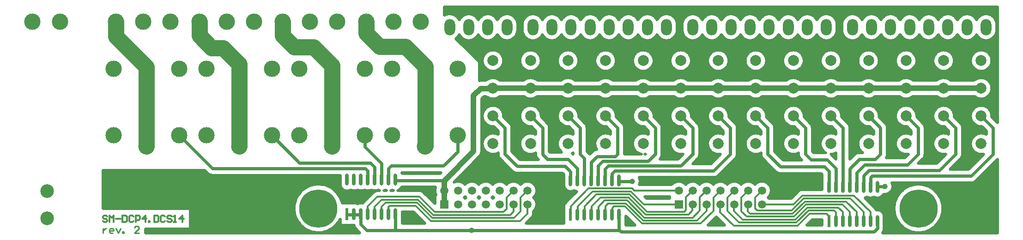
<source format=gbr>
%FSTAX42Y42*%
%MOMM*%
%SFA1B1*%

%IPPOS*%
%ADD10C,0.499999*%
%ADD11R,0.599999X2.199996*%
%ADD12O,0.599999X2.199996*%
%ADD13C,0.599999*%
%ADD14C,0.999998*%
%ADD15C,2.999994*%
%ADD16C,0.299999*%
%ADD17C,0.250000*%
%ADD18C,2.499995*%
%ADD19O,1.999996X2.999994*%
%ADD20C,2.999994*%
%ADD21C,1.999996*%
%ADD22R,1.499997X1.499997*%
%ADD23C,1.499997*%
%ADD24C,6.999986*%
%ADD25C,0.999998*%
%LNpcb_monitoring_bott_back-1*%
%LPD*%
G54D10*
X009588Y000589D02*
D01*
X009596Y000585*
X009604Y000582*
X009612Y000579*
X009621Y000576*
X009629Y000574*
X009638Y000573*
X009647Y000573*
X009655Y000573*
X009664Y000573*
X009673Y000574*
X009681Y000576*
X00969Y000578*
X009698Y000581*
X009706Y000585*
X009714Y000589*
X009715Y000589*
X009653Y-000056D02*
D01*
X009655Y-000065*
X009657Y-000074*
X00966Y-000082*
X009663Y-00009*
X009667Y-000098*
X009672Y-000105*
X009676Y-000113*
X009682Y-000119*
X009688Y-000126*
X009689Y-000127*
X009653Y-000056D02*
D01*
X009655Y-000065*
X009657Y-000074*
X00966Y-000082*
X009663Y-00009*
X009667Y-000098*
X009672Y-000105*
X009676Y-000113*
X009682Y-000119*
X009688Y-000126*
X009689Y-000127*
X010538Y000052D02*
D01*
X010539Y000061*
X010538Y000067*
X009715Y000334D02*
D01*
X009708Y000339*
X0097Y000342*
X009692Y000345*
X009683Y000348*
X009675Y00035*
X009666Y000351*
X009657Y000351*
X009649Y000351*
X009811Y000347D02*
D01*
X009803Y00035*
X009794Y000351*
X009786Y000352*
X009777Y000352*
X009768Y000351*
X009759Y00035*
X009751Y000349*
X009742Y000347*
X009734Y000344*
X009726Y00034*
X009718Y000336*
X009715Y000334*
X009826Y000366D02*
D01*
X009821Y000361*
X009816Y000355*
X009812Y000349*
X009811Y000347*
X009826Y000366D02*
D01*
X009821Y000361*
X009816Y000355*
X009812Y000349*
X009811Y000347*
X010083Y000576D02*
D01*
X010076Y000576*
X010068Y000575*
X010061Y000574*
X010053Y000572*
X010046Y00057*
X010039Y000567*
X010032Y000564*
X010025Y00056*
X010019Y000555*
X010013Y000551*
X010007Y000546*
X010005Y000544*
X010083Y000576D02*
D01*
X010076Y000576*
X010068Y000575*
X010061Y000574*
X010053Y000572*
X010046Y00057*
X010039Y000567*
X010032Y000564*
X010025Y00056*
X010019Y000555*
X010013Y000551*
X010007Y000546*
X010005Y000544*
X009715Y000589D02*
D01*
X009723Y000585*
X009731Y000582*
X009739Y000579*
X009748Y000576*
X009756Y000574*
X009765Y000573*
X009774Y000573*
X009782Y000573*
X009791Y000573*
X0098Y000574*
X009808Y000576*
X009817Y000578*
X009825Y000581*
X009833Y000585*
X009841Y000589*
X009842Y000589*
D01*
X00985Y000585*
X009858Y000582*
X009866Y000579*
X009875Y000576*
X009883Y000574*
X009892Y000573*
X009901Y000573*
X009909Y000573*
X009918Y000573*
X009927Y000574*
X009935Y000576*
X009944Y000578*
X009952Y000581*
X00996Y000585*
X009968Y000589*
X009969Y000589*
D01*
X009977Y000585*
X009985Y000582*
X009993Y000579*
X010002Y000576*
X01001Y000574*
X010019Y000573*
X010028Y000573*
X010036Y000573*
X010045Y000573*
X010054Y000574*
X010062Y000576*
X010071Y000578*
X010079Y000581*
X010087Y000585*
X010095Y000589*
X010096Y000589*
X010194Y000576D02*
D01*
X010203Y000579*
X010211Y000583*
X010219Y000586*
X010223Y000589*
X010096D02*
D01*
X010104Y000585*
X010112Y000582*
X01012Y000579*
X010125Y000576*
X01035Y000589D02*
D01*
X010358Y000585*
X010366Y000582*
X010374Y000579*
X010379Y000576*
X010223Y000589D02*
D01*
X010231Y000585*
X010239Y000582*
X010247Y000579*
X010252Y000576*
X010321D02*
D01*
X01033Y000579*
X010338Y000583*
X010346Y000586*
X01035Y000589*
X011687Y000437D02*
D01*
X011679Y000446*
X011673Y000451*
X011701D02*
D01*
X011693Y000443*
X011687Y000437*
X011941D02*
D01*
X011933Y000446*
X011927Y000451*
X011687Y000465D02*
D01*
X011696Y000457*
X011701Y000451*
X011941Y000465D02*
D01*
X01195Y000457*
X011955Y000451*
X010928Y000544D02*
D01*
X010923Y00055*
X010917Y000555*
X010911Y000559*
X010904Y000563*
X010897Y000566*
X01089Y000569*
X010883Y000572*
X010875Y000574*
X010868Y000575*
X01086Y000576*
X010852Y000577*
X01085Y000576*
X010928Y000544D02*
D01*
X010923Y00055*
X010917Y000555*
X010911Y000559*
X010904Y000563*
X010897Y000566*
X01089Y000569*
X010883Y000572*
X010875Y000574*
X010868Y000575*
X01086Y000576*
X010852Y000577*
X01085Y000576*
X011673Y000451D02*
D01*
X011682Y00046*
X011687Y000465*
X011927Y000451D02*
D01*
X011936Y00046*
X011941Y000465*
X006966Y000896D02*
D01*
X006973Y000891*
X00698Y000885*
X006987Y00088*
X006994Y000876*
X007002Y000872*
X00701Y000868*
X007018Y000865*
X007027Y000863*
X007035Y000862*
X007044Y000861*
X007052Y00086*
X007054Y000859*
X006966Y000896D02*
D01*
X006973Y000891*
X00698Y000885*
X006987Y00088*
X006994Y000876*
X007002Y000872*
X00701Y000868*
X007018Y000865*
X007027Y000863*
X007035Y000862*
X007044Y000861*
X007052Y00086*
X007054Y000859*
X010448Y000576D02*
D01*
X010457Y000579*
X010465Y000583*
X010473Y000586*
X01048Y000591*
X010487Y000596*
X010494Y000601*
X010501Y000607*
X010507Y000613*
X010512Y00062*
X010517Y000627*
X010522Y000634*
X010526Y000641*
X009432Y000352D02*
D01*
X009424Y000382*
X009414Y000412*
X009402Y00044*
X009388Y000468*
X009372Y000494*
X009354Y00052*
X009334Y000544*
X009313Y000566*
X00929Y000588*
X009266Y000607*
X00924Y000625*
X009213Y000641*
X009186Y000655*
X009157Y000667*
X009128Y000676*
X009098Y000684*
X009067Y00069*
X009036Y000694*
X009005Y000695*
X008974Y000695*
X008943Y000692*
X008913Y000687*
X008882Y00068*
X008853Y00067*
X008824Y000659*
X008796Y000646*
X008769Y000631*
X008743Y000614*
X008718Y000595*
X008695Y000574*
X008673Y000552*
X008653Y000529*
X008634Y000504*
X008617Y000478*
X008602Y000451*
X008589Y000422*
X008578Y000393*
X008569Y000364*
X008562Y000333*
X008558Y000303*
X008555Y000272*
X008555Y000241*
X008557Y00021*
X00856Y000179*
X008566Y000148*
X008575Y000119*
X008585Y000089*
X008597Y000061*
X008611Y000033*
X008627Y000007*
X008645Y-000018*
X008665Y-000042*
X008686Y-000064*
X008709Y-000086*
X008733Y-000105*
X008759Y-000123*
X008786Y-000139*
X008813Y-000153*
X008842Y-000165*
X008871Y-000174*
X008901Y-000182*
X008932Y-000188*
X008963Y-000192*
X008994Y-000193*
X009025Y-000193*
X009056Y-00019*
X009086Y-000185*
X009117Y-000178*
X009146Y-000168*
X009175Y-000157*
X009203Y-000144*
X00923Y-000129*
X009256Y-000112*
X009281Y-000093*
X009304Y-000072*
X009326Y-00005*
X009346Y-000027*
X009365Y-000002*
X009382Y000023*
X009397Y00005*
X009399Y000055*
Y000696D02*
D01*
X0094Y000688*
X009401Y000679*
X009402Y000671*
X009404Y000662*
X009407Y000654*
X00941Y000646*
X009414Y000638*
X009418Y00063*
X009423Y000623*
X009429Y000616*
X009435Y00061*
X009441Y000604*
X009448Y000598*
X009455Y000593*
X009462Y000588*
X00947Y000584*
X009478Y000581*
X009486Y000578*
X009494Y000575*
X009503Y000573*
X009511Y000572*
X00952Y000572*
X009529*
X009538Y000572*
X009546Y000573*
X009555Y000575*
X009563Y000578*
X009571Y000581*
X009579Y000584*
X009587Y000588*
X009588Y000589*
X011148Y000641D02*
D01*
X011144Y00063*
X011141Y000619*
X011139Y000607*
X011137Y000596*
X011136Y000584*
X011137Y000572*
X011137Y00056*
X011139Y000548*
X011142Y000537*
X011145Y000525*
X011149Y000514*
X011154Y000503*
X011158Y000494*
X010534Y000891D02*
D01*
X010532Y0009*
X010528Y000906*
X011687Y000691D02*
D01*
X011679Y0007*
X011671Y000708*
X011661Y000715*
X011651Y000722*
X011641Y000728*
X011631Y000733*
X01162Y000738*
X011608Y000742*
X011597Y000745*
X011585Y000747*
X011573Y000748*
X011562Y000748*
X01155Y000748*
X011538Y000747*
X011526Y000745*
X011515Y000742*
X011503Y000739*
X011492Y000734*
X011482Y00073*
X011941Y000691D02*
D01*
X011933Y0007*
X011925Y000708*
X011915Y000715*
X011905Y000722*
X011895Y000728*
X011885Y000733*
X011874Y000738*
X011862Y000742*
X011851Y000745*
X011839Y000747*
X011827Y000748*
X011816Y000748*
X011804Y000748*
X011792Y000747*
X01178Y000745*
X011769Y000742*
X011757Y000739*
X011746Y000734*
X011736Y000729*
X011725Y000723*
X011715Y000717*
X011706Y000709*
X011697Y000701*
X011689Y000693*
X011687Y000691*
X012907Y000075D02*
D01*
X012913Y000081*
X012918Y000087*
X012922Y000093*
X012926Y0001*
X012929Y000107*
X012932Y000114*
X012935Y000121*
X012937Y000129*
X012938Y000136*
X012939Y000144*
X01294Y000152*
X01294Y000153*
X012907Y000076D02*
D01*
X012913Y000082*
X012918Y000088*
X012922Y000094*
X012926Y000101*
X012929Y000108*
X012932Y000115*
X012935Y000122*
X012937Y00013*
X012938Y000137*
X012939Y000145*
X01294Y000153*
X01294Y000153*
X011955Y000451D02*
D01*
X011947Y000443*
X011941Y000437*
X012195D02*
D01*
X012187Y000446*
X012181Y000451*
D01*
X01219Y00046*
X012195Y000465*
X012209Y000451D02*
D01*
X012201Y000443*
X012195Y000437*
Y000465D02*
D01*
X012204Y000457*
X012209Y000451*
X013Y000324D02*
D01*
X013Y000336*
X012999Y000348*
X012997Y00036*
X012994Y000371*
X01299Y000383*
X012986Y000394*
X012981Y000404*
X012975Y000415*
X012968Y000424*
X012961Y000434*
X012953Y000443*
X012944Y000451*
X012943Y000451*
D01*
X012952Y00046*
X01296Y000468*
X012967Y000478*
X012974Y000488*
X01298Y000498*
X012985Y000508*
X01299Y000519*
X012994Y000531*
X012997Y000542*
X012999Y000554*
X013Y000566*
X013Y000577*
X013Y000578*
X01294Y000195D02*
D01*
X012949Y000203*
X012958Y000212*
X012965Y000221*
X012972Y000231*
X012978Y000241*
X012984Y000251*
X012989Y000262*
X012993Y000274*
X012996Y000285*
X012998Y000297*
X013Y000308*
X013001Y00032*
X013Y000324*
X012195Y000691D02*
D01*
X012187Y0007*
X012179Y000708*
X012169Y000715*
X012159Y000722*
X012149Y000728*
X012139Y000733*
X012128Y000738*
X012116Y000742*
X012105Y000745*
X012093Y000747*
X012081Y000748*
X01207Y000748*
X012058Y000748*
X012046Y000747*
X012034Y000745*
X012023Y000742*
X012011Y000739*
X012Y000734*
X01199Y000729*
X011979Y000723*
X011969Y000717*
X01196Y000709*
X011951Y000701*
X011943Y000693*
X011941Y000691*
X012449D02*
D01*
X012441Y0007*
X012433Y000708*
X012423Y000715*
X012413Y000722*
X012403Y000728*
X012393Y000733*
X012382Y000738*
X01237Y000742*
X012359Y000745*
X012347Y000747*
X012335Y000748*
X012324Y000748*
X012312Y000748*
X0123Y000747*
X012288Y000745*
X012277Y000742*
X012265Y000739*
X012254Y000734*
X012244Y000729*
X012233Y000723*
X012223Y000717*
X012214Y000709*
X012205Y000701*
X012197Y000693*
X012195Y000691*
X012556Y000933D02*
D01*
X012563Y000928*
X01257Y000922*
X012577Y000917*
X012584Y000913*
X012592Y000909*
X0126Y000905*
X012608Y000902*
X012617Y0009*
X012625Y000899*
X012634Y000898*
X012642Y000897*
X012644Y000897*
X012556Y000933D02*
D01*
X012563Y000928*
X01257Y000922*
X012577Y000917*
X012584Y000913*
X012592Y000909*
X0126Y000905*
X012608Y000902*
X012617Y0009*
X012625Y000899*
X012634Y000898*
X012642Y000897*
X012644Y000897*
X012703Y000691D02*
D01*
X012695Y0007*
X012687Y000708*
X012677Y000715*
X012667Y000722*
X012657Y000728*
X012647Y000733*
X012636Y000738*
X012624Y000742*
X012613Y000745*
X012601Y000747*
X012589Y000748*
X012578Y000748*
X012566Y000748*
X012554Y000747*
X012542Y000745*
X012531Y000742*
X012519Y000739*
X012508Y000734*
X012498Y000729*
X012487Y000723*
X012477Y000717*
X012468Y000709*
X012459Y000701*
X012451Y000693*
X012449Y000691*
X013Y000578D02*
D01*
X013Y00059*
X012999Y000602*
X012997Y000614*
X012994Y000625*
X01299Y000637*
X012986Y000648*
X012981Y000658*
X012975Y000669*
X012968Y000678*
X012961Y000688*
X012953Y000697*
X012944Y000705*
X012935Y000712*
X012926Y000719*
X012915Y000726*
X012905Y000731*
X012894Y000736*
X012883Y00074*
X012872Y000743*
X01286Y000746*
X012848Y000748*
X012836Y000748*
X012825*
X012813Y000748*
X012801Y000746*
X012789Y000743*
X012778Y00074*
X012767Y000736*
X012756Y000731*
X012745Y000726*
X012735Y000719*
X012726Y000712*
X012717Y000705*
X012708Y000697*
X012703Y000691*
X014635Y000042D02*
D01*
X014636Y000051*
X014636Y000056*
X013545Y00037D02*
D01*
X01354Y000365*
X013535Y000359*
X013531Y000353*
X013527Y000346*
X013525Y000341*
X013545Y00037D02*
D01*
X01354Y000365*
X013535Y000359*
X013531Y000353*
X013527Y000346*
X013525Y000341*
X013497Y000687D02*
D01*
X013498Y000679*
X013499Y00067*
X0135Y000662*
X013502Y000653*
X013505Y000645*
X013508Y000637*
X013512Y000629*
X013516Y000621*
X013521Y000614*
X013527Y000607*
X013533Y000601*
X013539Y000595*
X013546Y000589*
X013553Y000584*
X01356Y000579*
X013568Y000575*
X013576Y000572*
X013584Y000569*
X013592Y000566*
X013601Y000564*
X013609Y000563*
X013618Y000563*
X013627*
X013636Y000563*
X013644Y000564*
X013653Y000566*
X013661Y000569*
X013669Y000572*
X013677Y000575*
X013685Y000579*
X013686Y000579*
D01*
X013694Y000575*
X013702Y000572*
X01371Y000569*
X013719Y000566*
X013727Y000564*
X013736Y000563*
X013738Y000562*
X014894Y000749D02*
D01*
X014894Y00076*
X014893Y00077*
X014891Y00078*
X014889Y000789*
X014886Y000799*
X014882Y000808*
X014878Y000818*
X014876Y000819*
X014881Y000688D02*
D01*
X014885Y000698*
X014889Y000707*
X014891Y000717*
X014893Y000727*
X014894Y000737*
X014895Y000747*
X014894Y000749*
X015733Y000691D02*
D01*
X015725Y0007*
X015717Y000708*
X015707Y000715*
X015697Y000722*
X015687Y000728*
X015677Y000733*
X015666Y000738*
X015654Y000742*
X015643Y000745*
X015631Y000747*
X015619Y000748*
X015608Y000748*
X015596Y000748*
X015584Y000747*
X015572Y000745*
X015561Y000742*
X015549Y000739*
X015538Y000734*
X015528Y000729*
X015517Y000723*
X015507Y000717*
X015498Y000709*
X015489Y000701*
X015481Y000693*
X015476Y000688*
X015987Y000691D02*
D01*
X015979Y0007*
X015971Y000708*
X015961Y000715*
X015951Y000722*
X015941Y000728*
X015931Y000733*
X01592Y000738*
X015908Y000742*
X015897Y000745*
X015885Y000747*
X015873Y000748*
X015862Y000748*
X01585Y000748*
X015838Y000747*
X015826Y000745*
X015815Y000742*
X015803Y000739*
X015792Y000734*
X015782Y000729*
X015771Y000723*
X015761Y000717*
X015752Y000709*
X015743Y000701*
X015735Y000693*
X015733Y000691*
X012294Y001247D02*
D01*
X012295Y001239*
X012296Y00123*
X012297Y001222*
X012299Y001213*
X012302Y001205*
X012305Y001197*
X012309Y001189*
X012313Y001181*
X012318Y001174*
X012324Y001167*
X01233Y001161*
X012331Y001158*
X012294Y001247D02*
D01*
X012295Y001239*
X012296Y00123*
X012297Y001222*
X012299Y001213*
X012302Y001205*
X012305Y001197*
X012309Y001189*
X012313Y001181*
X012318Y001174*
X012324Y001167*
X01233Y001161*
X012331Y001158*
X011946Y001194D02*
D01*
X011953Y001202*
X01196Y00121*
X011966Y001218*
X011971Y001227*
X011976Y001236*
X01198Y001245*
X011983Y001254*
X011986Y001264*
X011988Y001274*
X011989Y001284*
X011989Y001294*
X011989Y001297*
X011947Y001194D02*
D01*
X011954Y001202*
X011961Y00121*
X011967Y001218*
X011972Y001227*
X011977Y001236*
X01198Y001245*
X011984Y001255*
X011986Y001265*
X011988Y001275*
X01199Y001285*
X01199Y001295*
X011989Y001297*
X012294Y001607D02*
D01*
X012282Y001614*
X01227Y001619*
X012257Y001624*
X012244Y001627*
X012231Y00163*
X012217Y001631*
X012204Y001632*
X01219Y001632*
X012176Y001631*
X012163Y001629*
X01215Y001626*
X012137Y001622*
X012124Y001617*
X012112Y001611*
X0121Y001605*
X012088Y001597*
X012077Y001589*
X012067Y00158*
X012058Y001571*
X012049Y001561*
X01204Y00155*
X012033Y001538*
X012026Y001527*
X01202Y001514*
X012016Y001502*
X012012Y001489*
X012008Y001475*
X012006Y001462*
X012005Y001448*
X012005Y001435*
X012005Y001421*
X012007Y001408*
X01201Y001394*
X012013Y001381*
X012017Y001368*
X012023Y001356*
X012029Y001344*
X012036Y001332*
X012044Y001321*
X012052Y00131*
X012061Y0013*
X012071Y001291*
X012082Y001282*
X012093Y001275*
X012104Y001267*
X012117Y001261*
X012129Y001256*
X012142Y001251*
X012155Y001248*
X012168Y001245*
X012182Y001244*
X012195Y001243*
X012209Y001243*
X012223Y001244*
X012236Y001246*
X012249Y001249*
X012262Y001253*
X012275Y001258*
X012287Y001264*
X012294Y001267*
X012982Y001247D02*
D01*
X012983Y001239*
X012984Y00123*
X012985Y001222*
X012987Y001213*
X01299Y001205*
X012993Y001197*
X012997Y001189*
X013001Y001181*
X013006Y001174*
X013012Y001167*
X013018Y001161*
X013019Y001158*
X012982Y001247D02*
D01*
X012983Y001239*
X012984Y00123*
X012985Y001222*
X012987Y001213*
X01299Y001205*
X012993Y001197*
X012997Y001189*
X013001Y001181*
X013006Y001174*
X013012Y001167*
X013018Y001161*
X013019Y001158*
X012982Y001607D02*
D01*
X01297Y001614*
X012958Y001619*
X012945Y001624*
X012932Y001627*
X012919Y00163*
X012905Y001631*
X012892Y001632*
X012878Y001632*
X012864Y001631*
X012851Y001629*
X012838Y001626*
X012825Y001622*
X012812Y001617*
X0128Y001611*
X012788Y001605*
X012776Y001597*
X012765Y001589*
X012755Y00158*
X012746Y001571*
X012737Y001561*
X012728Y00155*
X012721Y001538*
X012714Y001527*
X012708Y001514*
X012704Y001502*
X0127Y001489*
X012696Y001475*
X012694Y001462*
X012693Y001448*
X012693Y001435*
X012693Y001421*
X012695Y001408*
X012698Y001394*
X012701Y001381*
X012705Y001368*
X012711Y001356*
X012717Y001344*
X012724Y001332*
X012732Y001321*
X01274Y00131*
X012749Y0013*
X012759Y001291*
X01277Y001282*
X012781Y001275*
X012792Y001267*
X012805Y001261*
X012817Y001256*
X01283Y001251*
X012843Y001248*
X012856Y001245*
X01287Y001244*
X012883Y001243*
X012897Y001243*
X012911Y001244*
X012924Y001246*
X012937Y001249*
X01295Y001253*
X012963Y001258*
X012975Y001264*
X012982Y001267*
X013671Y001607D02*
D01*
X013659Y001614*
X013647Y001619*
X013634Y001624*
X013621Y001627*
X013608Y00163*
X013594Y001631*
X013581Y001632*
X013567Y001632*
X013553Y001631*
X01354Y001629*
X013527Y001626*
X013514Y001622*
X013501Y001617*
X013489Y001611*
X013477Y001605*
X013465Y001597*
X013454Y001589*
X013444Y00158*
X013435Y001571*
X013426Y001561*
X013417Y00155*
X01341Y001538*
X013403Y001527*
X013397Y001514*
X013393Y001502*
X013389Y001489*
X013385Y001475*
X013383Y001462*
X013382Y001448*
X013382Y001435*
X013382Y001421*
X013384Y001408*
X013387Y001394*
X01339Y001381*
X013394Y001368*
X0134Y001356*
X013406Y001344*
X013413Y001332*
X013421Y001321*
X013429Y00131*
X013438Y0013*
X013448Y001291*
X013459Y001282*
X013458Y001281*
X013667Y001245D02*
D01*
X013661Y001251*
X013654Y001257*
X013652Y001258*
X013667Y001245D02*
D01*
X013661Y001251*
X013654Y001257*
X013652Y001258*
D01*
X013665Y001264*
X013671Y001267*
X013973Y001245D02*
D01*
X013968Y001252*
X013964Y001255*
X013973Y001245D02*
D01*
X013968Y001252*
X013964Y001255*
X015261Y001158D02*
D01*
X015267Y001165*
X015273Y001172*
X015278Y001179*
X015282Y001186*
X015286Y001194*
X01529Y001202*
X015293Y00121*
X015295Y001219*
X015296Y001227*
X015297Y001236*
X015298Y001244*
X015298Y001247*
X014981Y001244D02*
D01*
X014995Y001247*
X014997Y001247*
X015261Y001158D02*
D01*
X015267Y001165*
X015273Y001172*
X015278Y001179*
X015282Y001186*
X015286Y001194*
X01529Y001202*
X015293Y00121*
X015295Y001219*
X015296Y001227*
X015297Y001236*
X015298Y001244*
X015298Y001247*
X015048Y001607D02*
D01*
X015036Y001614*
X015024Y001619*
X015011Y001624*
X014998Y001627*
X014985Y00163*
X014971Y001631*
X014958Y001632*
X014944Y001632*
X01493Y001631*
X014917Y001629*
X014904Y001626*
X014891Y001622*
X014878Y001617*
X014866Y001611*
X014854Y001605*
X014842Y001597*
X014831Y001589*
X014821Y00158*
X014812Y001571*
X014803Y001561*
X014794Y00155*
X014787Y001538*
X01478Y001527*
X014774Y001514*
X01477Y001502*
X014766Y001489*
X014762Y001475*
X01476Y001462*
X014759Y001448*
X014759Y001435*
X014759Y001421*
X014761Y001408*
X014764Y001394*
X014767Y001381*
X014771Y001368*
X014777Y001356*
X014783Y001344*
X01479Y001332*
X014798Y001321*
X014806Y00131*
X014815Y0013*
X014825Y001291*
X014836Y001282*
X014847Y001275*
X014859Y001267*
X014871Y001261*
X014883Y001256*
X014896Y001251*
X014909Y001248*
X014922Y001245*
X014925Y001244*
X015736Y001607D02*
D01*
X015724Y001614*
X015712Y001619*
X015699Y001624*
X015686Y001627*
X015673Y00163*
X015659Y001631*
X015646Y001632*
X015632Y001632*
X015618Y001631*
X015605Y001629*
X015592Y001626*
X015579Y001622*
X015566Y001617*
X015554Y001611*
X015542Y001605*
X01553Y001597*
X015519Y001589*
X015509Y00158*
X0155Y001571*
X015491Y001561*
X015482Y00155*
X015475Y001538*
X015468Y001527*
X015462Y001514*
X015458Y001502*
X015454Y001489*
X01545Y001475*
X015448Y001462*
X015447Y001448*
X015447Y001435*
X015447Y001421*
X015449Y001408*
X015452Y001394*
X015455Y001381*
X015459Y001368*
X015465Y001356*
X015471Y001344*
X015478Y001332*
X015486Y001321*
X015494Y00131*
X015503Y0013*
X015513Y001291*
X015524Y001282*
X015535Y001275*
X015546Y001267*
X015559Y001261*
X015571Y001256*
X015584Y001251*
X015597Y001248*
X01561Y001245*
X015624Y001244*
X015637Y001243*
X015651Y001243*
X015665Y001244*
X015678Y001246*
X015685Y001247*
X014101Y001331D02*
D01*
X014093Y00133*
X014084Y001329*
X014076Y001326*
X014067Y001324*
X014059Y00132*
X014052Y001316*
X014044Y001312*
X014037Y001307*
X01403Y001301*
X014023Y001295*
X014101Y001331D02*
D01*
X014093Y00133*
X014084Y001329*
X014076Y001326*
X014067Y001324*
X014059Y00132*
X014052Y001316*
X014044Y001312*
X014037Y001307*
X01403Y001301*
X014023Y001295*
X014359Y001607D02*
D01*
X014347Y001614*
X014335Y001619*
X014322Y001624*
X014309Y001627*
X014296Y00163*
X014282Y001631*
X014269Y001632*
X014255Y001632*
X014241Y001631*
X014228Y001629*
X014215Y001626*
X014202Y001622*
X014189Y001617*
X014177Y001611*
X014165Y001605*
X014153Y001597*
X014142Y001589*
X014132Y00158*
X014123Y001571*
X014114Y001561*
X014105Y00155*
X014098Y001538*
X014091Y001527*
X014085Y001514*
X014081Y001502*
X014077Y001489*
X014073Y001475*
X014071Y001462*
X01407Y001448*
X01407Y001435*
X01407Y001421*
X014072Y001408*
X014075Y001394*
X014078Y001381*
X014082Y001368*
X014088Y001356*
X014094Y001344*
X014101Y001332*
X014101Y001331*
X012544Y001725D02*
D01*
X012544Y001734*
X012543Y001743*
X012542Y001751*
X01254Y00176*
X012537Y001768*
X012534Y001776*
X01253Y001784*
X012526Y001792*
X012521Y001799*
X012515Y001806*
X012509Y001812*
X012507Y001813*
X012544Y001725D02*
D01*
X012544Y001734*
X012543Y001743*
X012542Y001751*
X01254Y00176*
X012537Y001768*
X012534Y001776*
X01253Y001784*
X012526Y001792*
X012521Y001799*
X012515Y001806*
X012509Y001812*
X012507Y001813*
X012393Y001928D02*
D01*
X012394Y001942*
X012394Y001945*
D01*
X012394Y001959*
X012393Y001973*
X01239Y001986*
X012387Y001999*
X012383Y002012*
X012378Y002025*
X012372Y002037*
X012365Y002049*
X012357Y00206*
X012349Y002071*
X01234Y002081*
X01233Y00209*
X01232Y002099*
X012309Y002107*
X012297Y002114*
X012285Y002121*
X012273Y002126*
X01226Y002131*
X012247Y002135*
X012233Y002138*
X01222Y002139*
X012206Y00214*
X012193*
X012179Y002139*
X012166Y002138*
X012152Y002135*
X012139Y002131*
X012126Y002126*
X012114Y002121*
X012102Y002114*
X01209Y002107*
X012079Y002099*
X012069Y00209*
X012059Y002081*
X01205Y002071*
X012042Y00206*
X012034Y002049*
X012027Y002037*
X012021Y002025*
X012016Y002012*
X012012Y001999*
X012009Y001986*
X012006Y001973*
X012005Y001959*
X012004Y001945*
X012005Y001932*
X012006Y001918*
X012009Y001905*
X012012Y001892*
X012016Y001879*
X012021Y001866*
X012027Y001854*
X012034Y001842*
X012042Y001831*
X01205Y00182*
X012059Y00181*
X012069Y001801*
X012079Y001792*
X01209Y001784*
X012102Y001777*
X012114Y00177*
X012126Y001765*
X012139Y00176*
X012152Y001756*
X012166Y001753*
X012179Y001752*
X012193Y001751*
X012206*
X012216Y001751*
X013082Y001945D02*
D01*
X013082Y001959*
X013081Y001973*
X013078Y001986*
X013075Y001999*
X013071Y002012*
X013066Y002025*
X01306Y002037*
X013053Y002049*
X013045Y00206*
X013037Y002071*
X013028Y002081*
X013018Y00209*
X013008Y002099*
X012997Y002107*
X012985Y002114*
X012973Y002121*
X012961Y002126*
X012948Y002131*
X012935Y002135*
X012921Y002138*
X012908Y002139*
X012894Y00214*
X012881*
X012867Y002139*
X012854Y002138*
X01284Y002135*
X012827Y002131*
X012814Y002126*
X012802Y002121*
X01279Y002114*
X012778Y002107*
X012767Y002099*
X012757Y00209*
X012747Y002081*
X012738Y002071*
X01273Y00206*
X012722Y002049*
X012715Y002037*
X012709Y002025*
X012704Y002012*
X0127Y001999*
X012697Y001986*
X012694Y001973*
X012693Y001959*
X012692Y001945*
X012693Y001932*
X012694Y001918*
X012697Y001905*
X0127Y001892*
X012704Y001879*
X012709Y001866*
X012715Y001854*
X012722Y001842*
X01273Y001831*
X012738Y00182*
X012747Y00181*
X012757Y001801*
X012767Y001792*
X012778Y001784*
X01279Y001777*
X012802Y00177*
X012814Y001765*
X012827Y00176*
X01284Y001756*
X012854Y001753*
X012867Y001752*
X012881Y001751*
X012894*
X012905Y001751*
X011977Y002597D02*
D01*
X011967Y002597*
X011957Y002596*
X011949Y002594*
X011977Y002597D02*
D01*
X011967Y002597*
X011957Y002596*
X011949Y002594*
X01207Y002307D02*
D01*
X012081Y002299*
X012092Y002291*
X012104Y002284*
X012116Y002278*
X012129Y002272*
X012141Y002268*
X012155Y002264*
X012168Y002261*
X012182Y00226*
X012195Y002259*
X012209Y002259*
X012222Y00226*
X012236Y002262*
X012249Y002265*
X012262Y002269*
X012275Y002274*
X012287Y00228*
X012299Y002286*
X012311Y002294*
X012322Y002302*
X012329Y002308*
Y002598D02*
D01*
X012319Y002607*
X012308Y002615*
X012297Y002622*
X012284Y002629*
X012272Y002634*
X012259Y002639*
X012246Y002643*
X012233Y002645*
X012219Y002647*
X012206Y002648*
X012192Y002648*
X012179Y002647*
X012165Y002645*
X012152Y002642*
X012139Y002639*
X012126Y002634*
X012114Y002628*
X012102Y002622*
X01209Y002615*
X012079Y002607*
X012069Y002598*
X012067Y002597*
X013232Y001725D02*
D01*
X013232Y001734*
X013231Y001743*
X01323Y001751*
X013228Y00176*
X013225Y001768*
X013222Y001776*
X013218Y001784*
X013214Y001792*
X013209Y001799*
X013203Y001806*
X013197Y001812*
X013196Y001813*
X013232Y001725D02*
D01*
X013232Y001734*
X013231Y001743*
X01323Y001751*
X013228Y00176*
X013225Y001768*
X013222Y001776*
X013218Y001784*
X013214Y001792*
X013209Y001799*
X013203Y001806*
X013197Y001812*
X013196Y001813*
X013082Y001928D02*
D01*
X013083Y001942*
X013082Y001945*
X013771D02*
D01*
X013771Y001959*
X01377Y001973*
X013767Y001986*
X013764Y001999*
X01376Y002012*
X013755Y002025*
X013749Y002037*
X013742Y002049*
X013734Y00206*
X013726Y002071*
X013717Y002081*
X013707Y00209*
X013697Y002099*
X013686Y002107*
X013674Y002114*
X013662Y002121*
X01365Y002126*
X013637Y002131*
X013624Y002135*
X01361Y002138*
X013597Y002139*
X013583Y00214*
X01357*
X013556Y002139*
X013543Y002138*
X013529Y002135*
X013516Y002131*
X013503Y002126*
X013491Y002121*
X013479Y002114*
X013467Y002107*
X013456Y002099*
X013446Y00209*
X013436Y002081*
X013427Y002071*
X013419Y00206*
X013411Y002049*
X013404Y002037*
X013398Y002025*
X013393Y002012*
X013389Y001999*
X013386Y001986*
X013383Y001973*
X013382Y001959*
X013381Y001945*
X013382Y001932*
X013383Y001918*
X013386Y001905*
X013389Y001892*
X013393Y001879*
X013398Y001866*
X013404Y001854*
X013411Y001842*
X013419Y001831*
X013427Y00182*
X013436Y00181*
X013446Y001801*
X013456Y001792*
X013467Y001784*
X013479Y001777*
X013491Y00177*
X013503Y001765*
X013516Y00176*
X013529Y001756*
X013543Y001753*
X013556Y001752*
X01357Y001751*
X013583*
X013593Y001751*
X01377Y001928D02*
D01*
X013771Y001942*
X013771Y001945*
X012757Y002308D02*
D01*
X012768Y0023*
X012779Y002292*
X01279Y002285*
X012803Y002278*
X012815Y002273*
X012828Y002268*
X012841Y002264*
X012854Y002262*
X012868Y00226*
X012881Y002259*
X012895Y002259*
X012908Y00226*
X012922Y002262*
X012935Y002265*
X012948Y002268*
X012961Y002273*
X012973Y002279*
X012985Y002285*
X012997Y002292*
X013008Y0023*
X013018Y002308*
Y002598D02*
D01*
X013008Y002607*
X012997Y002615*
X012986Y002622*
X012973Y002629*
X012961Y002634*
X012948Y002639*
X012935Y002643*
X012922Y002645*
X012908Y002647*
X012895Y002648*
X012881Y002648*
X012868Y002647*
X012854Y002645*
X012841Y002642*
X012828Y002639*
X012815Y002634*
X012803Y002628*
X012791Y002622*
X012779Y002615*
X012768Y002607*
X012757Y002598*
X013446Y002308D02*
D01*
X013457Y0023*
X013468Y002292*
X013479Y002285*
X013492Y002278*
X013504Y002273*
X013517Y002268*
X01353Y002264*
X013543Y002262*
X013557Y00226*
X01357Y002259*
X013584Y002259*
X013597Y00226*
X013611Y002262*
X013624Y002265*
X013637Y002268*
X01365Y002273*
X013662Y002279*
X013674Y002285*
X013686Y002292*
X013697Y0023*
X013706Y002308*
Y002598D02*
D01*
X013696Y002607*
X013685Y002615*
X013674Y002622*
X013661Y002629*
X013649Y002634*
X013636Y002639*
X013623Y002643*
X01361Y002645*
X013596Y002647*
X013583Y002648*
X013569Y002648*
X013556Y002647*
X013542Y002645*
X013529Y002642*
X013516Y002639*
X013503Y002634*
X013491Y002628*
X013479Y002622*
X013467Y002615*
X013456Y002607*
X013446Y002598*
X011581Y003438D02*
D01*
X011588Y003427*
X011595Y003415*
X011603Y003404*
X011612Y003394*
X011621Y003384*
X011632Y003375*
X011642Y003366*
X011654Y003359*
X011665Y003352*
X011678Y003346*
X01169Y003341*
X011703Y003337*
X011717Y003334*
X01173Y003331*
X011743Y00333*
X011757Y00333*
X011771Y00333*
X011784Y003331*
X011798Y003334*
X011811Y003337*
X011824Y003341*
X011836Y003347*
X011849Y003353*
X01186Y003359*
X011872Y003367*
X011882Y003376*
X011892Y003385*
X011902Y003394*
X011911Y003405*
X011918Y003416*
X011926Y003428*
X011931Y003438*
X01152Y003365D02*
D01*
X011531Y003374*
X011542Y003383*
X011551Y003393*
X01156Y003403*
X011568Y003414*
X011575Y003426*
X011582Y003438*
X011581Y003438*
X012394Y002961D02*
D01*
X012394Y002975*
X012393Y002989*
X01239Y003002*
X012387Y003015*
X012383Y003028*
X012378Y003041*
X012372Y003053*
X012365Y003065*
X012357Y003076*
X012349Y003087*
X01234Y003097*
X01233Y003106*
X01232Y003115*
X012309Y003123*
X012297Y00313*
X012285Y003137*
X012273Y003142*
X01226Y003147*
X012247Y003151*
X012233Y003154*
X01222Y003155*
X012206Y003156*
X012193*
X012179Y003155*
X012166Y003154*
X012152Y003151*
X012139Y003147*
X012126Y003142*
X012114Y003137*
X012102Y00313*
X01209Y003123*
X012079Y003115*
X012069Y003106*
X012059Y003097*
X01205Y003087*
X012042Y003076*
X012034Y003065*
X012027Y003053*
X012021Y003041*
X012016Y003028*
X012012Y003015*
X012009Y003002*
X012006Y002989*
X012005Y002975*
X012004Y002961*
X012005Y002948*
X012006Y002934*
X012009Y002921*
X012012Y002908*
X012016Y002895*
X012021Y002882*
X012027Y00287*
X012034Y002858*
X012042Y002847*
X01205Y002836*
X012059Y002826*
X012069Y002817*
X012079Y002808*
X01209Y0028*
X012102Y002793*
X012114Y002786*
X012126Y002781*
X012139Y002776*
X012152Y002772*
X012166Y002769*
X012179Y002768*
X012193Y002767*
X012206*
X01222Y002768*
X012233Y002769*
X012247Y002772*
X01226Y002776*
X012273Y002781*
X012285Y002786*
X012297Y002793*
X012309Y0028*
X01232Y002808*
X01233Y002817*
X01234Y002826*
X012349Y002836*
X012357Y002847*
X012365Y002858*
X012372Y00287*
X012378Y002882*
X012383Y002895*
X012387Y002908*
X01239Y002921*
X012393Y002934*
X012394Y002948*
X012394Y002961*
X011931Y003438D02*
D01*
X011938Y003427*
X011945Y003415*
X011953Y003404*
X011962Y003394*
X011971Y003384*
X011982Y003375*
X011992Y003366*
X012004Y003359*
X012015Y003352*
X012028Y003346*
X01204Y003341*
X012053Y003337*
X012067Y003334*
X01208Y003331*
X012093Y00333*
X012107Y00333*
X012121Y00333*
X012134Y003331*
X012148Y003334*
X012161Y003337*
X012174Y003341*
X012186Y003347*
X012199Y003353*
X01221Y003359*
X012222Y003367*
X012232Y003376*
X012242Y003385*
X012252Y003394*
X012261Y003405*
X012268Y003416*
X012276Y003428*
X012281Y003438*
D01*
X012288Y003427*
X012295Y003415*
X012303Y003404*
X012312Y003394*
X012321Y003384*
X012332Y003375*
X012342Y003366*
X012354Y003359*
X012365Y003352*
X012378Y003346*
X01239Y003341*
X012403Y003337*
X012417Y003334*
X01243Y003331*
X012443Y00333*
X012457Y00333*
X012471Y00333*
X012484Y003331*
X012498Y003334*
X012511Y003337*
X012524Y003341*
X012536Y003347*
X012549Y003353*
X01256Y003359*
X012572Y003367*
X012582Y003376*
X012592Y003385*
X012602Y003394*
X012611Y003405*
X012618Y003416*
X012626Y003428*
X012632Y00344*
X012638Y003452*
X012642Y003465*
X012646Y003478*
X012649Y003491*
X01265Y003505*
X012651Y003518*
X012652Y003524*
X011581Y00371D02*
D01*
X011575Y003722*
X011568Y003734*
X01156Y003745*
X011551Y003755*
X011542Y003765*
X011531Y003774*
X011521Y003783*
X011509Y00379*
X011498Y003797*
X011485Y003803*
X011473Y003808*
X01146Y003812*
X011446Y003815*
X011433Y003818*
X01142Y003819*
X011406Y003819*
X011392Y003819*
X011379Y003818*
X011365Y003815*
X011352Y003812*
X011339Y003808*
X011327Y003802*
X011314Y003796*
X011311Y003794*
X011931Y00371D02*
D01*
X011925Y003722*
X011918Y003734*
X01191Y003745*
X011901Y003755*
X011892Y003765*
X011881Y003774*
X011871Y003783*
X011859Y00379*
X011848Y003797*
X011835Y003803*
X011823Y003808*
X01181Y003812*
X011796Y003815*
X011783Y003818*
X01177Y003819*
X011756Y003819*
X011742Y003819*
X011729Y003818*
X011715Y003815*
X011702Y003812*
X011689Y003808*
X011677Y003802*
X011664Y003796*
X011653Y00379*
X011641Y003782*
X011631Y003773*
X011621Y003764*
X011611Y003755*
X011602Y003744*
X011595Y003733*
X011587Y003721*
X011581Y00371*
X012281D02*
D01*
X012275Y003722*
X012268Y003734*
X01226Y003745*
X012251Y003755*
X012242Y003765*
X012231Y003774*
X012221Y003783*
X012209Y00379*
X012198Y003797*
X012185Y003803*
X012173Y003808*
X01216Y003812*
X012146Y003815*
X012133Y003818*
X01212Y003819*
X012106Y003819*
X012092Y003819*
X012079Y003818*
X012065Y003815*
X012052Y003812*
X012039Y003808*
X012027Y003802*
X012014Y003796*
X012003Y00379*
X011991Y003782*
X011981Y003773*
X011971Y003764*
X011961Y003755*
X011952Y003744*
X011945Y003733*
X011937Y003721*
X011931Y00371*
X012652Y003624D02*
D01*
X012652Y003638*
X012651Y003652*
X012648Y003665*
X012645Y003678*
X012641Y003691*
X012636Y003704*
X01263Y003716*
X012623Y003728*
X012615Y003739*
X012607Y00375*
X012598Y00376*
X012588Y003769*
X012578Y003778*
X012567Y003786*
X012555Y003793*
X012543Y0038*
X012531Y003805*
X012518Y00381*
X012505Y003814*
X012491Y003817*
X012478Y003818*
X012464Y003819*
X012451*
X012437Y003818*
X012424Y003817*
X01241Y003814*
X012397Y00381*
X012384Y003805*
X012372Y0038*
X01236Y003793*
X012348Y003786*
X012337Y003778*
X012327Y003769*
X012317Y00376*
X012308Y00375*
X0123Y003739*
X012292Y003728*
X012285Y003716*
X012281Y00371*
X013082Y002961D02*
D01*
X013082Y002975*
X013081Y002989*
X013078Y003002*
X013075Y003015*
X013071Y003028*
X013066Y003041*
X01306Y003053*
X013053Y003065*
X013045Y003076*
X013037Y003087*
X013028Y003097*
X013018Y003106*
X013008Y003115*
X012997Y003123*
X012985Y00313*
X012973Y003137*
X012961Y003142*
X012948Y003147*
X012935Y003151*
X012921Y003154*
X012908Y003155*
X012894Y003156*
X012881*
X012867Y003155*
X012854Y003154*
X01284Y003151*
X012827Y003147*
X012814Y003142*
X012802Y003137*
X01279Y00313*
X012778Y003123*
X012767Y003115*
X012757Y003106*
X012747Y003097*
X012738Y003087*
X01273Y003076*
X012722Y003065*
X012715Y003053*
X012709Y003041*
X012704Y003028*
X0127Y003015*
X012697Y003002*
X012694Y002989*
X012693Y002975*
X012692Y002961*
X012693Y002948*
X012694Y002934*
X012697Y002921*
X0127Y002908*
X012704Y002895*
X012709Y002882*
X012715Y00287*
X012722Y002858*
X01273Y002847*
X012738Y002836*
X012747Y002826*
X012757Y002817*
X012767Y002808*
X012778Y0028*
X01279Y002793*
X012802Y002786*
X012814Y002781*
X012827Y002776*
X01284Y002772*
X012854Y002769*
X012867Y002768*
X012881Y002767*
X012894*
X012908Y002768*
X012921Y002769*
X012935Y002772*
X012948Y002776*
X012961Y002781*
X012973Y002786*
X012985Y002793*
X012997Y0028*
X013008Y002808*
X013018Y002817*
X013028Y002826*
X013037Y002836*
X013045Y002847*
X013053Y002858*
X01306Y00287*
X013066Y002882*
X013071Y002895*
X013075Y002908*
X013078Y002921*
X013081Y002934*
X013082Y002948*
X013082Y002961*
X012737Y003524D02*
D01*
X012738Y003511*
X012739Y003497*
X012742Y003484*
X012745Y003471*
X012749Y003458*
X012754Y003445*
X01276Y003433*
X012767Y003421*
X012775Y00341*
X012783Y003399*
X012792Y003389*
X012802Y00338*
X012812Y003371*
X012823Y003363*
X012835Y003356*
X012847Y003349*
X012859Y003344*
X012872Y003339*
X012885Y003335*
X012899Y003332*
X012912Y003331*
X012926Y00333*
X012939*
X012953Y003331*
X012966Y003332*
X01298Y003335*
X012993Y003339*
X013006Y003344*
X013018Y003349*
X01303Y003356*
X013042Y003363*
X013053Y003371*
X013063Y00338*
X013073Y003389*
X013082Y003399*
X01309Y00341*
X013098Y003421*
X013105Y003433*
X013106Y003438*
X013771Y002961D02*
D01*
X013771Y002975*
X01377Y002989*
X013767Y003002*
X013764Y003015*
X01376Y003028*
X013755Y003041*
X013749Y003053*
X013742Y003065*
X013734Y003076*
X013726Y003087*
X013717Y003097*
X013707Y003106*
X013697Y003115*
X013686Y003123*
X013674Y00313*
X013662Y003137*
X01365Y003142*
X013637Y003147*
X013624Y003151*
X01361Y003154*
X013597Y003155*
X013583Y003156*
X01357*
X013556Y003155*
X013543Y003154*
X013529Y003151*
X013516Y003147*
X013503Y003142*
X013491Y003137*
X013479Y00313*
X013467Y003123*
X013456Y003115*
X013446Y003106*
X013436Y003097*
X013427Y003087*
X013419Y003076*
X013411Y003065*
X013404Y003053*
X013398Y003041*
X013393Y003028*
X013389Y003015*
X013386Y003002*
X013383Y002989*
X013382Y002975*
X013381Y002961*
X013382Y002948*
X013383Y002934*
X013386Y002921*
X013389Y002908*
X013393Y002895*
X013398Y002882*
X013404Y00287*
X013411Y002858*
X013419Y002847*
X013427Y002836*
X013436Y002826*
X013446Y002817*
X013456Y002808*
X013467Y0028*
X013479Y002793*
X013491Y002786*
X013503Y002781*
X013516Y002776*
X013529Y002772*
X013543Y002769*
X013556Y002768*
X01357Y002767*
X013583*
X013597Y002768*
X01361Y002769*
X013624Y002772*
X013637Y002776*
X01365Y002781*
X013662Y002786*
X013674Y002793*
X013686Y0028*
X013697Y002808*
X013707Y002817*
X013717Y002826*
X013726Y002836*
X013734Y002847*
X013742Y002858*
X013749Y00287*
X013755Y002882*
X01376Y002895*
X013764Y002908*
X013767Y002921*
X01377Y002934*
X013771Y002948*
X013771Y002961*
X013106Y003438D02*
D01*
X013113Y003427*
X01312Y003415*
X013128Y003404*
X013137Y003394*
X013146Y003384*
X013157Y003375*
X013167Y003366*
X013179Y003359*
X01319Y003352*
X013203Y003346*
X013215Y003341*
X013228Y003337*
X013242Y003334*
X013255Y003331*
X013268Y00333*
X013282Y00333*
X013296Y00333*
X013309Y003331*
X013323Y003334*
X013336Y003337*
X013349Y003341*
X013361Y003347*
X013374Y003353*
X013385Y003359*
X013397Y003367*
X013407Y003376*
X013417Y003385*
X013427Y003394*
X013436Y003405*
X013443Y003416*
X013451Y003428*
X013456Y003438*
D01*
X013463Y003427*
X01347Y003415*
X013478Y003404*
X013487Y003394*
X013496Y003384*
X013507Y003375*
X013517Y003366*
X013529Y003359*
X01354Y003352*
X013553Y003346*
X013565Y003341*
X013578Y003337*
X013592Y003334*
X013605Y003331*
X013618Y00333*
X013632Y00333*
X013646Y00333*
X013659Y003331*
X013673Y003334*
X013686Y003337*
X013699Y003341*
X013711Y003347*
X013724Y003353*
X013735Y003359*
X013747Y003367*
X013757Y003376*
X013767Y003385*
X013777Y003394*
X013786Y003405*
X013793Y003416*
X013801Y003428*
X013806Y003438*
X013106Y00371D02*
D01*
X0131Y003722*
X013093Y003734*
X013085Y003745*
X013076Y003755*
X013067Y003765*
X013056Y003774*
X013046Y003783*
X013034Y00379*
X013023Y003797*
X01301Y003803*
X012998Y003808*
X012985Y003812*
X012971Y003815*
X012958Y003818*
X012945Y003819*
X012931Y003819*
X012917Y003819*
X012904Y003818*
X01289Y003815*
X012877Y003812*
X012864Y003808*
X012852Y003802*
X012839Y003796*
X012828Y00379*
X012816Y003782*
X012806Y003773*
X012796Y003764*
X012786Y003755*
X012777Y003744*
X01277Y003733*
X012762Y003721*
X012756Y003709*
X01275Y003697*
X012746Y003684*
X012742Y003671*
X012739Y003658*
X012738Y003644*
X012737Y003631*
X012737Y003624*
X013456Y00371D02*
D01*
X01345Y003722*
X013443Y003734*
X013435Y003745*
X013426Y003755*
X013417Y003765*
X013406Y003774*
X013396Y003783*
X013384Y00379*
X013373Y003797*
X01336Y003803*
X013348Y003808*
X013335Y003812*
X013321Y003815*
X013308Y003818*
X013295Y003819*
X013281Y003819*
X013267Y003819*
X013254Y003818*
X01324Y003815*
X013227Y003812*
X013214Y003808*
X013202Y003802*
X013189Y003796*
X013178Y00379*
X013166Y003782*
X013156Y003773*
X013146Y003764*
X013136Y003755*
X013127Y003744*
X01312Y003733*
X013112Y003721*
X013106Y00371*
X013806D02*
D01*
X0138Y003722*
X013793Y003734*
X013785Y003745*
X013776Y003755*
X013767Y003765*
X013756Y003774*
X013746Y003783*
X013734Y00379*
X013723Y003797*
X01371Y003803*
X013698Y003808*
X013685Y003812*
X013671Y003815*
X013658Y003818*
X013645Y003819*
X013631Y003819*
X013617Y003819*
X013604Y003818*
X01359Y003815*
X013577Y003812*
X013564Y003808*
X013552Y003802*
X013539Y003796*
X013528Y00379*
X013516Y003782*
X013506Y003773*
X013496Y003764*
X013486Y003755*
X013477Y003744*
X01347Y003733*
X013462Y003721*
X013456Y00371*
X013921Y001725D02*
D01*
X013921Y001734*
X01392Y001743*
X013919Y001751*
X013917Y00176*
X013914Y001768*
X013911Y001776*
X013907Y001784*
X013903Y001792*
X013898Y001799*
X013892Y001806*
X013886Y001812*
X013884Y001813*
X013921Y001725D02*
D01*
X013921Y001734*
X01392Y001743*
X013919Y001751*
X013917Y00176*
X013914Y001768*
X013911Y001776*
X013907Y001784*
X013903Y001792*
X013898Y001799*
X013892Y001806*
X013886Y001812*
X013884Y001813*
X014609Y001725D02*
D01*
X014609Y001734*
X014608Y001743*
X014607Y001751*
X014605Y00176*
X014602Y001768*
X014599Y001776*
X014595Y001784*
X014591Y001792*
X014586Y001799*
X01458Y001806*
X014574Y001812*
X014573Y001813*
X014609Y001725D02*
D01*
X014609Y001734*
X014608Y001743*
X014607Y001751*
X014605Y00176*
X014602Y001768*
X014599Y001776*
X014595Y001784*
X014591Y001792*
X014586Y001799*
X01458Y001806*
X014574Y001812*
X014573Y001813*
X014459Y001928D02*
D01*
X01446Y001942*
X014459Y001945*
D01*
X014459Y001959*
X014458Y001973*
X014455Y001986*
X014452Y001999*
X014448Y002012*
X014443Y002025*
X014437Y002037*
X01443Y002049*
X014422Y00206*
X014414Y002071*
X014405Y002081*
X014395Y00209*
X014385Y002099*
X014374Y002107*
X014362Y002114*
X01435Y002121*
X014338Y002126*
X014325Y002131*
X014312Y002135*
X014298Y002138*
X014285Y002139*
X014271Y00214*
X014258*
X014244Y002139*
X014231Y002138*
X014217Y002135*
X014204Y002131*
X014191Y002126*
X014179Y002121*
X014167Y002114*
X014155Y002107*
X014144Y002099*
X014134Y00209*
X014124Y002081*
X014115Y002071*
X014107Y00206*
X014099Y002049*
X014092Y002037*
X014086Y002025*
X014081Y002012*
X014077Y001999*
X014074Y001986*
X014071Y001973*
X01407Y001959*
X014069Y001945*
X01407Y001932*
X014071Y001918*
X014074Y001905*
X014077Y001892*
X014081Y001879*
X014086Y001866*
X014092Y001854*
X014099Y001842*
X014107Y001831*
X014115Y00182*
X014124Y00181*
X014134Y001801*
X014144Y001792*
X014155Y001784*
X014167Y001777*
X014179Y00177*
X014191Y001765*
X014204Y00176*
X014217Y001756*
X014231Y001753*
X014244Y001752*
X014258Y001751*
X014271*
X014282Y001751*
X015148Y001945D02*
D01*
X015148Y001959*
X015147Y001973*
X015144Y001986*
X015141Y001999*
X015137Y002012*
X015132Y002025*
X015126Y002037*
X015119Y002049*
X015111Y00206*
X015103Y002071*
X015094Y002081*
X015084Y00209*
X015074Y002099*
X015063Y002107*
X015051Y002114*
X015039Y002121*
X015027Y002126*
X015014Y002131*
X015001Y002135*
X014987Y002138*
X014974Y002139*
X01496Y00214*
X014947*
X014933Y002139*
X01492Y002138*
X014906Y002135*
X014893Y002131*
X01488Y002126*
X014868Y002121*
X014856Y002114*
X014844Y002107*
X014833Y002099*
X014823Y00209*
X014813Y002081*
X014804Y002071*
X014796Y00206*
X014788Y002049*
X014781Y002037*
X014775Y002025*
X01477Y002012*
X014766Y001999*
X014763Y001986*
X01476Y001973*
X014759Y001959*
X014758Y001945*
X014759Y001932*
X01476Y001918*
X014763Y001905*
X014766Y001892*
X01477Y001879*
X014775Y001866*
X014781Y001854*
X014788Y001842*
X014796Y001831*
X014804Y00182*
X014813Y00181*
X014823Y001801*
X014833Y001792*
X014844Y001784*
X014856Y001777*
X014868Y00177*
X01488Y001765*
X014893Y00176*
X014906Y001756*
X01492Y001753*
X014933Y001752*
X014947Y001751*
X01496*
X01497Y001751*
X014134Y002308D02*
D01*
X014145Y0023*
X014156Y002292*
X014167Y002285*
X01418Y002278*
X014192Y002273*
X014205Y002268*
X014218Y002264*
X014231Y002262*
X014245Y00226*
X014258Y002259*
X014272Y002259*
X014285Y00226*
X014299Y002262*
X014312Y002265*
X014325Y002268*
X014338Y002273*
X01435Y002279*
X014362Y002285*
X014374Y002292*
X014385Y0023*
X014395Y002308*
Y002598D02*
D01*
X014385Y002607*
X014374Y002615*
X014363Y002622*
X01435Y002629*
X014338Y002634*
X014325Y002639*
X014312Y002643*
X014299Y002645*
X014285Y002647*
X014272Y002648*
X014258Y002648*
X014245Y002647*
X014231Y002645*
X014218Y002642*
X014205Y002639*
X014192Y002634*
X01418Y002628*
X014168Y002622*
X014156Y002615*
X014145Y002607*
X014134Y002598*
X015298Y001725D02*
D01*
X015298Y001734*
X015297Y001743*
X015296Y001751*
X015294Y00176*
X015291Y001768*
X015288Y001776*
X015284Y001784*
X01528Y001792*
X015275Y001799*
X015269Y001806*
X015263Y001812*
X015261Y001813*
X015298Y001725D02*
D01*
X015298Y001734*
X015297Y001743*
X015296Y001751*
X015294Y00176*
X015291Y001768*
X015288Y001776*
X015284Y001784*
X01528Y001792*
X015275Y001799*
X015269Y001806*
X015263Y001812*
X015261Y001813*
X015147Y001928D02*
D01*
X015148Y001942*
X015148Y001945*
X015836D02*
D01*
X015836Y001959*
X015835Y001973*
X015832Y001986*
X015829Y001999*
X015825Y002012*
X01582Y002025*
X015814Y002037*
X015807Y002049*
X015799Y00206*
X015791Y002071*
X015782Y002081*
X015772Y00209*
X015762Y002099*
X015751Y002107*
X015739Y002114*
X015727Y002121*
X015715Y002126*
X015702Y002131*
X015689Y002135*
X015675Y002138*
X015662Y002139*
X015648Y00214*
X015635*
X015621Y002139*
X015608Y002138*
X015594Y002135*
X015581Y002131*
X015568Y002126*
X015556Y002121*
X015544Y002114*
X015532Y002107*
X015521Y002099*
X015511Y00209*
X015501Y002081*
X015492Y002071*
X015484Y00206*
X015476Y002049*
X015469Y002037*
X015463Y002025*
X015458Y002012*
X015454Y001999*
X015451Y001986*
X015448Y001973*
X015447Y001959*
X015446Y001945*
X015447Y001932*
X015448Y001918*
X015451Y001905*
X015454Y001892*
X015458Y001879*
X015463Y001866*
X015469Y001854*
X015476Y001842*
X015484Y001831*
X015492Y00182*
X015501Y00181*
X015511Y001801*
X015521Y001792*
X015532Y001784*
X015544Y001777*
X015556Y00177*
X015568Y001765*
X015581Y00176*
X015594Y001756*
X015608Y001753*
X015621Y001752*
X015635Y001751*
X015648*
X015659Y001751*
X015836Y001928D02*
D01*
X015837Y001942*
X015836Y001945*
X014822Y002308D02*
D01*
X014833Y0023*
X014844Y002292*
X014855Y002285*
X014868Y002278*
X01488Y002273*
X014893Y002268*
X014906Y002264*
X014919Y002262*
X014933Y00226*
X014946Y002259*
X01496Y002259*
X014973Y00226*
X014987Y002262*
X015Y002265*
X015013Y002268*
X015026Y002273*
X015038Y002279*
X01505Y002285*
X015062Y002292*
X015073Y0023*
X015083Y002308*
Y002598D02*
D01*
X015073Y002607*
X015062Y002615*
X015051Y002622*
X015038Y002629*
X015026Y002634*
X015013Y002639*
X015Y002643*
X014987Y002645*
X014973Y002647*
X01496Y002648*
X014946Y002648*
X014933Y002647*
X014919Y002645*
X014906Y002642*
X014893Y002639*
X01488Y002634*
X014868Y002628*
X014856Y002622*
X014844Y002615*
X014833Y002607*
X014822Y002598*
X015511Y002308D02*
D01*
X015522Y0023*
X015533Y002292*
X015544Y002285*
X015557Y002278*
X015569Y002273*
X015582Y002268*
X015595Y002264*
X015608Y002262*
X015622Y00226*
X015635Y002259*
X015649Y002259*
X015662Y00226*
X015676Y002262*
X015689Y002265*
X015702Y002268*
X015715Y002273*
X015727Y002279*
X015739Y002285*
X015751Y002292*
X015762Y0023*
X015772Y002308*
Y002598D02*
D01*
X015762Y002607*
X015751Y002615*
X01574Y002622*
X015727Y002629*
X015715Y002634*
X015702Y002639*
X015689Y002643*
X015676Y002645*
X015662Y002647*
X015649Y002648*
X015635Y002648*
X015622Y002647*
X015608Y002645*
X015595Y002642*
X015582Y002639*
X015569Y002634*
X015557Y002628*
X015545Y002622*
X015533Y002615*
X015522Y002607*
X015511Y002598*
X014459Y002961D02*
D01*
X014459Y002975*
X014458Y002989*
X014455Y003002*
X014452Y003015*
X014448Y003028*
X014443Y003041*
X014437Y003053*
X01443Y003065*
X014422Y003076*
X014414Y003087*
X014405Y003097*
X014395Y003106*
X014385Y003115*
X014374Y003123*
X014362Y00313*
X01435Y003137*
X014338Y003142*
X014325Y003147*
X014312Y003151*
X014298Y003154*
X014285Y003155*
X014271Y003156*
X014258*
X014244Y003155*
X014231Y003154*
X014217Y003151*
X014204Y003147*
X014191Y003142*
X014179Y003137*
X014167Y00313*
X014155Y003123*
X014144Y003115*
X014134Y003106*
X014124Y003097*
X014115Y003087*
X014107Y003076*
X014099Y003065*
X014092Y003053*
X014086Y003041*
X014081Y003028*
X014077Y003015*
X014074Y003002*
X014071Y002989*
X01407Y002975*
X014069Y002961*
X01407Y002948*
X014071Y002934*
X014074Y002921*
X014077Y002908*
X014081Y002895*
X014086Y002882*
X014092Y00287*
X014099Y002858*
X014107Y002847*
X014115Y002836*
X014124Y002826*
X014134Y002817*
X014144Y002808*
X014155Y0028*
X014167Y002793*
X014179Y002786*
X014191Y002781*
X014204Y002776*
X014217Y002772*
X014231Y002769*
X014244Y002768*
X014258Y002767*
X014271*
X014285Y002768*
X014298Y002769*
X014312Y002772*
X014325Y002776*
X014338Y002781*
X01435Y002786*
X014362Y002793*
X014374Y0028*
X014385Y002808*
X014395Y002817*
X014405Y002826*
X014414Y002836*
X014422Y002847*
X01443Y002858*
X014437Y00287*
X014443Y002882*
X014448Y002895*
X014452Y002908*
X014455Y002921*
X014458Y002934*
X014459Y002948*
X014459Y002961*
X013806Y003438D02*
D01*
X013813Y003427*
X01382Y003415*
X013828Y003404*
X013837Y003394*
X013846Y003384*
X013857Y003375*
X013867Y003366*
X013879Y003359*
X01389Y003352*
X013903Y003346*
X013915Y003341*
X013928Y003337*
X013942Y003334*
X013955Y003331*
X013968Y00333*
X013982Y00333*
X013996Y00333*
X014009Y003331*
X014023Y003334*
X014036Y003337*
X014049Y003341*
X014061Y003347*
X014074Y003353*
X014085Y003359*
X014097Y003367*
X014107Y003376*
X014117Y003385*
X014127Y003394*
X014136Y003405*
X014143Y003416*
X014151Y003428*
X014156Y003438*
X015148Y002961D02*
D01*
X015148Y002975*
X015147Y002989*
X015144Y003002*
X015141Y003015*
X015137Y003028*
X015132Y003041*
X015126Y003053*
X015119Y003065*
X015111Y003076*
X015103Y003087*
X015094Y003097*
X015084Y003106*
X015074Y003115*
X015063Y003123*
X015051Y00313*
X015039Y003137*
X015027Y003142*
X015014Y003147*
X015001Y003151*
X014987Y003154*
X014974Y003155*
X01496Y003156*
X014947*
X014933Y003155*
X01492Y003154*
X014906Y003151*
X014893Y003147*
X01488Y003142*
X014868Y003137*
X014856Y00313*
X014844Y003123*
X014833Y003115*
X014823Y003106*
X014813Y003097*
X014804Y003087*
X014796Y003076*
X014788Y003065*
X014781Y003053*
X014775Y003041*
X01477Y003028*
X014766Y003015*
X014763Y003002*
X01476Y002989*
X014759Y002975*
X014758Y002961*
X014759Y002948*
X01476Y002934*
X014763Y002921*
X014766Y002908*
X01477Y002895*
X014775Y002882*
X014781Y00287*
X014788Y002858*
X014796Y002847*
X014804Y002836*
X014813Y002826*
X014823Y002817*
X014833Y002808*
X014844Y0028*
X014856Y002793*
X014868Y002786*
X01488Y002781*
X014893Y002776*
X014906Y002772*
X01492Y002769*
X014933Y002768*
X014947Y002767*
X01496*
X014974Y002768*
X014987Y002769*
X015001Y002772*
X015014Y002776*
X015027Y002781*
X015039Y002786*
X015051Y002793*
X015063Y0028*
X015074Y002808*
X015084Y002817*
X015094Y002826*
X015103Y002836*
X015111Y002847*
X015119Y002858*
X015126Y00287*
X015132Y002882*
X015137Y002895*
X015141Y002908*
X015144Y002921*
X015147Y002934*
X015148Y002948*
X015148Y002961*
X014156Y003438D02*
D01*
X014163Y003427*
X01417Y003415*
X014178Y003404*
X014187Y003394*
X014196Y003384*
X014207Y003375*
X014217Y003366*
X014229Y003359*
X01424Y003352*
X014253Y003346*
X014265Y003341*
X014278Y003337*
X014292Y003334*
X014305Y003331*
X014318Y00333*
X014332Y00333*
X014346Y00333*
X014359Y003331*
X014373Y003334*
X014386Y003337*
X014399Y003341*
X014411Y003347*
X014424Y003353*
X014435Y003359*
X014447Y003367*
X014457Y003376*
X014467Y003385*
X014477Y003394*
X014486Y003405*
X014493Y003416*
X014501Y003428*
X014506Y003438*
D01*
X014513Y003427*
X01452Y003415*
X014528Y003404*
X014537Y003394*
X014546Y003384*
X014557Y003375*
X014567Y003366*
X014579Y003359*
X01459Y003352*
X014603Y003346*
X014615Y003341*
X014628Y003337*
X014642Y003334*
X014655Y003331*
X014668Y00333*
X014682Y00333*
X014696Y00333*
X014709Y003331*
X014723Y003334*
X014736Y003337*
X014749Y003341*
X014761Y003347*
X014774Y003353*
X014785Y003359*
X014797Y003367*
X014807Y003376*
X014817Y003385*
X014827Y003394*
X014836Y003405*
X014843Y003416*
X014851Y003428*
X014856Y003438*
X014156Y00371D02*
D01*
X01415Y003722*
X014143Y003734*
X014135Y003745*
X014126Y003755*
X014117Y003765*
X014106Y003774*
X014096Y003783*
X014084Y00379*
X014073Y003797*
X01406Y003803*
X014048Y003808*
X014035Y003812*
X014021Y003815*
X014008Y003818*
X013995Y003819*
X013981Y003819*
X013967Y003819*
X013954Y003818*
X01394Y003815*
X013927Y003812*
X013914Y003808*
X013902Y003802*
X013889Y003796*
X013878Y00379*
X013866Y003782*
X013856Y003773*
X013846Y003764*
X013836Y003755*
X013827Y003744*
X01382Y003733*
X013812Y003721*
X013806Y00371*
X014506D02*
D01*
X0145Y003722*
X014493Y003734*
X014485Y003745*
X014476Y003755*
X014467Y003765*
X014456Y003774*
X014446Y003783*
X014434Y00379*
X014423Y003797*
X01441Y003803*
X014398Y003808*
X014385Y003812*
X014371Y003815*
X014358Y003818*
X014345Y003819*
X014331Y003819*
X014317Y003819*
X014304Y003818*
X01429Y003815*
X014277Y003812*
X014264Y003808*
X014252Y003802*
X014239Y003796*
X014228Y00379*
X014216Y003782*
X014206Y003773*
X014196Y003764*
X014186Y003755*
X014177Y003744*
X01417Y003733*
X014162Y003721*
X014156Y00371*
X014856D02*
D01*
X01485Y003722*
X014843Y003734*
X014835Y003745*
X014826Y003755*
X014817Y003765*
X014806Y003774*
X014796Y003783*
X014784Y00379*
X014773Y003797*
X01476Y003803*
X014748Y003808*
X014735Y003812*
X014721Y003815*
X014708Y003818*
X014695Y003819*
X014681Y003819*
X014667Y003819*
X014654Y003818*
X01464Y003815*
X014627Y003812*
X014614Y003808*
X014602Y003802*
X014589Y003796*
X014578Y00379*
X014566Y003782*
X014556Y003773*
X014546Y003764*
X014536Y003755*
X014527Y003744*
X01452Y003733*
X014512Y003721*
X014506Y00371*
X014856Y003438D02*
D01*
X014863Y003427*
X01487Y003415*
X014878Y003404*
X014887Y003394*
X014896Y003384*
X014907Y003375*
X014917Y003366*
X014929Y003359*
X01494Y003352*
X014953Y003346*
X014965Y003341*
X014978Y003337*
X014992Y003334*
X015005Y003331*
X015018Y00333*
X015032Y00333*
X015046Y00333*
X015059Y003331*
X015073Y003334*
X015086Y003337*
X015099Y003341*
X015111Y003347*
X015124Y003353*
X015135Y003359*
X015147Y003367*
X015157Y003376*
X015167Y003385*
X015177Y003394*
X015186Y003405*
X015193Y003416*
X015201Y003428*
X015206Y003438*
X015836Y002961D02*
D01*
X015836Y002975*
X015835Y002989*
X015832Y003002*
X015829Y003015*
X015825Y003028*
X01582Y003041*
X015814Y003053*
X015807Y003065*
X015799Y003076*
X015791Y003087*
X015782Y003097*
X015772Y003106*
X015762Y003115*
X015751Y003123*
X015739Y00313*
X015727Y003137*
X015715Y003142*
X015702Y003147*
X015689Y003151*
X015675Y003154*
X015662Y003155*
X015648Y003156*
X015635*
X015621Y003155*
X015608Y003154*
X015594Y003151*
X015581Y003147*
X015568Y003142*
X015556Y003137*
X015544Y00313*
X015532Y003123*
X015521Y003115*
X015511Y003106*
X015501Y003097*
X015492Y003087*
X015484Y003076*
X015476Y003065*
X015469Y003053*
X015463Y003041*
X015458Y003028*
X015454Y003015*
X015451Y003002*
X015448Y002989*
X015447Y002975*
X015446Y002961*
X015447Y002948*
X015448Y002934*
X015451Y002921*
X015454Y002908*
X015458Y002895*
X015463Y002882*
X015469Y00287*
X015476Y002858*
X015484Y002847*
X015492Y002836*
X015501Y002826*
X015511Y002817*
X015521Y002808*
X015532Y0028*
X015544Y002793*
X015556Y002786*
X015568Y002781*
X015581Y002776*
X015594Y002772*
X015608Y002769*
X015621Y002768*
X015635Y002767*
X015648*
X015662Y002768*
X015675Y002769*
X015689Y002772*
X015702Y002776*
X015715Y002781*
X015727Y002786*
X015739Y002793*
X015751Y0028*
X015762Y002808*
X015772Y002817*
X015782Y002826*
X015791Y002836*
X015799Y002847*
X015807Y002858*
X015814Y00287*
X01582Y002882*
X015825Y002895*
X015829Y002908*
X015832Y002921*
X015835Y002934*
X015836Y002948*
X015836Y002961*
X015206Y003438D02*
D01*
X015213Y003427*
X01522Y003415*
X015228Y003404*
X015237Y003394*
X015246Y003384*
X015257Y003375*
X015267Y003366*
X015279Y003359*
X01529Y003352*
X015303Y003346*
X015315Y003341*
X015328Y003337*
X015342Y003334*
X015355Y003331*
X015368Y00333*
X015382Y00333*
X015396Y00333*
X015409Y003331*
X015423Y003334*
X015436Y003337*
X015449Y003341*
X015461Y003347*
X015474Y003353*
X015485Y003359*
X015497Y003367*
X015507Y003376*
X015517Y003385*
X015527Y003394*
X015536Y003405*
X015543Y003416*
X015551Y003428*
X015557Y00344*
X015563Y003452*
X015567Y003465*
X015571Y003478*
X015574Y003491*
X015575Y003505*
X015576Y003518*
X015576Y003524*
X015667D02*
D01*
X015668Y003511*
X015669Y003497*
X015672Y003484*
X015675Y003471*
X015679Y003458*
X015684Y003445*
X01569Y003433*
X015697Y003421*
X015705Y00341*
X015713Y003399*
X015722Y003389*
X015732Y00338*
X015742Y003371*
X015753Y003363*
X015765Y003356*
X015777Y003349*
X015789Y003344*
X015802Y003339*
X015815Y003335*
X015829Y003332*
X015842Y003331*
X015856Y00333*
X015869*
X015883Y003331*
X015896Y003332*
X01591Y003335*
X015923Y003339*
X015936Y003344*
X015948Y003349*
X01596Y003356*
X015972Y003363*
X015983Y003371*
X015993Y00338*
X016003Y003389*
X016012Y003399*
X01602Y00341*
X016028Y003421*
X016035Y003433*
X016037Y003438*
X015206Y00371D02*
D01*
X0152Y003722*
X015193Y003734*
X015185Y003745*
X015176Y003755*
X015167Y003765*
X015156Y003774*
X015146Y003783*
X015134Y00379*
X015123Y003797*
X01511Y003803*
X015098Y003808*
X015085Y003812*
X015071Y003815*
X015058Y003818*
X015045Y003819*
X015031Y003819*
X015017Y003819*
X015004Y003818*
X01499Y003815*
X014977Y003812*
X014964Y003808*
X014952Y003802*
X014939Y003796*
X014928Y00379*
X014916Y003782*
X014906Y003773*
X014896Y003764*
X014886Y003755*
X014877Y003744*
X01487Y003733*
X014862Y003721*
X014856Y00371*
X015576Y003624D02*
D01*
X015576Y003638*
X015575Y003652*
X015572Y003665*
X015569Y003678*
X015565Y003691*
X01556Y003704*
X015554Y003716*
X015547Y003728*
X015539Y003739*
X015531Y00375*
X015522Y00376*
X015512Y003769*
X015502Y003778*
X015491Y003786*
X015479Y003793*
X015467Y0038*
X015455Y003805*
X015442Y00381*
X015429Y003814*
X015415Y003817*
X015402Y003818*
X015388Y003819*
X015375*
X015361Y003818*
X015348Y003817*
X015334Y003814*
X015321Y00381*
X015308Y003805*
X015296Y0038*
X015284Y003793*
X015272Y003786*
X015261Y003778*
X015251Y003769*
X015241Y00376*
X015232Y00375*
X015224Y003739*
X015216Y003728*
X015209Y003716*
X015206Y00371*
X016037D02*
D01*
X016031Y003722*
X016024Y003734*
X016016Y003745*
X016007Y003755*
X015998Y003765*
X015987Y003774*
X015977Y003783*
X015965Y00379*
X015954Y003797*
X015941Y003803*
X015929Y003808*
X015916Y003812*
X015902Y003815*
X015889Y003818*
X015876Y003819*
X015862Y003819*
X015848Y003819*
X015835Y003818*
X015821Y003815*
X015808Y003812*
X015795Y003808*
X015783Y003802*
X01577Y003796*
X015759Y00379*
X015747Y003782*
X015737Y003773*
X015727Y003764*
X015717Y003755*
X015708Y003744*
X015701Y003733*
X015693Y003721*
X015687Y003709*
X015681Y003697*
X015677Y003684*
X015673Y003671*
X01567Y003658*
X015669Y003644*
X015668Y003631*
X015667Y003624*
X016241Y000691D02*
D01*
X016233Y0007*
X016225Y000708*
X016215Y000715*
X016205Y000722*
X016195Y000728*
X016185Y000733*
X016174Y000738*
X016162Y000742*
X016151Y000745*
X016139Y000747*
X016127Y000748*
X016116Y000748*
X016104Y000748*
X016092Y000747*
X01608Y000745*
X016069Y000742*
X016057Y000739*
X016046Y000734*
X016036Y000729*
X016025Y000723*
X016015Y000717*
X016006Y000709*
X015997Y000701*
X015989Y000693*
X015987Y000691*
X017259Y000434D02*
D01*
X017252Y000443*
X017243Y000451*
D01*
X017252Y00046*
X01726Y000468*
X017267Y000478*
X017274Y000488*
X01728Y000498*
X017285Y000508*
X01729Y000519*
X017294Y000531*
X017297Y000542*
X017299Y000554*
X0173Y000566*
X0173Y000577*
X0173Y000578*
X016749Y000691D02*
D01*
X016741Y0007*
X016733Y000708*
X016723Y000715*
X016713Y000722*
X016703Y000728*
X016693Y000733*
X016682Y000738*
X01667Y000742*
X016659Y000745*
X016647Y000747*
X016635Y000748*
X016624Y000748*
X016612Y000748*
X0166Y000747*
X016588Y000745*
X016577Y000742*
X016565Y000739*
X016554Y000734*
X016544Y000729*
X016533Y000723*
X016523Y000717*
X016514Y000709*
X016505Y000701*
X016497Y000693*
X016495Y000691*
D01*
X016487Y0007*
X016479Y000708*
X016469Y000715*
X016459Y000722*
X016449Y000728*
X016439Y000733*
X016428Y000738*
X016416Y000742*
X016405Y000745*
X016393Y000747*
X016381Y000748*
X01637Y000748*
X016358Y000748*
X016346Y000747*
X016334Y000745*
X016323Y000742*
X016311Y000739*
X0163Y000734*
X01629Y000729*
X016279Y000723*
X016269Y000717*
X01626Y000709*
X016251Y000701*
X016243Y000693*
X016241Y000691*
X017003D02*
D01*
X016995Y0007*
X016987Y000708*
X016977Y000715*
X016967Y000722*
X016957Y000728*
X016947Y000733*
X016936Y000738*
X016924Y000742*
X016913Y000745*
X016901Y000747*
X016889Y000748*
X016878Y000748*
X016866Y000748*
X016854Y000747*
X016842Y000745*
X016831Y000742*
X016819Y000739*
X016808Y000734*
X016798Y000729*
X016787Y000723*
X016777Y000717*
X016768Y000709*
X016759Y000701*
X016751Y000693*
X016749Y000691*
X0173Y000578D02*
D01*
X0173Y00059*
X017299Y000602*
X017297Y000614*
X017294Y000625*
X01729Y000637*
X017286Y000648*
X017281Y000658*
X017275Y000669*
X017268Y000678*
X017261Y000688*
X017253Y000697*
X017244Y000705*
X017235Y000712*
X017226Y000719*
X017215Y000726*
X017205Y000731*
X017194Y000736*
X017183Y00074*
X017172Y000743*
X01716Y000746*
X017148Y000748*
X017136Y000748*
X017125*
X017113Y000748*
X017101Y000746*
X017089Y000743*
X017078Y00074*
X017067Y000736*
X017056Y000731*
X017045Y000726*
X017035Y000719*
X017026Y000712*
X017017Y000705*
X017008Y000697*
X017003Y000691*
X016247Y000819D02*
D01*
X016256Y00082*
X016265Y000821*
X016273Y000822*
X016282Y000824*
X01629Y000827*
X016298Y00083*
X016306Y000834*
X016314Y000838*
X016321Y000843*
X016328Y000849*
X016334Y000855*
X016336Y000856*
X016247Y000819D02*
D01*
X016256Y00082*
X016265Y000821*
X016273Y000822*
X016282Y000824*
X01629Y000827*
X016298Y00083*
X016306Y000834*
X016314Y000838*
X016321Y000843*
X016328Y000849*
X016334Y000855*
X016336Y000856*
X01595Y001158D02*
D01*
X015956Y001165*
X015962Y001172*
X015967Y001179*
X015971Y001186*
X015975Y001194*
X015979Y001202*
X015982Y00121*
X015984Y001219*
X015985Y001227*
X015986Y001236*
X015987Y001244*
X015986Y001247*
X01595Y001158D02*
D01*
X015956Y001165*
X015962Y001172*
X015967Y001179*
X015971Y001186*
X015975Y001194*
X015979Y001202*
X015982Y00121*
X015984Y001219*
X015985Y001227*
X015986Y001236*
X015987Y001244*
X015986Y001247*
X016638Y001158D02*
D01*
X016644Y001165*
X01665Y001172*
X016655Y001179*
X016659Y001186*
X016663Y001194*
X016667Y001202*
X01667Y00121*
X016672Y001219*
X016673Y001227*
X016674Y001236*
X016675Y001244*
X016675Y001247*
X016638Y001158D02*
D01*
X016644Y001165*
X01665Y001172*
X016655Y001179*
X016659Y001186*
X016663Y001194*
X016667Y001202*
X01667Y00121*
X016672Y001219*
X016673Y001227*
X016674Y001236*
X016675Y001244*
X016675Y001247*
X017113D02*
D01*
X017114Y001239*
X017115Y00123*
X017116Y001222*
X017118Y001213*
X017121Y001205*
X017124Y001197*
X017128Y001189*
X017132Y001181*
X017137Y001174*
X017143Y001167*
X017149Y001161*
X01715Y001158*
X017113Y001247D02*
D01*
X017114Y001239*
X017115Y00123*
X017116Y001222*
X017118Y001213*
X017121Y001205*
X017124Y001197*
X017128Y001189*
X017132Y001181*
X017137Y001174*
X017143Y001167*
X017149Y001161*
X01715Y001158*
X01787Y000596D02*
D01*
X017863Y000596*
X017855Y000595*
X017848Y000594*
X01784Y000592*
X017833Y00059*
X017826Y000587*
X017819Y000584*
X017812Y00058*
X017806Y000575*
X0178Y000571*
X017794Y000566*
X017792Y000564*
X01787Y000596D02*
D01*
X017863Y000596*
X017855Y000595*
X017848Y000594*
X01784Y000592*
X017833Y00059*
X017826Y000587*
X017819Y000584*
X017812Y00058*
X017806Y000575*
X0178Y000571*
X017794Y000566*
X017792Y000564*
X017382Y000926D02*
D01*
X017389Y000921*
X017396Y000915*
X017403Y00091*
X01741Y000906*
X017418Y000902*
X017426Y000898*
X017434Y000895*
X017443Y000893*
X017451Y000892*
X01746Y000891*
X017468Y00089*
X017471Y000889*
X017382Y000926D02*
D01*
X017389Y000921*
X017396Y000915*
X017403Y00091*
X01741Y000906*
X017418Y000902*
X017426Y000898*
X017434Y000895*
X017443Y000893*
X017451Y000892*
X01746Y000891*
X017468Y00089*
X017471Y000889*
X017802Y001247D02*
D01*
X017803Y001239*
X017804Y00123*
X017805Y001222*
X017807Y001213*
X01781Y001205*
X017813Y001197*
X017817Y001189*
X017821Y001181*
X017826Y001174*
X017832Y001167*
X017838Y001161*
X017838Y001158*
X017802Y001247D02*
D01*
X017803Y001239*
X017804Y00123*
X017805Y001222*
X017807Y001213*
X01781Y001205*
X017813Y001197*
X017817Y001189*
X017821Y001181*
X017826Y001174*
X017832Y001167*
X017838Y001161*
X017838Y001158*
X018412Y00123D02*
D01*
X018406Y001236*
X018399Y001242*
X018398Y001242*
X018412Y00123D02*
D01*
X018406Y001236*
X018399Y001242*
X018398Y001242*
D01*
X018412Y001243*
X018426Y001245*
X018439Y001247*
X018452Y001251*
X018465Y001255*
X018478Y001261*
X01849Y001267*
X01849Y001267*
X016425Y001607D02*
D01*
X016413Y001614*
X016401Y001619*
X016388Y001624*
X016375Y001627*
X016362Y00163*
X016348Y001631*
X016335Y001632*
X016321Y001632*
X016307Y001631*
X016294Y001629*
X016281Y001626*
X016268Y001622*
X016255Y001617*
X016243Y001611*
X016231Y001605*
X016219Y001597*
X016208Y001589*
X016198Y00158*
X016189Y001571*
X01618Y001561*
X016171Y00155*
X016164Y001538*
X016157Y001527*
X016151Y001514*
X016147Y001502*
X016143Y001489*
X016139Y001475*
X016137Y001462*
X016136Y001448*
X016136Y001435*
X016136Y001421*
X016138Y001408*
X016141Y001394*
X016144Y001381*
X016148Y001368*
X016154Y001356*
X01616Y001344*
X016167Y001332*
X016175Y001321*
X016183Y00131*
X016192Y0013*
X016202Y001291*
X016213Y001282*
X016224Y001275*
X016235Y001267*
X016248Y001261*
X01626Y001256*
X016273Y001251*
X016286Y001248*
X016299Y001245*
X016313Y001244*
X016326Y001243*
X01634Y001243*
X016354Y001244*
X016367Y001246*
X016373Y001247*
X017113Y001607D02*
D01*
X017101Y001614*
X017089Y001619*
X017076Y001624*
X017063Y001627*
X01705Y00163*
X017036Y001631*
X017023Y001632*
X017009Y001632*
X016995Y001631*
X016982Y001629*
X016969Y001626*
X016956Y001622*
X016943Y001617*
X016931Y001611*
X016919Y001605*
X016907Y001597*
X016896Y001589*
X016886Y00158*
X016877Y001571*
X016868Y001561*
X016859Y00155*
X016852Y001538*
X016845Y001527*
X016839Y001514*
X016835Y001502*
X016831Y001489*
X016827Y001475*
X016825Y001462*
X016824Y001448*
X016824Y001435*
X016824Y001421*
X016826Y001408*
X016829Y001394*
X016832Y001381*
X016836Y001368*
X016842Y001356*
X016848Y001344*
X016855Y001332*
X016863Y001321*
X016871Y00131*
X01688Y0013*
X01689Y001291*
X016901Y001282*
X016912Y001275*
X016923Y001267*
X016936Y001261*
X016948Y001256*
X016961Y001251*
X016974Y001248*
X016987Y001245*
X017001Y001244*
X017014Y001243*
X017028Y001243*
X017042Y001244*
X017055Y001246*
X017068Y001249*
X017081Y001253*
X017094Y001258*
X017106Y001264*
X017113Y001267*
X015986Y001725D02*
D01*
X015986Y001734*
X015985Y001743*
X015984Y001751*
X015982Y00176*
X015979Y001768*
X015976Y001776*
X015972Y001784*
X015968Y001792*
X015963Y001799*
X015957Y001806*
X015951Y001812*
X01595Y001813*
X015986Y001725D02*
D01*
X015986Y001734*
X015985Y001743*
X015984Y001751*
X015982Y00176*
X015979Y001768*
X015976Y001776*
X015972Y001784*
X015968Y001792*
X015963Y001799*
X015957Y001806*
X015951Y001812*
X01595Y001813*
X016525Y001945D02*
D01*
X016525Y001959*
X016524Y001973*
X016521Y001986*
X016518Y001999*
X016514Y002012*
X016509Y002025*
X016503Y002037*
X016496Y002049*
X016488Y00206*
X01648Y002071*
X016471Y002081*
X016461Y00209*
X016451Y002099*
X01644Y002107*
X016428Y002114*
X016416Y002121*
X016404Y002126*
X016391Y002131*
X016378Y002135*
X016364Y002138*
X016351Y002139*
X016337Y00214*
X016324*
X01631Y002139*
X016297Y002138*
X016283Y002135*
X01627Y002131*
X016257Y002126*
X016245Y002121*
X016233Y002114*
X016221Y002107*
X01621Y002099*
X0162Y00209*
X01619Y002081*
X016181Y002071*
X016173Y00206*
X016165Y002049*
X016158Y002037*
X016152Y002025*
X016147Y002012*
X016143Y001999*
X01614Y001986*
X016137Y001973*
X016136Y001959*
X016135Y001945*
X016136Y001932*
X016137Y001918*
X01614Y001905*
X016143Y001892*
X016147Y001879*
X016152Y001866*
X016158Y001854*
X016165Y001842*
X016173Y001831*
X016181Y00182*
X01619Y00181*
X0162Y001801*
X01621Y001792*
X016221Y001784*
X016233Y001777*
X016245Y00177*
X016257Y001765*
X01627Y00176*
X016283Y001756*
X016297Y001753*
X01631Y001752*
X016324Y001751*
X016337*
X016347Y001751*
X016675Y001725D02*
D01*
X016675Y001734*
X016674Y001743*
X016673Y001751*
X016671Y00176*
X016668Y001768*
X016665Y001776*
X016661Y001784*
X016657Y001792*
X016652Y001799*
X016646Y001806*
X01664Y001812*
X016638Y001813*
X016675Y001725D02*
D01*
X016675Y001734*
X016674Y001743*
X016673Y001751*
X016671Y00176*
X016668Y001768*
X016665Y001776*
X016661Y001784*
X016657Y001792*
X016652Y001799*
X016646Y001806*
X01664Y001812*
X016638Y001813*
X017363Y001725D02*
D01*
X017363Y001734*
X017362Y001743*
X017361Y001751*
X017359Y00176*
X017356Y001768*
X017353Y001776*
X017349Y001784*
X017345Y001792*
X01734Y001799*
X017334Y001806*
X017328Y001812*
X017327Y001813*
X017213Y001945D02*
D01*
X017213Y001959*
X017212Y001973*
X017209Y001986*
X017206Y001999*
X017202Y002012*
X017197Y002025*
X017191Y002037*
X017184Y002049*
X017176Y00206*
X017168Y002071*
X017159Y002081*
X017149Y00209*
X017139Y002099*
X017128Y002107*
X017116Y002114*
X017104Y002121*
X017092Y002126*
X017079Y002131*
X017066Y002135*
X017052Y002138*
X017039Y002139*
X017025Y00214*
X017012*
X016998Y002139*
X016985Y002138*
X016971Y002135*
X016958Y002131*
X016945Y002126*
X016933Y002121*
X016921Y002114*
X016909Y002107*
X016898Y002099*
X016888Y00209*
X016878Y002081*
X016869Y002071*
X016861Y00206*
X016853Y002049*
X016846Y002037*
X01684Y002025*
X016835Y002012*
X016831Y001999*
X016828Y001986*
X016825Y001973*
X016824Y001959*
X016823Y001945*
X016824Y001932*
X016825Y001918*
X016828Y001905*
X016831Y001892*
X016835Y001879*
X01684Y001866*
X016846Y001854*
X016853Y001842*
X016861Y001831*
X016869Y00182*
X016878Y00181*
X016888Y001801*
X016898Y001792*
X016909Y001784*
X016921Y001777*
X016933Y00177*
X016945Y001765*
X016958Y00176*
X016971Y001756*
X016985Y001753*
X016998Y001752*
X017012Y001751*
X017025*
X017036Y001751*
X017363Y001725D02*
D01*
X017363Y001734*
X017362Y001743*
X017361Y001751*
X017359Y00176*
X017356Y001768*
X017353Y001776*
X017349Y001784*
X017345Y001792*
X01734Y001799*
X017334Y001806*
X017328Y001812*
X017327Y001813*
X017802Y001607D02*
D01*
X01779Y001614*
X017778Y001619*
X017765Y001624*
X017752Y001627*
X017739Y00163*
X017725Y001631*
X017712Y001632*
X017698Y001632*
X017684Y001631*
X017671Y001629*
X017658Y001626*
X017645Y001622*
X017632Y001617*
X01762Y001611*
X017608Y001605*
X017596Y001597*
X017585Y001589*
X017575Y00158*
X017566Y001571*
X017557Y001561*
X017548Y00155*
X017541Y001538*
X017534Y001527*
X017528Y001514*
X017524Y001502*
X01752Y001489*
X017516Y001475*
X017514Y001462*
X017513Y001448*
X017513Y001435*
X017513Y001421*
X017515Y001408*
X017518Y001394*
X017521Y001381*
X017525Y001368*
X017531Y001356*
X017537Y001344*
X017544Y001332*
X017552Y001321*
X01756Y00131*
X017569Y0013*
X017579Y001291*
X01759Y001282*
X017601Y001275*
X017612Y001267*
X017625Y001261*
X017637Y001256*
X01765Y001251*
X017663Y001248*
X017676Y001245*
X01769Y001244*
X017703Y001243*
X017717Y001243*
X017731Y001244*
X017744Y001246*
X017757Y001249*
X01777Y001253*
X017783Y001258*
X017795Y001264*
X017802Y001267*
X01849Y001607D02*
D01*
X018478Y001614*
X018466Y001619*
X018453Y001624*
X01844Y001627*
X018427Y00163*
X018413Y001631*
X0184Y001632*
X018386Y001632*
X018372Y001631*
X018359Y001629*
X018346Y001626*
X018333Y001622*
X01832Y001617*
X018308Y001611*
X018296Y001605*
X018284Y001597*
X018273Y001589*
X018263Y00158*
X018254Y001571*
X018245Y001561*
X018236Y00155*
X018229Y001538*
X018222Y001527*
X018216Y001514*
X018212Y001502*
X018208Y001489*
X018204Y001475*
X018202Y001462*
X018201Y001448*
X018201Y001435*
X018201Y001421*
X018203Y001408*
X018206Y001394*
X018209Y001381*
X018213Y001368*
X018219Y001356*
X018225Y001344*
X018232Y001332*
X01824Y001321*
X018248Y00131*
X018257Y0013*
X018267Y001291*
X018278Y001282*
X018289Y001275*
X0183Y001267*
X018301*
X017902Y001945D02*
D01*
X017902Y001959*
X017901Y001973*
X017898Y001986*
X017895Y001999*
X017891Y002012*
X017886Y002025*
X01788Y002037*
X017873Y002049*
X017865Y00206*
X017857Y002071*
X017848Y002081*
X017838Y00209*
X017828Y002099*
X017817Y002107*
X017805Y002114*
X017793Y002121*
X017781Y002126*
X017768Y002131*
X017755Y002135*
X017741Y002138*
X017728Y002139*
X017714Y00214*
X017701*
X017687Y002139*
X017674Y002138*
X01766Y002135*
X017647Y002131*
X017634Y002126*
X017622Y002121*
X01761Y002114*
X017598Y002107*
X017587Y002099*
X017577Y00209*
X017567Y002081*
X017558Y002071*
X01755Y00206*
X017542Y002049*
X017535Y002037*
X017529Y002025*
X017524Y002012*
X01752Y001999*
X017517Y001986*
X017514Y001973*
X017513Y001959*
X017512Y001945*
X017513Y001932*
X017514Y001918*
X017517Y001905*
X01752Y001892*
X017524Y001879*
X017529Y001866*
X017535Y001854*
X017542Y001842*
X01755Y001831*
X017558Y00182*
X017567Y00181*
X017577Y001801*
X017587Y001792*
X017598Y001784*
X01761Y001777*
X017622Y00177*
X017634Y001765*
X017647Y00176*
X01766Y001756*
X017674Y001753*
X017687Y001752*
X017701Y001751*
X017714*
X017724Y001751*
X018052Y001725D02*
D01*
X018052Y001734*
X018051Y001743*
X01805Y001751*
X018048Y00176*
X018045Y001768*
X018042Y001776*
X018038Y001784*
X018034Y001792*
X018029Y001799*
X018023Y001806*
X018017Y001812*
X018015Y001813*
X018052Y001725D02*
D01*
X018052Y001734*
X018051Y001743*
X01805Y001751*
X018048Y00176*
X018045Y001768*
X018042Y001776*
X018038Y001784*
X018034Y001792*
X018029Y001799*
X018023Y001806*
X018017Y001812*
X018015Y001813*
X01859Y001945D02*
D01*
X01859Y001959*
X018589Y001973*
X018586Y001986*
X018583Y001999*
X018579Y002012*
X018574Y002025*
X018568Y002037*
X018561Y002049*
X018553Y00206*
X018545Y002071*
X018536Y002081*
X018526Y00209*
X018516Y002099*
X018505Y002107*
X018493Y002114*
X018481Y002121*
X018469Y002126*
X018456Y002131*
X018443Y002135*
X018429Y002138*
X018416Y002139*
X018402Y00214*
X018389*
X018375Y002139*
X018362Y002138*
X018348Y002135*
X018335Y002131*
X018322Y002126*
X01831Y002121*
X018298Y002114*
X018286Y002107*
X018275Y002099*
X018265Y00209*
X018255Y002081*
X018246Y002071*
X018238Y00206*
X01823Y002049*
X018223Y002037*
X018217Y002025*
X018212Y002012*
X018208Y001999*
X018205Y001986*
X018202Y001973*
X018201Y001959*
X0182Y001945*
X018201Y001932*
X018202Y001918*
X018205Y001905*
X018208Y001892*
X018212Y001879*
X018217Y001866*
X018223Y001854*
X01823Y001842*
X018238Y001831*
X018246Y00182*
X018255Y00181*
X018265Y001801*
X018275Y001792*
X018286Y001784*
X018298Y001777*
X01831Y00177*
X018322Y001765*
X018335Y00176*
X018348Y001756*
X018362Y001753*
X018375Y001752*
X018389Y001751*
X018402*
X018413Y001751*
X018589Y001928D02*
D01*
X01859Y001942*
X01859Y001945*
X01874Y001725D02*
D01*
X01874Y001734*
X018739Y001743*
X018738Y001751*
X018736Y00176*
X018733Y001768*
X01873Y001776*
X018726Y001784*
X018722Y001792*
X018717Y001799*
X018711Y001806*
X018705Y001812*
X018704Y001813*
X01874Y001725D02*
D01*
X01874Y001734*
X018739Y001743*
X018738Y001751*
X018736Y00176*
X018733Y001768*
X01873Y001776*
X018726Y001784*
X018722Y001792*
X018717Y001799*
X018711Y001806*
X018705Y001812*
X018704Y001813*
X019338Y-000199D02*
D01*
X019344Y-000193*
X019349Y-000186*
X019354Y-000178*
X019358Y-000171*
X019361Y-000163*
X019364Y-000154*
X019367Y-000146*
X019368Y-000138*
X01937Y-000129*
X01937Y-00012*
X01937Y-000116*
X019371Y000097D02*
D01*
X019371Y000106*
X01937Y000115*
X019369Y000123*
X019367Y000132*
X019364Y00014*
X019361Y000148*
X019357Y000156*
X019353Y000164*
X019348Y000171*
X019342Y000178*
X019336Y000184*
X01933Y00019*
X019323Y000196*
X019316Y000201*
X019309Y000206*
X019301Y00021*
X019293Y000213*
X019285Y000216*
X019277Y000219*
X019268Y000221*
X01926Y000222*
X019251Y000222*
X019242*
X019233Y000222*
X019225Y000221*
X019223Y000219*
D01*
X019221Y000227*
X019218Y000234*
X019215Y000241*
X019211Y000248*
X019207Y000254*
X019202Y00026*
X019197Y000266*
X019195Y000267*
X019338Y-000199D02*
D01*
X019344Y-000193*
X019349Y-000186*
X019354Y-000178*
X019358Y-000171*
X019361Y-000163*
X019364Y-000154*
X019367Y-000146*
X019368Y-000138*
X01937Y-000129*
X01937Y-00012*
X01937Y-000116*
Y-00008D02*
D01*
X019372Y-000072*
X019372Y-000063*
X019371Y-000061*
X019223Y000219D02*
D01*
X019221Y000227*
X019218Y000234*
X019215Y000241*
X019211Y000248*
X019207Y000254*
X019202Y00026*
X019197Y000266*
X019195Y000267*
X020444Y000249D02*
D01*
X020443Y000281*
X02044Y000311*
X020435Y000342*
X020427Y000372*
X020418Y000402*
X020406Y00043*
X020392Y000458*
X020377Y000485*
X02036Y000511*
X02034Y000536*
X02032Y000559*
X020297Y00058*
X020273Y0006*
X020248Y000618*
X020222Y000635*
X020195Y000649*
X020166Y000662*
X020137Y000673*
X020107Y000681*
X020077Y000688*
X020046Y000692*
X020015Y000694*
X019984*
X019953Y000692*
X019922Y000688*
X019892Y000681*
X019862Y000673*
X019833Y000662*
X019804Y000649*
X019777Y000635*
X019751Y000618*
X019726Y0006*
X019702Y00058*
X019679Y000559*
X019659Y000536*
X019639Y000511*
X019622Y000485*
X019607Y000458*
X019593Y00043*
X019581Y000402*
X019572Y000372*
X019564Y000342*
X019559Y000311*
X019556Y000281*
X019554Y000249*
X019556Y000218*
X019559Y000188*
X019564Y000157*
X019572Y000127*
X019581Y000097*
X019593Y000069*
X019607Y000041*
X019622Y000014*
X019639Y-000011*
X019659Y-000036*
X019679Y-000059*
X019702Y-00008*
X019726Y-0001*
X019751Y-000118*
X019777Y-000135*
X019804Y-000149*
X019833Y-000162*
X019862Y-000173*
X019892Y-000181*
X019922Y-000188*
X019953Y-000192*
X019984Y-000194*
X020015*
X020046Y-000192*
X020077Y-000188*
X020107Y-000181*
X020137Y-000173*
X020166Y-000162*
X020195Y-000149*
X020222Y-000135*
X020248Y-000118*
X020273Y-0001*
X020297Y-00008*
X02032Y-000059*
X02034Y-000036*
X02036Y-000011*
X020377Y000014*
X020392Y000041*
X020406Y000069*
X020418Y000097*
X020427Y000127*
X020435Y000157*
X02044Y000188*
X020443Y000218*
X020444Y000249*
X019056Y000459D02*
D01*
X019064Y000455*
X019072Y000452*
X01908Y000449*
X019089Y000446*
X019097Y000444*
X019106Y000443*
X019115Y000443*
X019123Y000443*
X019132Y000443*
X019141Y000444*
X019149Y000446*
X019158Y000448*
X019166Y000451*
X019174Y000455*
X019182Y000459*
X019183Y000459*
D01*
X019191Y000455*
X019199Y000452*
X019207Y000449*
X019216Y000446*
X019224Y000444*
X019233Y000443*
X019242Y000443*
X01925Y000443*
X019259Y000443*
X019268Y000444*
X019276Y000446*
X019285Y000448*
X019293Y000451*
X019301Y000455*
X019309Y000459*
X019316Y000464*
X019323Y000469*
X01933Y000474*
X019336Y00048*
X019342Y000487*
X019347Y000494*
X019352Y000501*
X019357Y000508*
X019358Y000511*
X019018Y000444D02*
D01*
X019027Y000447*
X019035Y000449*
X019043Y000453*
X019051Y000456*
X019056Y000459*
X019358Y000511D02*
D01*
X019369Y00051*
X019379Y00051*
X019389Y00051*
X019399Y00051*
X019409Y000512*
X019419Y000514*
X019428Y000517*
X019438Y000521*
X019447Y000525*
X019456Y00053*
X019465Y000535*
X019473Y000541*
X01948Y000548*
X019488Y000555*
X019494Y000562*
X019501Y00057*
X019506Y000579*
X019511Y000587*
X019515Y000597*
X019519Y000606*
X019522Y000616*
X019525Y000626*
X019526Y000636*
X019527Y000646*
X019527Y000654*
D01*
X019527Y000665*
X019526Y000675*
X019524Y000685*
X019522Y000694*
X019519Y000704*
X019515Y000713*
X019511Y000719*
X020966D02*
D01*
X020975Y00072*
X020984Y000721*
X020992Y000722*
X021001Y000724*
X021009Y000727*
X021017Y00073*
X021025Y000734*
X021033Y000738*
X02104Y000743*
X021047Y000749*
X021053Y000755*
X021055Y000756*
X020966Y000719D02*
D01*
X020975Y00072*
X020984Y000721*
X020992Y000722*
X021001Y000724*
X021009Y000727*
X021017Y00073*
X021025Y000734*
X021033Y000738*
X02104Y000743*
X021047Y000749*
X021053Y000755*
X021055Y000756*
X018914Y001274D02*
D01*
X018906Y001274*
X018897Y001273*
X018889Y001272*
X01888Y00127*
X018872Y001267*
X018864Y001264*
X018856Y00126*
X018848Y001256*
X018841Y001251*
X018834Y001245*
X018828Y001239*
X018826Y001237*
X018914Y001274D02*
D01*
X018906Y001274*
X018897Y001273*
X018889Y001272*
X01888Y00127*
X018872Y001267*
X018864Y001264*
X018856Y00126*
X018848Y001256*
X018841Y001251*
X018834Y001245*
X018828Y001239*
X018826Y001237*
X019407Y001176D02*
D01*
X019412Y001184*
X019416Y001192*
X01942Y0012*
X019423Y001208*
X019425Y001216*
X019427Y001225*
X019428Y001234*
X019429Y001242*
X019429Y001247*
X019407Y001176D02*
D01*
X019412Y001184*
X019416Y001192*
X01942Y0012*
X019423Y001208*
X019425Y001216*
X019427Y001225*
X019428Y001234*
X019429Y001242*
X019429Y001247*
X019179Y001607D02*
D01*
X019167Y001614*
X019155Y001619*
X019142Y001624*
X019129Y001627*
X019116Y00163*
X019102Y001631*
X019089Y001632*
X019075Y001632*
X019061Y001631*
X019048Y001629*
X019035Y001626*
X019022Y001622*
X019009Y001617*
X018997Y001611*
X018985Y001605*
X018973Y001597*
X018962Y001589*
X018952Y00158*
X018943Y001571*
X018934Y001561*
X018925Y00155*
X018918Y001538*
X018911Y001527*
X018905Y001514*
X018901Y001502*
X018897Y001489*
X018893Y001475*
X018891Y001462*
X01889Y001448*
X01889Y001435*
X01889Y001421*
X018892Y001408*
X018895Y001394*
X018898Y001381*
X018902Y001368*
X018908Y001356*
X018914Y001344*
X018921Y001332*
X018929Y001321*
X018937Y00131*
X018946Y0013*
X018956Y001291*
X018967Y001282*
X018977Y001274*
X02008Y001158D02*
D01*
X020086Y001165*
X020092Y001172*
X020097Y001179*
X020101Y001186*
X020105Y001194*
X020109Y001202*
X020112Y00121*
X020114Y001219*
X020115Y001227*
X020116Y001236*
X020117Y001244*
X020117Y001247*
X02008Y001158D02*
D01*
X020086Y001165*
X020092Y001172*
X020097Y001179*
X020101Y001186*
X020105Y001194*
X020109Y001202*
X020112Y00121*
X020114Y001219*
X020115Y001227*
X020116Y001236*
X020117Y001244*
X020117Y001247*
X019867Y001607D02*
D01*
X019855Y001614*
X019843Y001619*
X01983Y001624*
X019817Y001627*
X019804Y00163*
X01979Y001631*
X019777Y001632*
X019763Y001632*
X019749Y001631*
X019736Y001629*
X019723Y001626*
X01971Y001622*
X019697Y001617*
X019685Y001611*
X019673Y001605*
X019661Y001597*
X01965Y001589*
X01964Y00158*
X019631Y001571*
X019622Y001561*
X019613Y00155*
X019606Y001538*
X019599Y001527*
X019593Y001514*
X019589Y001502*
X019585Y001489*
X019581Y001475*
X019579Y001462*
X019578Y001448*
X019578Y001435*
X019578Y001421*
X01958Y001408*
X019583Y001394*
X019586Y001381*
X01959Y001368*
X019596Y001356*
X019602Y001344*
X019609Y001332*
X019617Y001321*
X019625Y00131*
X019634Y0013*
X019644Y001291*
X019655Y001282*
X019666Y001275*
X019677Y001267*
X01969Y001261*
X019702Y001256*
X019715Y001251*
X019728Y001248*
X019741Y001245*
X019755Y001244*
X019768Y001243*
X019782Y001243*
X019796Y001244*
X019809Y001246*
X019816Y001247*
X019279Y001945D02*
D01*
X019279Y001959*
X019278Y001973*
X019275Y001986*
X019272Y001999*
X019268Y002012*
X019263Y002025*
X019257Y002037*
X01925Y002049*
X019242Y00206*
X019234Y002071*
X019225Y002081*
X019215Y00209*
X019205Y002099*
X019194Y002107*
X019182Y002114*
X01917Y002121*
X019158Y002126*
X019145Y002131*
X019132Y002135*
X019118Y002138*
X019105Y002139*
X019091Y00214*
X019078*
X019064Y002139*
X019051Y002138*
X019037Y002135*
X019024Y002131*
X019011Y002126*
X018999Y002121*
X018987Y002114*
X018975Y002107*
X018964Y002099*
X018954Y00209*
X018944Y002081*
X018935Y002071*
X018927Y00206*
X018919Y002049*
X018912Y002037*
X018906Y002025*
X018901Y002012*
X018897Y001999*
X018894Y001986*
X018891Y001973*
X01889Y001959*
X018889Y001945*
X01889Y001932*
X018891Y001918*
X018894Y001905*
X018897Y001892*
X018901Y001879*
X018906Y001866*
X018912Y001854*
X018919Y001842*
X018927Y001831*
X018935Y00182*
X018944Y00181*
X018954Y001801*
X018964Y001792*
X018975Y001784*
X018987Y001777*
X018999Y00177*
X019011Y001765*
X019024Y00176*
X019037Y001756*
X019051Y001753*
X019064Y001752*
X019078Y001751*
X019091*
X019101Y001751*
X019429Y001725D02*
D01*
X019429Y001734*
X019428Y001743*
X019427Y001751*
X019425Y00176*
X019422Y001768*
X019419Y001776*
X019415Y001784*
X019411Y001792*
X019406Y001799*
X0194Y001806*
X019394Y001812*
X019392Y001813*
X019429Y001725D02*
D01*
X019429Y001734*
X019428Y001743*
X019427Y001751*
X019425Y00176*
X019422Y001768*
X019419Y001776*
X019415Y001784*
X019411Y001792*
X019406Y001799*
X0194Y001806*
X019394Y001812*
X019392Y001813*
X019967Y001945D02*
D01*
X019967Y001959*
X019966Y001973*
X019963Y001986*
X01996Y001999*
X019956Y002012*
X019951Y002025*
X019945Y002037*
X019938Y002049*
X01993Y00206*
X019922Y002071*
X019913Y002081*
X019903Y00209*
X019893Y002099*
X019882Y002107*
X01987Y002114*
X019858Y002121*
X019846Y002126*
X019833Y002131*
X01982Y002135*
X019806Y002138*
X019793Y002139*
X019779Y00214*
X019766*
X019752Y002139*
X019739Y002138*
X019725Y002135*
X019712Y002131*
X019699Y002126*
X019687Y002121*
X019675Y002114*
X019663Y002107*
X019652Y002099*
X019642Y00209*
X019632Y002081*
X019623Y002071*
X019615Y00206*
X019607Y002049*
X0196Y002037*
X019594Y002025*
X019589Y002012*
X019585Y001999*
X019582Y001986*
X019579Y001973*
X019578Y001959*
X019577Y001945*
X019578Y001932*
X019579Y001918*
X019582Y001905*
X019585Y001892*
X019589Y001879*
X019594Y001866*
X0196Y001854*
X019607Y001842*
X019615Y001831*
X019623Y00182*
X019632Y00181*
X019642Y001801*
X019652Y001792*
X019663Y001784*
X019675Y001777*
X019687Y00177*
X019699Y001765*
X019712Y00176*
X019725Y001756*
X019739Y001753*
X019752Y001752*
X019766Y001751*
X019779*
X01979Y001751*
X020117Y001725D02*
D01*
X020117Y001734*
X020116Y001743*
X020115Y001751*
X020113Y00176*
X02011Y001768*
X020107Y001776*
X020103Y001784*
X020099Y001792*
X020094Y001799*
X020088Y001806*
X020082Y001812*
X02008Y001813*
X020117Y001725D02*
D01*
X020117Y001734*
X020116Y001743*
X020115Y001751*
X020113Y00176*
X02011Y001768*
X020107Y001776*
X020103Y001784*
X020099Y001792*
X020094Y001799*
X020088Y001806*
X020082Y001812*
X02008Y001813*
X020769Y001158D02*
D01*
X020775Y001165*
X020781Y001172*
X020786Y001179*
X02079Y001186*
X020794Y001194*
X020798Y001202*
X020801Y00121*
X020803Y001219*
X020804Y001227*
X020805Y001236*
X020806Y001244*
X020806Y001247*
X020556Y001607D02*
D01*
X020544Y001614*
X020532Y001619*
X020519Y001624*
X020506Y001627*
X020493Y00163*
X020479Y001631*
X020466Y001632*
X020452Y001632*
X020438Y001631*
X020425Y001629*
X020412Y001626*
X020399Y001622*
X020386Y001617*
X020374Y001611*
X020362Y001605*
X02035Y001597*
X020339Y001589*
X020329Y00158*
X02032Y001571*
X020311Y001561*
X020302Y00155*
X020295Y001538*
X020288Y001527*
X020282Y001514*
X020278Y001502*
X020274Y001489*
X02027Y001475*
X020268Y001462*
X020267Y001448*
X020267Y001435*
X020267Y001421*
X020269Y001408*
X020272Y001394*
X020275Y001381*
X020279Y001368*
X020285Y001356*
X020291Y001344*
X020298Y001332*
X020306Y001321*
X020314Y00131*
X020323Y0013*
X020333Y001291*
X020344Y001282*
X020355Y001275*
X020366Y001267*
X020379Y001261*
X020391Y001256*
X020404Y001251*
X020417Y001248*
X02043Y001245*
X020444Y001244*
X020457Y001243*
X020471Y001243*
X020485Y001244*
X020498Y001246*
X020504Y001247*
X020769Y001158D02*
D01*
X020775Y001165*
X020781Y001172*
X020786Y001179*
X02079Y001186*
X020794Y001194*
X020798Y001202*
X020801Y00121*
X020803Y001219*
X020804Y001227*
X020805Y001236*
X020806Y001244*
X020806Y001247*
X021244Y001607D02*
D01*
X021232Y001614*
X02122Y001619*
X021207Y001624*
X021194Y001627*
X021181Y00163*
X021167Y001631*
X021154Y001632*
X02114Y001632*
X021126Y001631*
X021113Y001629*
X0211Y001626*
X021087Y001622*
X021074Y001617*
X021062Y001611*
X02105Y001605*
X021038Y001597*
X021027Y001589*
X021017Y00158*
X021008Y001571*
X020999Y001561*
X02099Y00155*
X020983Y001538*
X020976Y001527*
X02097Y001514*
X020966Y001502*
X020962Y001489*
X020958Y001475*
X020956Y001462*
X020955Y001448*
X020955Y001435*
X020955Y001421*
X020957Y001408*
X02096Y001394*
X020963Y001381*
X020967Y001368*
X020973Y001356*
X020979Y001344*
X020986Y001332*
X020994Y001321*
X021002Y00131*
X021011Y0013*
X021021Y001291*
X021032Y001282*
X021043Y001275*
X021054Y001267*
X021067Y001261*
X021079Y001256*
X021092Y001251*
X021105Y001248*
X021118Y001245*
X021132Y001244*
X021145Y001243*
X021159Y001243*
X021173Y001244*
X021186Y001246*
X021193Y001247*
X020656Y001945D02*
D01*
X020656Y001959*
X020655Y001973*
X020652Y001986*
X020649Y001999*
X020645Y002012*
X02064Y002025*
X020634Y002037*
X020627Y002049*
X020619Y00206*
X020611Y002071*
X020602Y002081*
X020592Y00209*
X020582Y002099*
X020571Y002107*
X020559Y002114*
X020547Y002121*
X020535Y002126*
X020522Y002131*
X020509Y002135*
X020495Y002138*
X020482Y002139*
X020468Y00214*
X020455*
X020441Y002139*
X020428Y002138*
X020414Y002135*
X020401Y002131*
X020388Y002126*
X020376Y002121*
X020364Y002114*
X020352Y002107*
X020341Y002099*
X020331Y00209*
X020321Y002081*
X020312Y002071*
X020304Y00206*
X020296Y002049*
X020289Y002037*
X020283Y002025*
X020278Y002012*
X020274Y001999*
X020271Y001986*
X020268Y001973*
X020267Y001959*
X020266Y001945*
X020267Y001932*
X020268Y001918*
X020271Y001905*
X020274Y001892*
X020278Y001879*
X020283Y001866*
X020289Y001854*
X020296Y001842*
X020304Y001831*
X020312Y00182*
X020321Y00181*
X020331Y001801*
X020341Y001792*
X020352Y001784*
X020364Y001777*
X020376Y00177*
X020388Y001765*
X020401Y00176*
X020414Y001756*
X020428Y001753*
X020441Y001752*
X020455Y001751*
X020468*
X020478Y001751*
X020806Y001725D02*
D01*
X020806Y001734*
X020805Y001743*
X020804Y001751*
X020802Y00176*
X020799Y001768*
X020796Y001776*
X020792Y001784*
X020788Y001792*
X020783Y001799*
X020777Y001806*
X020771Y001812*
X020769Y001813*
X020806Y001725D02*
D01*
X020806Y001734*
X020805Y001743*
X020804Y001751*
X020802Y00176*
X020799Y001768*
X020796Y001776*
X020792Y001784*
X020788Y001792*
X020783Y001799*
X020777Y001806*
X020771Y001812*
X020769Y001813*
X021344Y001945D02*
D01*
X021344Y001959*
X021343Y001973*
X02134Y001986*
X021337Y001999*
X021333Y002012*
X021328Y002025*
X021322Y002037*
X021315Y002049*
X021307Y00206*
X021299Y002071*
X02129Y002081*
X02128Y00209*
X02127Y002099*
X021259Y002107*
X021247Y002114*
X021235Y002121*
X021223Y002126*
X02121Y002131*
X021197Y002135*
X021183Y002138*
X02117Y002139*
X021156Y00214*
X021143*
X021129Y002139*
X021116Y002138*
X021102Y002135*
X021089Y002131*
X021076Y002126*
X021064Y002121*
X021052Y002114*
X02104Y002107*
X021029Y002099*
X021019Y00209*
X021009Y002081*
X021Y002071*
X020992Y00206*
X020984Y002049*
X020977Y002037*
X020971Y002025*
X020966Y002012*
X020962Y001999*
X020959Y001986*
X020956Y001973*
X020955Y001959*
X020955Y001945*
X020955Y001932*
X020956Y001918*
X020959Y001905*
X020962Y001892*
X020966Y001879*
X020971Y001866*
X020977Y001854*
X020984Y001842*
X020992Y001831*
X021Y00182*
X021009Y00181*
X021019Y001801*
X021029Y001792*
X02104Y001784*
X021052Y001777*
X021064Y00177*
X021076Y001765*
X021089Y00176*
X021102Y001756*
X021116Y001753*
X021129Y001752*
X021143Y001751*
X021156*
X021166Y001751*
X016524Y001928D02*
D01*
X016525Y001942*
X016525Y001945*
X016199Y002308D02*
D01*
X01621Y0023*
X016221Y002292*
X016232Y002285*
X016245Y002278*
X016257Y002273*
X01627Y002268*
X016283Y002264*
X016296Y002262*
X01631Y00226*
X016323Y002259*
X016337Y002259*
X01635Y00226*
X016364Y002262*
X016377Y002265*
X01639Y002268*
X016403Y002273*
X016415Y002279*
X016427Y002285*
X016439Y002292*
X01645Y0023*
X01646Y002308*
Y002598D02*
D01*
X01645Y002607*
X016439Y002615*
X016428Y002622*
X016415Y002629*
X016403Y002634*
X01639Y002639*
X016377Y002643*
X016364Y002645*
X01635Y002647*
X016337Y002648*
X016323Y002648*
X01631Y002647*
X016296Y002645*
X016283Y002642*
X01627Y002639*
X016257Y002634*
X016245Y002628*
X016233Y002622*
X016221Y002615*
X01621Y002607*
X016199Y002598*
X016888Y002308D02*
D01*
X016899Y0023*
X01691Y002292*
X016921Y002285*
X016934Y002278*
X016946Y002273*
X016959Y002268*
X016972Y002264*
X016985Y002262*
X016999Y00226*
X017012Y002259*
X017026Y002259*
X017039Y00226*
X017053Y002262*
X017066Y002265*
X017079Y002268*
X017092Y002273*
X017104Y002279*
X017116Y002285*
X017128Y002292*
X017139Y0023*
X017149Y002308*
Y002598D02*
D01*
X017139Y002607*
X017128Y002615*
X017117Y002622*
X017104Y002629*
X017092Y002634*
X017079Y002639*
X017066Y002643*
X017053Y002645*
X017039Y002647*
X017026Y002648*
X017012Y002648*
X016999Y002647*
X016985Y002645*
X016972Y002642*
X016959Y002639*
X016946Y002634*
X016934Y002628*
X016922Y002622*
X01691Y002615*
X016899Y002607*
X016888Y002598*
X016525Y002961D02*
D01*
X016525Y002975*
X016524Y002989*
X016521Y003002*
X016518Y003015*
X016514Y003028*
X016509Y003041*
X016503Y003053*
X016496Y003065*
X016488Y003076*
X01648Y003087*
X016471Y003097*
X016461Y003106*
X016451Y003115*
X01644Y003123*
X016428Y00313*
X016416Y003137*
X016404Y003142*
X016391Y003147*
X016378Y003151*
X016364Y003154*
X016351Y003155*
X016337Y003156*
X016324*
X01631Y003155*
X016297Y003154*
X016283Y003151*
X01627Y003147*
X016257Y003142*
X016245Y003137*
X016233Y00313*
X016221Y003123*
X01621Y003115*
X0162Y003106*
X01619Y003097*
X016181Y003087*
X016173Y003076*
X016165Y003065*
X016158Y003053*
X016152Y003041*
X016147Y003028*
X016143Y003015*
X01614Y003002*
X016137Y002989*
X016136Y002975*
X016135Y002961*
X016136Y002948*
X016137Y002934*
X01614Y002921*
X016143Y002908*
X016147Y002895*
X016152Y002882*
X016158Y00287*
X016165Y002858*
X016173Y002847*
X016181Y002836*
X01619Y002826*
X0162Y002817*
X01621Y002808*
X016221Y0028*
X016233Y002793*
X016245Y002786*
X016257Y002781*
X01627Y002776*
X016283Y002772*
X016297Y002769*
X01631Y002768*
X016324Y002767*
X016337*
X016351Y002768*
X016364Y002769*
X016378Y002772*
X016391Y002776*
X016404Y002781*
X016416Y002786*
X016428Y002793*
X01644Y0028*
X016451Y002808*
X016461Y002817*
X016471Y002826*
X01648Y002836*
X016488Y002847*
X016496Y002858*
X016503Y00287*
X016509Y002882*
X016514Y002895*
X016518Y002908*
X016521Y002921*
X016524Y002934*
X016525Y002948*
X016525Y002961*
X017213D02*
D01*
X017213Y002975*
X017212Y002989*
X017209Y003002*
X017206Y003015*
X017202Y003028*
X017197Y003041*
X017191Y003053*
X017184Y003065*
X017176Y003076*
X017168Y003087*
X017159Y003097*
X017149Y003106*
X017139Y003115*
X017128Y003123*
X017116Y00313*
X017104Y003137*
X017092Y003142*
X017079Y003147*
X017066Y003151*
X017052Y003154*
X017039Y003155*
X017025Y003156*
X017012*
X016998Y003155*
X016985Y003154*
X016971Y003151*
X016958Y003147*
X016945Y003142*
X016933Y003137*
X016921Y00313*
X016909Y003123*
X016898Y003115*
X016888Y003106*
X016878Y003097*
X016869Y003087*
X016861Y003076*
X016853Y003065*
X016846Y003053*
X01684Y003041*
X016835Y003028*
X016831Y003015*
X016828Y003002*
X016825Y002989*
X016824Y002975*
X016823Y002961*
X016824Y002948*
X016825Y002934*
X016828Y002921*
X016831Y002908*
X016835Y002895*
X01684Y002882*
X016846Y00287*
X016853Y002858*
X016861Y002847*
X016869Y002836*
X016878Y002826*
X016888Y002817*
X016898Y002808*
X016909Y0028*
X016921Y002793*
X016933Y002786*
X016945Y002781*
X016958Y002776*
X016971Y002772*
X016985Y002769*
X016998Y002768*
X017012Y002767*
X017025*
X017039Y002768*
X017052Y002769*
X017066Y002772*
X017079Y002776*
X017092Y002781*
X017104Y002786*
X017116Y002793*
X017128Y0028*
X017139Y002808*
X017149Y002817*
X017159Y002826*
X017168Y002836*
X017176Y002847*
X017184Y002858*
X017191Y00287*
X017197Y002882*
X017202Y002895*
X017206Y002908*
X017209Y002921*
X017212Y002934*
X017213Y002948*
X017213Y002961*
X017212Y001928D02*
D01*
X017213Y001942*
X017213Y001945*
X017901Y001928D02*
D01*
X017902Y001942*
X017902Y001945*
X017576Y002308D02*
D01*
X017587Y0023*
X017598Y002292*
X017609Y002285*
X017622Y002278*
X017634Y002273*
X017647Y002268*
X01766Y002264*
X017673Y002262*
X017687Y00226*
X0177Y002259*
X017714Y002259*
X017727Y00226*
X017741Y002262*
X017754Y002265*
X017767Y002268*
X01778Y002273*
X017792Y002279*
X017804Y002285*
X017816Y002292*
X017827Y0023*
X017837Y002308*
Y002598D02*
D01*
X017827Y002607*
X017816Y002615*
X017805Y002622*
X017792Y002629*
X01778Y002634*
X017767Y002639*
X017754Y002643*
X017741Y002645*
X017727Y002647*
X017714Y002648*
X0177Y002648*
X017687Y002647*
X017673Y002645*
X01766Y002642*
X017647Y002639*
X017634Y002634*
X017622Y002628*
X01761Y002622*
X017598Y002615*
X017587Y002607*
X017576Y002598*
X018526D02*
D01*
X018516Y002607*
X018505Y002615*
X018494Y002622*
X018481Y002629*
X018469Y002634*
X018456Y002639*
X018443Y002643*
X01843Y002645*
X018416Y002647*
X018403Y002648*
X018389Y002648*
X018376Y002647*
X018362Y002645*
X018349Y002642*
X018336Y002639*
X018323Y002634*
X018311Y002628*
X018299Y002622*
X018287Y002615*
X018276Y002607*
X018265Y002598*
Y002308D02*
D01*
X018276Y0023*
X018287Y002292*
X018298Y002285*
X018311Y002278*
X018323Y002273*
X018336Y002268*
X018349Y002264*
X018362Y002262*
X018376Y00226*
X018389Y002259*
X018403Y002259*
X018416Y00226*
X01843Y002262*
X018443Y002265*
X018456Y002268*
X018469Y002273*
X018481Y002279*
X018493Y002285*
X018505Y002292*
X018516Y0023*
X018526Y002308*
X017902Y002961D02*
D01*
X017902Y002975*
X017901Y002989*
X017898Y003002*
X017895Y003015*
X017891Y003028*
X017886Y003041*
X01788Y003053*
X017873Y003065*
X017865Y003076*
X017857Y003087*
X017848Y003097*
X017838Y003106*
X017828Y003115*
X017817Y003123*
X017805Y00313*
X017793Y003137*
X017781Y003142*
X017768Y003147*
X017755Y003151*
X017741Y003154*
X017728Y003155*
X017714Y003156*
X017701*
X017687Y003155*
X017674Y003154*
X01766Y003151*
X017647Y003147*
X017634Y003142*
X017622Y003137*
X01761Y00313*
X017598Y003123*
X017587Y003115*
X017577Y003106*
X017567Y003097*
X017558Y003087*
X01755Y003076*
X017542Y003065*
X017535Y003053*
X017529Y003041*
X017524Y003028*
X01752Y003015*
X017517Y003002*
X017514Y002989*
X017513Y002975*
X017512Y002961*
X017513Y002948*
X017514Y002934*
X017517Y002921*
X01752Y002908*
X017524Y002895*
X017529Y002882*
X017535Y00287*
X017542Y002858*
X01755Y002847*
X017558Y002836*
X017567Y002826*
X017577Y002817*
X017587Y002808*
X017598Y0028*
X01761Y002793*
X017622Y002786*
X017634Y002781*
X017647Y002776*
X01766Y002772*
X017674Y002769*
X017687Y002768*
X017701Y002767*
X017714*
X017728Y002768*
X017741Y002769*
X017755Y002772*
X017768Y002776*
X017781Y002781*
X017793Y002786*
X017805Y002793*
X017817Y0028*
X017828Y002808*
X017838Y002817*
X017848Y002826*
X017857Y002836*
X017865Y002847*
X017873Y002858*
X01788Y00287*
X017886Y002882*
X017891Y002895*
X017895Y002908*
X017898Y002921*
X017901Y002934*
X017902Y002948*
X017902Y002961*
X01859D02*
D01*
X01859Y002975*
X018589Y002989*
X018586Y003002*
X018583Y003015*
X018579Y003028*
X018574Y003041*
X018568Y003053*
X018561Y003065*
X018553Y003076*
X018545Y003087*
X018536Y003097*
X018526Y003106*
X018516Y003115*
X018505Y003123*
X018493Y00313*
X018481Y003137*
X018469Y003142*
X018456Y003147*
X018443Y003151*
X018429Y003154*
X018416Y003155*
X018402Y003156*
X018389*
X018375Y003155*
X018362Y003154*
X018348Y003151*
X018335Y003147*
X018322Y003142*
X01831Y003137*
X018298Y00313*
X018286Y003123*
X018275Y003115*
X018265Y003106*
X018255Y003097*
X018246Y003087*
X018238Y003076*
X01823Y003065*
X018223Y003053*
X018217Y003041*
X018212Y003028*
X018208Y003015*
X018205Y003002*
X018202Y002989*
X018201Y002975*
X0182Y002961*
X018201Y002948*
X018202Y002934*
X018205Y002921*
X018208Y002908*
X018212Y002895*
X018217Y002882*
X018223Y00287*
X01823Y002858*
X018238Y002847*
X018246Y002836*
X018255Y002826*
X018265Y002817*
X018275Y002808*
X018286Y0028*
X018298Y002793*
X01831Y002786*
X018322Y002781*
X018335Y002776*
X018348Y002772*
X018362Y002769*
X018375Y002768*
X018389Y002767*
X018402*
X018416Y002768*
X018429Y002769*
X018443Y002772*
X018456Y002776*
X018469Y002781*
X018481Y002786*
X018493Y002793*
X018505Y0028*
X018516Y002808*
X018526Y002817*
X018536Y002826*
X018545Y002836*
X018553Y002847*
X018561Y002858*
X018568Y00287*
X018574Y002882*
X018579Y002895*
X018583Y002908*
X018586Y002921*
X018589Y002934*
X01859Y002948*
X01859Y002961*
X016037Y003438D02*
D01*
X016044Y003427*
X016051Y003415*
X016059Y003404*
X016068Y003394*
X016077Y003384*
X016088Y003375*
X016098Y003366*
X01611Y003359*
X016121Y003352*
X016134Y003346*
X016146Y003341*
X016159Y003337*
X016173Y003334*
X016186Y003331*
X016199Y00333*
X016213Y00333*
X016227Y00333*
X01624Y003331*
X016254Y003334*
X016267Y003337*
X01628Y003341*
X016292Y003347*
X016305Y003353*
X016316Y003359*
X016328Y003367*
X016338Y003376*
X016348Y003385*
X016358Y003394*
X016367Y003405*
X016374Y003416*
X016382Y003428*
X016387Y003438*
Y00371D02*
D01*
X016381Y003722*
X016374Y003734*
X016366Y003745*
X016357Y003755*
X016348Y003765*
X016337Y003774*
X016327Y003783*
X016315Y00379*
X016304Y003797*
X016291Y003803*
X016279Y003808*
X016266Y003812*
X016252Y003815*
X016239Y003818*
X016226Y003819*
X016212Y003819*
X016198Y003819*
X016185Y003818*
X016171Y003815*
X016158Y003812*
X016145Y003808*
X016133Y003802*
X01612Y003796*
X016109Y00379*
X016097Y003782*
X016087Y003773*
X016077Y003764*
X016067Y003755*
X016058Y003744*
X016051Y003733*
X016043Y003721*
X016037Y00371*
X016387Y003438D02*
D01*
X016394Y003427*
X016401Y003415*
X016409Y003404*
X016418Y003394*
X016427Y003384*
X016438Y003375*
X016448Y003366*
X01646Y003359*
X016471Y003352*
X016484Y003346*
X016496Y003341*
X016509Y003337*
X016523Y003334*
X016536Y003331*
X016549Y00333*
X016563Y00333*
X016577Y00333*
X01659Y003331*
X016604Y003334*
X016617Y003337*
X01663Y003341*
X016642Y003347*
X016655Y003353*
X016666Y003359*
X016678Y003367*
X016688Y003376*
X016698Y003385*
X016708Y003394*
X016717Y003405*
X016724Y003416*
X016732Y003428*
X016737Y003438*
Y00371D02*
D01*
X016731Y003722*
X016724Y003734*
X016716Y003745*
X016707Y003755*
X016698Y003765*
X016687Y003774*
X016677Y003783*
X016665Y00379*
X016654Y003797*
X016641Y003803*
X016629Y003808*
X016616Y003812*
X016602Y003815*
X016589Y003818*
X016576Y003819*
X016562Y003819*
X016548Y003819*
X016535Y003818*
X016521Y003815*
X016508Y003812*
X016495Y003808*
X016483Y003802*
X01647Y003796*
X016459Y00379*
X016447Y003782*
X016437Y003773*
X016427Y003764*
X016417Y003755*
X016408Y003744*
X016401Y003733*
X016393Y003721*
X016387Y00371*
X016737Y003438D02*
D01*
X016744Y003427*
X016751Y003415*
X016759Y003404*
X016768Y003394*
X016777Y003384*
X016788Y003375*
X016798Y003366*
X01681Y003359*
X016821Y003352*
X016834Y003346*
X016846Y003341*
X016859Y003337*
X016873Y003334*
X016886Y003331*
X016899Y00333*
X016913Y00333*
X016927Y00333*
X01694Y003331*
X016954Y003334*
X016967Y003337*
X01698Y003341*
X016992Y003347*
X017005Y003353*
X017016Y003359*
X017028Y003367*
X017038Y003376*
X017048Y003385*
X017058Y003394*
X017067Y003405*
X017074Y003416*
X017082Y003428*
X017087Y003438*
Y00371D02*
D01*
X017081Y003722*
X017074Y003734*
X017066Y003745*
X017057Y003755*
X017048Y003765*
X017037Y003774*
X017027Y003783*
X017015Y00379*
X017004Y003797*
X016991Y003803*
X016979Y003808*
X016966Y003812*
X016952Y003815*
X016939Y003818*
X016926Y003819*
X016912Y003819*
X016898Y003819*
X016885Y003818*
X016871Y003815*
X016858Y003812*
X016845Y003808*
X016833Y003802*
X01682Y003796*
X016809Y00379*
X016797Y003782*
X016787Y003773*
X016777Y003764*
X016767Y003755*
X016758Y003744*
X016751Y003733*
X016743Y003721*
X016737Y00371*
X017087Y003438D02*
D01*
X017094Y003427*
X017101Y003415*
X017109Y003404*
X017118Y003394*
X017127Y003384*
X017138Y003375*
X017148Y003366*
X01716Y003359*
X017171Y003352*
X017184Y003346*
X017196Y003341*
X017209Y003337*
X017223Y003334*
X017236Y003331*
X017249Y00333*
X017263Y00333*
X017277Y00333*
X01729Y003331*
X017304Y003334*
X017317Y003337*
X01733Y003341*
X017342Y003347*
X017355Y003353*
X017366Y003359*
X017378Y003367*
X017388Y003376*
X017398Y003385*
X017408Y003394*
X017417Y003405*
X017424Y003416*
X017432Y003428*
X017437Y003438*
Y00371D02*
D01*
X017431Y003722*
X017424Y003734*
X017416Y003745*
X017407Y003755*
X017398Y003765*
X017387Y003774*
X017377Y003783*
X017365Y00379*
X017354Y003797*
X017341Y003803*
X017329Y003808*
X017316Y003812*
X017302Y003815*
X017289Y003818*
X017276Y003819*
X017262Y003819*
X017248Y003819*
X017235Y003818*
X017221Y003815*
X017208Y003812*
X017195Y003808*
X017183Y003802*
X01717Y003796*
X017159Y00379*
X017147Y003782*
X017137Y003773*
X017127Y003764*
X017117Y003755*
X017108Y003744*
X017101Y003733*
X017093Y003721*
X017087Y00371*
X017437Y003438D02*
D01*
X017444Y003427*
X017451Y003415*
X017459Y003404*
X017468Y003394*
X017477Y003384*
X017488Y003375*
X017498Y003366*
X01751Y003359*
X017521Y003352*
X017534Y003346*
X017546Y003341*
X017559Y003337*
X017573Y003334*
X017586Y003331*
X017599Y00333*
X017613Y00333*
X017627Y00333*
X01764Y003331*
X017654Y003334*
X017667Y003337*
X01768Y003341*
X017692Y003347*
X017705Y003353*
X017716Y003359*
X017728Y003367*
X017738Y003376*
X017748Y003385*
X017758Y003394*
X017767Y003405*
X017774Y003416*
X017782Y003428*
X017787Y003438*
D01*
X017794Y003427*
X017801Y003415*
X017809Y003404*
X017818Y003394*
X017827Y003384*
X017838Y003375*
X017848Y003366*
X01786Y003359*
X017871Y003352*
X017884Y003346*
X017896Y003341*
X017909Y003337*
X017923Y003334*
X017936Y003331*
X017949Y00333*
X017963Y00333*
X017977Y00333*
X01799Y003331*
X018004Y003334*
X018017Y003337*
X01803Y003341*
X018042Y003347*
X018055Y003353*
X018066Y003359*
X018078Y003367*
X018088Y003376*
X018098Y003385*
X018108Y003394*
X018117Y003405*
X018124Y003416*
X018132Y003428*
X018137Y003438*
D01*
X018144Y003427*
X018151Y003415*
X018159Y003404*
X018168Y003394*
X018177Y003384*
X018188Y003375*
X018198Y003366*
X01821Y003359*
X018221Y003352*
X018234Y003346*
X018246Y003341*
X018259Y003337*
X018273Y003334*
X018286Y003331*
X018299Y00333*
X018313Y00333*
X018327Y00333*
X01834Y003331*
X018354Y003334*
X018367Y003337*
X01838Y003341*
X018392Y003347*
X018405Y003353*
X018416Y003359*
X018428Y003367*
X018438Y003376*
X018448Y003385*
X018458Y003394*
X018467Y003405*
X018474Y003416*
X018482Y003428*
X018488Y00344*
X018494Y003452*
X018498Y003465*
X018502Y003478*
X018505Y003491*
X018506Y003505*
X018507Y003518*
X018506Y003524*
Y003624D02*
D01*
X018506Y003638*
X018505Y003652*
X018502Y003665*
X018499Y003678*
X018495Y003691*
X01849Y003704*
X018484Y003716*
X018477Y003728*
X018469Y003739*
X018461Y00375*
X018452Y00376*
X018442Y003769*
X018432Y003778*
X018421Y003786*
X018409Y003793*
X018397Y0038*
X018385Y003805*
X018372Y00381*
X018359Y003814*
X018345Y003817*
X018332Y003818*
X018318Y003819*
X018305*
X018291Y003818*
X018278Y003817*
X018264Y003814*
X018251Y00381*
X018238Y003805*
X018226Y0038*
X018214Y003793*
X018202Y003786*
X018191Y003778*
X018181Y003769*
X018171Y00376*
X018162Y00375*
X018154Y003739*
X018146Y003728*
X018139Y003716*
X018137Y00371*
X017787D02*
D01*
X017781Y003722*
X017774Y003734*
X017766Y003745*
X017757Y003755*
X017748Y003765*
X017737Y003774*
X017727Y003783*
X017715Y00379*
X017704Y003797*
X017691Y003803*
X017679Y003808*
X017666Y003812*
X017652Y003815*
X017639Y003818*
X017626Y003819*
X017612Y003819*
X017598Y003819*
X017585Y003818*
X017571Y003815*
X017558Y003812*
X017545Y003808*
X017533Y003802*
X01752Y003796*
X017509Y00379*
X017497Y003782*
X017487Y003773*
X017477Y003764*
X017467Y003755*
X017458Y003744*
X017451Y003733*
X017443Y003721*
X017437Y00371*
X018137D02*
D01*
X018131Y003722*
X018124Y003734*
X018116Y003745*
X018107Y003755*
X018098Y003765*
X018087Y003774*
X018077Y003783*
X018065Y00379*
X018054Y003797*
X018041Y003803*
X018029Y003808*
X018016Y003812*
X018002Y003815*
X017989Y003818*
X017976Y003819*
X017962Y003819*
X017948Y003819*
X017935Y003818*
X017921Y003815*
X017908Y003812*
X017895Y003808*
X017883Y003802*
X01787Y003796*
X017859Y00379*
X017847Y003782*
X017837Y003773*
X017827Y003764*
X017817Y003755*
X017808Y003744*
X017801Y003733*
X017793Y003721*
X017787Y00371*
X019278Y001928D02*
D01*
X019279Y001942*
X019279Y001945*
X018953Y002308D02*
D01*
X018964Y0023*
X018975Y002292*
X018986Y002285*
X018999Y002278*
X019011Y002273*
X019024Y002268*
X019037Y002264*
X01905Y002262*
X019064Y00226*
X019077Y002259*
X019091Y002259*
X019104Y00226*
X019118Y002262*
X019131Y002265*
X019144Y002268*
X019157Y002273*
X019169Y002279*
X019181Y002285*
X019193Y002292*
X019204Y0023*
X019214Y002308*
X019642D02*
D01*
X019653Y0023*
X019664Y002292*
X019675Y002285*
X019688Y002278*
X0197Y002273*
X019713Y002268*
X019726Y002264*
X019739Y002262*
X019753Y00226*
X019766Y002259*
X01978Y002259*
X019793Y00226*
X019807Y002262*
X01982Y002265*
X019833Y002268*
X019846Y002273*
X019858Y002279*
X01987Y002285*
X019882Y002292*
X019893Y0023*
X019902Y002308*
Y002598D02*
D01*
X019892Y002607*
X019881Y002615*
X01987Y002622*
X019857Y002629*
X019845Y002634*
X019832Y002639*
X019819Y002643*
X019806Y002645*
X019792Y002647*
X019779Y002648*
X019765Y002648*
X019752Y002647*
X019738Y002645*
X019725Y002642*
X019712Y002639*
X019699Y002634*
X019687Y002628*
X019675Y002622*
X019663Y002615*
X019652Y002607*
X019642Y002598*
X019214D02*
D01*
X019204Y002607*
X019193Y002615*
X019182Y002622*
X019169Y002629*
X019157Y002634*
X019144Y002639*
X019131Y002643*
X019118Y002645*
X019104Y002647*
X019091Y002648*
X019077Y002648*
X019064Y002647*
X01905Y002645*
X019037Y002642*
X019024Y002639*
X019011Y002634*
X018999Y002628*
X018987Y002622*
X018975Y002615*
X018964Y002607*
X018953Y002598*
X019279Y002961D02*
D01*
X019279Y002975*
X019278Y002989*
X019275Y003002*
X019272Y003015*
X019268Y003028*
X019263Y003041*
X019257Y003053*
X01925Y003065*
X019242Y003076*
X019234Y003087*
X019225Y003097*
X019215Y003106*
X019205Y003115*
X019194Y003123*
X019182Y00313*
X01917Y003137*
X019158Y003142*
X019145Y003147*
X019132Y003151*
X019118Y003154*
X019105Y003155*
X019091Y003156*
X019078*
X019064Y003155*
X019051Y003154*
X019037Y003151*
X019024Y003147*
X019011Y003142*
X018999Y003137*
X018987Y00313*
X018975Y003123*
X018964Y003115*
X018954Y003106*
X018944Y003097*
X018935Y003087*
X018927Y003076*
X018919Y003065*
X018912Y003053*
X018906Y003041*
X018901Y003028*
X018897Y003015*
X018894Y003002*
X018891Y002989*
X01889Y002975*
X018889Y002961*
X01889Y002948*
X018891Y002934*
X018894Y002921*
X018897Y002908*
X018901Y002895*
X018906Y002882*
X018912Y00287*
X018919Y002858*
X018927Y002847*
X018935Y002836*
X018944Y002826*
X018954Y002817*
X018964Y002808*
X018975Y0028*
X018987Y002793*
X018999Y002786*
X019011Y002781*
X019024Y002776*
X019037Y002772*
X019051Y002769*
X019064Y002768*
X019078Y002767*
X019091*
X019105Y002768*
X019118Y002769*
X019132Y002772*
X019145Y002776*
X019158Y002781*
X01917Y002786*
X019182Y002793*
X019194Y0028*
X019205Y002808*
X019215Y002817*
X019225Y002826*
X019234Y002836*
X019242Y002847*
X01925Y002858*
X019257Y00287*
X019263Y002882*
X019268Y002895*
X019272Y002908*
X019275Y002921*
X019278Y002934*
X019279Y002948*
X019279Y002961*
X019967D02*
D01*
X019967Y002975*
X019966Y002989*
X019963Y003002*
X01996Y003015*
X019956Y003028*
X019951Y003041*
X019945Y003053*
X019938Y003065*
X01993Y003076*
X019922Y003087*
X019913Y003097*
X019903Y003106*
X019893Y003115*
X019882Y003123*
X01987Y00313*
X019858Y003137*
X019846Y003142*
X019833Y003147*
X01982Y003151*
X019806Y003154*
X019793Y003155*
X019779Y003156*
X019766*
X019752Y003155*
X019739Y003154*
X019725Y003151*
X019712Y003147*
X019699Y003142*
X019687Y003137*
X019675Y00313*
X019663Y003123*
X019652Y003115*
X019642Y003106*
X019632Y003097*
X019623Y003087*
X019615Y003076*
X019607Y003065*
X0196Y003053*
X019594Y003041*
X019589Y003028*
X019585Y003015*
X019582Y003002*
X019579Y002989*
X019578Y002975*
X019577Y002961*
X019578Y002948*
X019579Y002934*
X019582Y002921*
X019585Y002908*
X019589Y002895*
X019594Y002882*
X0196Y00287*
X019607Y002858*
X019615Y002847*
X019623Y002836*
X019632Y002826*
X019642Y002817*
X019652Y002808*
X019663Y0028*
X019675Y002793*
X019687Y002786*
X019699Y002781*
X019712Y002776*
X019725Y002772*
X019739Y002769*
X019752Y002768*
X019766Y002767*
X019779*
X019793Y002768*
X019806Y002769*
X01982Y002772*
X019833Y002776*
X019846Y002781*
X019858Y002786*
X01987Y002793*
X019882Y0028*
X019893Y002808*
X019903Y002817*
X019913Y002826*
X019922Y002836*
X01993Y002847*
X019938Y002858*
X019945Y00287*
X019951Y002882*
X019956Y002895*
X01996Y002908*
X019963Y002921*
X019966Y002934*
X019967Y002948*
X019967Y002961*
X019966Y001928D02*
D01*
X019967Y001942*
X019967Y001945*
X020655Y001928D02*
D01*
X020656Y001942*
X020656Y001945*
X02033Y002308D02*
D01*
X020341Y0023*
X020352Y002292*
X020363Y002285*
X020376Y002278*
X020388Y002273*
X020401Y002268*
X020414Y002264*
X020427Y002262*
X020441Y00226*
X020454Y002259*
X020468Y002259*
X020481Y00226*
X020495Y002262*
X020508Y002265*
X020521Y002268*
X020534Y002273*
X020546Y002279*
X020558Y002285*
X02057Y002292*
X020581Y0023*
X020591Y002308*
X021343Y001928D02*
D01*
X021344Y001942*
X021344Y001945*
X021019Y002308D02*
D01*
X02103Y0023*
X021041Y002292*
X021052Y002285*
X021065Y002278*
X021077Y002273*
X02109Y002268*
X021103Y002264*
X021116Y002262*
X02113Y00226*
X021143Y002259*
X021157Y002259*
X02117Y00226*
X021184Y002262*
X021197Y002265*
X02121Y002268*
X021223Y002273*
X021235Y002279*
X021247Y002285*
X021259Y002292*
X02127Y0023*
X02128Y002309*
X02129Y002319*
X021299Y002329*
X021307Y002339*
X021315Y002351*
X021322Y002362*
X021328Y002375*
X021333Y002387*
X021337Y0024*
X02134Y002413*
X021342Y002427*
X021344Y00244*
X021344Y002453*
D01*
X021344Y002467*
X021343Y002481*
X02134Y002494*
X021337Y002507*
X021333Y00252*
X021328Y002533*
X021322Y002545*
X021315Y002557*
X021307Y002568*
X021299Y002579*
X02129Y002589*
X02128Y002598*
X02127Y002607*
X021259Y002615*
X021247Y002622*
X021235Y002629*
X021223Y002634*
X02121Y002639*
X021197Y002643*
X021183Y002646*
X02117Y002647*
X021156Y002648*
X021143*
X021129Y002647*
X021116Y002646*
X021102Y002643*
X021089Y002639*
X021076Y002634*
X021064Y002629*
X021052Y002622*
X02104Y002615*
X021029Y002607*
X021019Y002598*
X020591D02*
D01*
X020581Y002607*
X02057Y002615*
X020559Y002622*
X020546Y002629*
X020534Y002634*
X020521Y002639*
X020508Y002643*
X020495Y002645*
X020481Y002647*
X020468Y002648*
X020454Y002648*
X020441Y002647*
X020427Y002645*
X020414Y002642*
X020401Y002639*
X020388Y002634*
X020376Y002628*
X020364Y002622*
X020352Y002615*
X020341Y002607*
X02033Y002598*
X020656Y002961D02*
D01*
X020656Y002975*
X020655Y002989*
X020652Y003002*
X020649Y003015*
X020645Y003028*
X02064Y003041*
X020634Y003053*
X020627Y003065*
X020619Y003076*
X020611Y003087*
X020602Y003097*
X020592Y003106*
X020582Y003115*
X020571Y003123*
X020559Y00313*
X020547Y003137*
X020535Y003142*
X020522Y003147*
X020509Y003151*
X020495Y003154*
X020482Y003155*
X020468Y003156*
X020455*
X020441Y003155*
X020428Y003154*
X020414Y003151*
X020401Y003147*
X020388Y003142*
X020376Y003137*
X020364Y00313*
X020352Y003123*
X020341Y003115*
X020331Y003106*
X020321Y003097*
X020312Y003087*
X020304Y003076*
X020296Y003065*
X020289Y003053*
X020283Y003041*
X020278Y003028*
X020274Y003015*
X020271Y003002*
X020268Y002989*
X020267Y002975*
X020266Y002961*
X020267Y002948*
X020268Y002934*
X020271Y002921*
X020274Y002908*
X020278Y002895*
X020283Y002882*
X020289Y00287*
X020296Y002858*
X020304Y002847*
X020312Y002836*
X020321Y002826*
X020331Y002817*
X020341Y002808*
X020352Y0028*
X020364Y002793*
X020376Y002786*
X020388Y002781*
X020401Y002776*
X020414Y002772*
X020428Y002769*
X020441Y002768*
X020455Y002767*
X020468*
X020482Y002768*
X020495Y002769*
X020509Y002772*
X020522Y002776*
X020535Y002781*
X020547Y002786*
X020559Y002793*
X020571Y0028*
X020582Y002808*
X020592Y002817*
X020602Y002826*
X020611Y002836*
X020619Y002847*
X020627Y002858*
X020634Y00287*
X02064Y002882*
X020645Y002895*
X020649Y002908*
X020652Y002921*
X020655Y002934*
X020656Y002948*
X020656Y002961*
X018594Y003524D02*
D01*
X018595Y003511*
X018596Y003497*
X018599Y003484*
X018602Y003471*
X018606Y003458*
X018611Y003445*
X018617Y003433*
X018624Y003421*
X018632Y00341*
X01864Y003399*
X018649Y003389*
X018659Y00338*
X018669Y003371*
X01868Y003363*
X018692Y003356*
X018704Y003349*
X018716Y003344*
X018729Y003339*
X018742Y003335*
X018756Y003332*
X018769Y003331*
X018783Y00333*
X018796*
X01881Y003331*
X018823Y003332*
X018837Y003335*
X01885Y003339*
X018863Y003344*
X018875Y003349*
X018887Y003356*
X018899Y003363*
X01891Y003371*
X01892Y00338*
X01893Y003389*
X018939Y003399*
X018947Y00341*
X018955Y003421*
X018962Y003433*
X018964Y003438*
D01*
X018971Y003427*
X018978Y003415*
X018986Y003404*
X018995Y003394*
X019004Y003384*
X019015Y003375*
X019025Y003366*
X019037Y003359*
X019048Y003352*
X019061Y003346*
X019073Y003341*
X019086Y003337*
X0191Y003334*
X019113Y003331*
X019126Y00333*
X01914Y00333*
X019154Y00333*
X019167Y003331*
X019181Y003334*
X019194Y003337*
X019207Y003341*
X019219Y003347*
X019232Y003353*
X019243Y003359*
X019255Y003367*
X019265Y003376*
X019275Y003385*
X019285Y003394*
X019294Y003405*
X019301Y003416*
X019309Y003428*
X019314Y003438*
D01*
X019321Y003427*
X019328Y003415*
X019336Y003404*
X019345Y003394*
X019354Y003384*
X019365Y003375*
X019375Y003366*
X019387Y003359*
X019398Y003352*
X019411Y003346*
X019423Y003341*
X019436Y003337*
X01945Y003334*
X019463Y003331*
X019476Y00333*
X01949Y00333*
X019504Y00333*
X019517Y003331*
X019531Y003334*
X019544Y003337*
X019557Y003341*
X019569Y003347*
X019582Y003353*
X019593Y003359*
X019605Y003367*
X019615Y003376*
X019625Y003385*
X019635Y003394*
X019644Y003405*
X019651Y003416*
X019659Y003428*
X019664Y003438*
D01*
X019671Y003427*
X019678Y003415*
X019686Y003404*
X019695Y003394*
X019704Y003384*
X019715Y003375*
X019725Y003366*
X019737Y003359*
X019748Y003352*
X019761Y003346*
X019773Y003341*
X019786Y003337*
X0198Y003334*
X019813Y003331*
X019826Y00333*
X01984Y00333*
X019854Y00333*
X019867Y003331*
X019881Y003334*
X019894Y003337*
X019907Y003341*
X019919Y003347*
X019932Y003353*
X019943Y003359*
X019955Y003367*
X019965Y003376*
X019975Y003385*
X019985Y003394*
X019994Y003405*
X020001Y003416*
X020009Y003428*
X020014Y003438*
D01*
X020021Y003427*
X020028Y003415*
X020036Y003404*
X020045Y003394*
X020054Y003384*
X020065Y003375*
X020075Y003366*
X020087Y003359*
X020098Y003352*
X020111Y003346*
X020123Y003341*
X020136Y003337*
X02015Y003334*
X020163Y003331*
X020176Y00333*
X02019Y00333*
X020204Y00333*
X020217Y003331*
X020231Y003334*
X020244Y003337*
X020257Y003341*
X020269Y003347*
X020282Y003353*
X020293Y003359*
X020305Y003367*
X020315Y003376*
X020325Y003385*
X020335Y003394*
X020344Y003405*
X020351Y003416*
X020359Y003428*
X020364Y003438*
X018964Y00371D02*
D01*
X018958Y003722*
X018951Y003734*
X018943Y003745*
X018934Y003755*
X018925Y003765*
X018914Y003774*
X018904Y003783*
X018892Y00379*
X018881Y003797*
X018868Y003803*
X018856Y003808*
X018843Y003812*
X018829Y003815*
X018816Y003818*
X018803Y003819*
X018789Y003819*
X018775Y003819*
X018762Y003818*
X018748Y003815*
X018735Y003812*
X018722Y003808*
X01871Y003802*
X018697Y003796*
X018686Y00379*
X018674Y003782*
X018664Y003773*
X018654Y003764*
X018644Y003755*
X018635Y003744*
X018628Y003733*
X01862Y003721*
X018614Y003709*
X018608Y003697*
X018604Y003684*
X0186Y003671*
X018597Y003658*
X018596Y003644*
X018595Y003631*
X018594Y003624*
X019314Y00371D02*
D01*
X019308Y003722*
X019301Y003734*
X019293Y003745*
X019284Y003755*
X019275Y003765*
X019264Y003774*
X019254Y003783*
X019242Y00379*
X019231Y003797*
X019218Y003803*
X019206Y003808*
X019193Y003812*
X019179Y003815*
X019166Y003818*
X019153Y003819*
X019139Y003819*
X019125Y003819*
X019112Y003818*
X019098Y003815*
X019085Y003812*
X019072Y003808*
X01906Y003802*
X019047Y003796*
X019036Y00379*
X019024Y003782*
X019014Y003773*
X019004Y003764*
X018994Y003755*
X018985Y003744*
X018978Y003733*
X01897Y003721*
X018964Y00371*
X019664D02*
D01*
X019658Y003722*
X019651Y003734*
X019643Y003745*
X019634Y003755*
X019625Y003765*
X019614Y003774*
X019604Y003783*
X019592Y00379*
X019581Y003797*
X019568Y003803*
X019556Y003808*
X019543Y003812*
X019529Y003815*
X019516Y003818*
X019503Y003819*
X019489Y003819*
X019475Y003819*
X019462Y003818*
X019448Y003815*
X019435Y003812*
X019422Y003808*
X01941Y003802*
X019397Y003796*
X019386Y00379*
X019374Y003782*
X019364Y003773*
X019354Y003764*
X019344Y003755*
X019335Y003744*
X019328Y003733*
X01932Y003721*
X019314Y00371*
X020014D02*
D01*
X020008Y003722*
X020001Y003734*
X019993Y003745*
X019984Y003755*
X019975Y003765*
X019964Y003774*
X019954Y003783*
X019942Y00379*
X019931Y003797*
X019918Y003803*
X019906Y003808*
X019893Y003812*
X019879Y003815*
X019866Y003818*
X019853Y003819*
X019839Y003819*
X019825Y003819*
X019812Y003818*
X019798Y003815*
X019785Y003812*
X019772Y003808*
X01976Y003802*
X019747Y003796*
X019736Y00379*
X019724Y003782*
X019714Y003773*
X019704Y003764*
X019694Y003755*
X019685Y003744*
X019678Y003733*
X01967Y003721*
X019664Y00371*
X020364D02*
D01*
X020358Y003722*
X020351Y003734*
X020343Y003745*
X020334Y003755*
X020325Y003765*
X020314Y003774*
X020304Y003783*
X020292Y00379*
X020281Y003797*
X020268Y003803*
X020256Y003808*
X020243Y003812*
X020229Y003815*
X020216Y003818*
X020203Y003819*
X020189Y003819*
X020175Y003819*
X020162Y003818*
X020148Y003815*
X020135Y003812*
X020122Y003808*
X02011Y003802*
X020097Y003796*
X020086Y00379*
X020074Y003782*
X020064Y003773*
X020054Y003764*
X020044Y003755*
X020035Y003744*
X020028Y003733*
X02002Y003721*
X020014Y00371*
X020364Y003438D02*
D01*
X020371Y003427*
X020378Y003415*
X020386Y003404*
X020395Y003394*
X020404Y003384*
X020415Y003375*
X020425Y003366*
X020437Y003359*
X020448Y003352*
X020461Y003346*
X020473Y003341*
X020486Y003337*
X0205Y003334*
X020513Y003331*
X020526Y00333*
X02054Y00333*
X020554Y00333*
X020567Y003331*
X020581Y003334*
X020594Y003337*
X020607Y003341*
X020619Y003347*
X020632Y003353*
X020643Y003359*
X020655Y003367*
X020665Y003376*
X020675Y003385*
X020685Y003394*
X020694Y003405*
X020701Y003416*
X020709Y003428*
X020714Y003438*
X021344Y002961D02*
D01*
X021344Y002975*
X021343Y002989*
X02134Y003002*
X021337Y003015*
X021333Y003028*
X021328Y003041*
X021322Y003053*
X021315Y003065*
X021307Y003076*
X021299Y003087*
X02129Y003097*
X02128Y003106*
X02127Y003115*
X021259Y003123*
X021247Y00313*
X021235Y003137*
X021223Y003142*
X02121Y003147*
X021197Y003151*
X021183Y003154*
X02117Y003155*
X021156Y003156*
X021143*
X021129Y003155*
X021116Y003154*
X021102Y003151*
X021089Y003147*
X021076Y003142*
X021064Y003137*
X021052Y00313*
X02104Y003123*
X021029Y003115*
X021019Y003106*
X021009Y003097*
X021Y003087*
X020992Y003076*
X020984Y003065*
X020977Y003053*
X020971Y003041*
X020966Y003028*
X020962Y003015*
X020959Y003002*
X020956Y002989*
X020955Y002975*
X020955Y002961*
X020955Y002948*
X020956Y002934*
X020959Y002921*
X020962Y002908*
X020966Y002895*
X020971Y002882*
X020977Y00287*
X020984Y002858*
X020992Y002847*
X021Y002836*
X021009Y002826*
X021019Y002817*
X021029Y002808*
X02104Y0028*
X021052Y002793*
X021064Y002786*
X021076Y002781*
X021089Y002776*
X021102Y002772*
X021116Y002769*
X021129Y002768*
X021143Y002767*
X021156*
X02117Y002768*
X021183Y002769*
X021197Y002772*
X02121Y002776*
X021223Y002781*
X021235Y002786*
X021247Y002793*
X021259Y0028*
X02127Y002808*
X02128Y002817*
X02129Y002826*
X021299Y002836*
X021307Y002847*
X021315Y002858*
X021322Y00287*
X021328Y002882*
X021333Y002895*
X021337Y002908*
X02134Y002921*
X021343Y002934*
X021344Y002948*
X021344Y002961*
X020714Y003438D02*
D01*
X020721Y003427*
X020728Y003415*
X020736Y003404*
X020745Y003394*
X020754Y003384*
X020765Y003375*
X020775Y003366*
X020787Y003359*
X020798Y003352*
X020811Y003346*
X020823Y003341*
X020836Y003337*
X02085Y003334*
X020863Y003331*
X020876Y00333*
X02089Y00333*
X020904Y00333*
X020917Y003331*
X020931Y003334*
X020944Y003337*
X020957Y003341*
X020969Y003347*
X020982Y003353*
X020993Y003359*
X021005Y003367*
X021015Y003376*
X021025Y003385*
X021035Y003394*
X021044Y003405*
X021051Y003416*
X021059Y003428*
X021064Y003438*
D01*
X021071Y003427*
X021078Y003415*
X021086Y003404*
X021095Y003394*
X021104Y003384*
X021115Y003375*
X021125Y003366*
X021137Y003359*
X021148Y003352*
X021161Y003346*
X021173Y003341*
X021186Y003337*
X0212Y003334*
X021213Y003331*
X021226Y00333*
X02124Y00333*
X021254Y00333*
X021267Y003331*
X021281Y003334*
X021294Y003337*
X021307Y003341*
X021319Y003347*
X021332Y003353*
X021343Y003359*
X021355Y003367*
X021365Y003376*
X021375Y003385*
X021385Y003394*
X021394Y003405*
X021401Y003416*
X021409Y003428*
X021415Y00344*
X021421Y003452*
X021425Y003465*
X021429Y003478*
X021432Y003491*
X021433Y003505*
X021434Y003518*
X021434Y003524*
X020714Y00371D02*
D01*
X020708Y003722*
X020701Y003734*
X020693Y003745*
X020684Y003755*
X020675Y003765*
X020664Y003774*
X020654Y003783*
X020642Y00379*
X020631Y003797*
X020618Y003803*
X020606Y003808*
X020593Y003812*
X020579Y003815*
X020566Y003818*
X020553Y003819*
X020539Y003819*
X020525Y003819*
X020512Y003818*
X020498Y003815*
X020485Y003812*
X020472Y003808*
X02046Y003802*
X020447Y003796*
X020436Y00379*
X020424Y003782*
X020414Y003773*
X020404Y003764*
X020394Y003755*
X020385Y003744*
X020378Y003733*
X02037Y003721*
X020364Y00371*
X021064D02*
D01*
X021058Y003722*
X021051Y003734*
X021043Y003745*
X021034Y003755*
X021025Y003765*
X021014Y003774*
X021004Y003783*
X020992Y00379*
X020981Y003797*
X020968Y003803*
X020956Y003808*
X020943Y003812*
X020929Y003815*
X020916Y003818*
X020903Y003819*
X020889Y003819*
X020875Y003819*
X020862Y003818*
X020848Y003815*
X020835Y003812*
X020822Y003808*
X02081Y003802*
X020797Y003796*
X020786Y00379*
X020774Y003782*
X020764Y003773*
X020754Y003764*
X020744Y003755*
X020735Y003744*
X020728Y003733*
X02072Y003721*
X020714Y00371*
X021434Y003624D02*
D01*
X021434Y003638*
X021433Y003652*
X02143Y003665*
X021427Y003678*
X021423Y003691*
X021418Y003704*
X021412Y003716*
X021405Y003728*
X021397Y003739*
X021389Y00375*
X02138Y00376*
X02137Y003769*
X02136Y003778*
X021349Y003786*
X021337Y003793*
X021325Y0038*
X021313Y003805*
X0213Y00381*
X021287Y003814*
X021273Y003817*
X02126Y003818*
X021246Y003819*
X021233*
X021219Y003818*
X021206Y003817*
X021192Y003814*
X021179Y00381*
X021166Y003805*
X021154Y0038*
X021142Y003793*
X02113Y003786*
X021119Y003778*
X021109Y003769*
X021099Y00376*
X02109Y00375*
X021082Y003739*
X021074Y003728*
X021067Y003716*
X021064Y00371*
X005899Y-000199D02*
Y-000124D01*
X005949Y-000199D02*
Y-000124D01*
X005829Y-000199D02*
Y-000124D01*
X005849Y-000199D02*
Y-000124D01*
X006149Y-000199D02*
Y-000124D01*
X006199Y-000199D02*
Y-000124D01*
X005999Y-000199D02*
Y-000124D01*
X006099Y-000199D02*
Y-000124D01*
X006049Y-000199D02*
Y-000124D01*
X006399Y-000199D02*
Y-000124D01*
X006449Y-000199D02*
Y-000124D01*
X006249Y-000199D02*
Y-000124D01*
X00635Y-000199D02*
Y-000124D01*
X006299Y-000199D02*
Y-000124D01*
X006649Y-000199D02*
Y-000124D01*
X008599Y-000199D02*
Y000054D01*
X006499Y-000199D02*
Y-000124D01*
X006599Y-000199D02*
Y-000124D01*
X006549Y-000199D02*
Y-000124D01*
X008849Y-000199D02*
Y-000168D01*
X008899Y-000199D02*
Y-000183D01*
X008799Y-000199D02*
Y-000147D01*
X005829Y-000199D02*
X009761D01*
X009149D02*
Y-000168D01*
X009199Y-000199D02*
Y-000147D01*
X008949Y-000199D02*
Y-000191D01*
X009049Y-000199D02*
Y-000191D01*
X009099Y-000199D02*
Y-000183D01*
X009249Y-000199D02*
Y-000117D01*
X009299Y-000199D02*
Y-000078D01*
X008649Y-000199D02*
Y-000024D01*
X008749Y-000199D02*
Y-000117D01*
X008699Y-000199D02*
Y-000078D01*
X009549Y-000199D02*
Y-000056D01*
X009599Y-000199D02*
Y-000056D01*
X009399Y-000199D02*
Y000054D01*
X009499Y-000199D02*
Y-000056D01*
X009449Y-000199D02*
Y-000056D01*
X005829Y-000124D02*
X006654D01*
X005829Y-000149D02*
X008804D01*
X006654Y-000049D02*
X00867D01*
X006654Y-000099D02*
X008724D01*
X006654Y000049D02*
X008601D01*
X006654Y0D02*
X008631D01*
X006654Y000199D02*
X008557D01*
X006654Y000099D02*
X00858D01*
X006654Y000149D02*
X008565D01*
X005049Y000244D02*
X006654D01*
X005049Y000249D02*
X008554D01*
X005049Y000299D02*
X008557D01*
X005049Y000349D02*
X008565D01*
X005049Y000399D02*
X00858D01*
X006654Y-000124D02*
Y000244D01*
X005049Y000449D02*
X008601D01*
X005049Y000499D02*
X008631D01*
X005049Y000549D02*
X00867D01*
X005049Y000599D02*
X008724D01*
X009349Y-000199D02*
Y-000024D01*
X009194Y-000149D02*
X009711D01*
X009328Y-000049D02*
X009399D01*
X009274Y-000099D02*
X009668D01*
X009399Y-000056D02*
Y000055D01*
Y-000056D02*
X009649D01*
X009367Y0D02*
X009399D01*
X009432Y000352D02*
X009649D01*
X009418Y000399D02*
X00986D01*
X009449Y000352D02*
Y000597D01*
X009398Y000449D02*
X00991D01*
X009274Y000599D02*
X009446D01*
X009367Y000499D02*
X00996D01*
X009328Y000549D02*
X01001D01*
X009499Y000352D02*
Y000574D01*
X009549Y000352D02*
Y000574D01*
X009599Y000352D02*
Y000583D01*
X009649Y000352D02*
Y000572D01*
Y-000199D02*
Y-000056D01*
X009676Y000349D02*
X009754D01*
X009699Y-000199D02*
Y-000137D01*
X009689Y-000127D02*
X009761Y-000199D01*
X009749D02*
Y-000187D01*
X010538Y-000022D02*
Y000052D01*
X009699Y000342D02*
Y000581D01*
X009799Y00035D02*
Y000573D01*
X009749Y000348D02*
Y000575D01*
X009803Y000349D02*
X009813D01*
X009826Y000366D02*
X010005Y000544D01*
X009849Y000388D02*
Y000585D01*
X010538Y0D02*
X010928D01*
X010538Y-000022D02*
X010951D01*
X010538Y000099D02*
X010828D01*
X010538Y000049D02*
X010878D01*
X010849Y-000022D02*
Y000078D01*
X010899Y-000022D02*
Y000028D01*
X010749Y-000022D02*
Y000178D01*
X010799Y-000022D02*
Y000128D01*
X010538Y000149D02*
X010778D01*
X010599Y-000022D02*
Y000191D01*
X010649Y-000022D02*
Y000191D01*
X010538Y000067D02*
Y000191D01*
X010736*
X010549Y-000022D02*
Y000191D01*
X010699Y-000022D02*
Y000191D01*
X010736D02*
X010951Y-000022D01*
X011123Y000349D02*
X011136D01*
Y000336D02*
Y000494D01*
X010928Y000544D02*
X011136Y000336D01*
X009899Y000438D02*
Y000572D01*
X009949Y000488D02*
Y000579D01*
X009999Y000538D02*
Y000576D01*
X010083D02*
X010125D01*
X010099D02*
Y000587D01*
X010321Y000576D02*
X010379D01*
X010194D02*
X010252D01*
X010499D02*
Y000605D01*
X010349Y000576D02*
Y000588D01*
X011073Y000399D02*
X011136D01*
X011023Y000449D02*
X011136D01*
X011675D02*
X011698D01*
X011949Y000446D02*
Y000457D01*
X011929Y000449D02*
X011952D01*
X010448Y000576D02*
X01085D01*
X010923Y000549D02*
X011138D01*
X010492Y000599D02*
X011137D01*
X011149Y000494D02*
Y000512D01*
X011136Y000494D02*
X011158D01*
X010973Y000499D02*
X011155D01*
X006949Y-000199D02*
Y000912D01*
X006999Y-000199D02*
Y000872D01*
X006849Y-000199D02*
Y000949D01*
X006899Y-000199D02*
Y000949D01*
X007199Y-000199D02*
Y000859D01*
X007249Y-000199D02*
Y000859D01*
X007049Y-000199D02*
Y000859D01*
X007149Y-000199D02*
Y000859D01*
X007099Y-000199D02*
Y000859D01*
X005649Y000244D02*
Y000949D01*
X005699Y000244D02*
Y000949D01*
X005499Y000244D02*
Y000949D01*
X005599Y000244D02*
Y000949D01*
X005549Y000244D02*
Y000949D01*
X006749Y-000199D02*
Y000949D01*
X006799Y-000199D02*
Y000949D01*
X005749Y000244D02*
Y000949D01*
X006699Y-000199D02*
Y000949D01*
X005799Y000244D02*
Y000949D01*
X007899Y-000199D02*
Y000859D01*
X007949Y-000199D02*
Y000859D01*
X007799Y-000199D02*
Y000859D01*
X007849Y-000199D02*
Y000859D01*
X008149Y-000199D02*
Y000859D01*
X008199Y-000199D02*
Y000859D01*
X007999Y-000199D02*
Y000859D01*
X008099Y-000199D02*
Y000859D01*
X008049Y-000199D02*
Y000859D01*
X007449Y-000199D02*
Y000859D01*
X007499Y-000199D02*
Y000859D01*
X007299Y-000199D02*
Y000859D01*
X007399Y-000199D02*
Y000859D01*
X007349Y-000199D02*
Y000859D01*
X007699Y-000199D02*
Y000859D01*
X007749Y-000199D02*
Y000859D01*
X007549Y-000199D02*
Y000859D01*
X007649Y-000199D02*
Y000859D01*
X007599Y-000199D02*
Y000859D01*
X005999Y000244D02*
Y000949D01*
X006049Y000244D02*
Y000949D01*
X005899Y000244D02*
Y000949D01*
X005949Y000244D02*
Y000949D01*
X006249Y000244D02*
Y000949D01*
X006299Y000244D02*
Y000949D01*
X006099Y000244D02*
Y000949D01*
X006199Y000244D02*
Y000949D01*
X006149Y000244D02*
Y000949D01*
X005199Y000244D02*
Y000949D01*
X005249Y000244D02*
Y000949D01*
X005049Y000244D02*
Y000949D01*
X005149Y000244D02*
Y000949D01*
X005099Y000244D02*
Y000949D01*
X005449Y000244D02*
Y000949D01*
X005849Y000244D02*
Y000949D01*
X005299Y000244D02*
Y000949D01*
X005399Y000244D02*
Y000949D01*
X005349Y000244D02*
Y000949D01*
X005049Y000649D02*
X008804D01*
X005049Y000699D02*
X009399D01*
X005049Y000799D02*
X009399D01*
X005049Y000749D02*
X009399D01*
X005049Y000849D02*
X009399D01*
X005049Y000899D02*
X006962D01*
X007054Y000859D02*
X0094D01*
X006399Y000244D02*
Y000949D01*
X006449Y000244D02*
Y000949D01*
X00635Y000244D02*
Y000949D01*
X005049D02*
X006912D01*
X005049D02*
X006912D01*
X006499Y000244D02*
Y000949D01*
X006549Y000244D02*
Y000949D01*
X006599Y000244D02*
Y000949D01*
X006912D02*
X006966Y000896D01*
X006649Y000244D02*
Y000949D01*
X008749Y000617D02*
Y000859D01*
X008799Y000647D02*
Y000859D01*
X008849Y000668D02*
Y000859D01*
X008899Y000683D02*
Y000859D01*
X009299Y000578D02*
Y000859D01*
X009349Y000524D02*
Y000859D01*
X009149Y000668D02*
Y000859D01*
X009249Y000617D02*
Y000859D01*
X009199Y000647D02*
Y000859D01*
X008399Y-000199D02*
Y000859D01*
X008449Y-000199D02*
Y000859D01*
X008249Y-000199D02*
Y000859D01*
X008349Y-000199D02*
Y000859D01*
X008299Y-000199D02*
Y000859D01*
X008499Y-000199D02*
Y000859D01*
X008549Y-000199D02*
Y000859D01*
X008599Y000444D02*
Y000859D01*
X008699Y000578D02*
Y000859D01*
X008649Y000524D02*
Y000859D01*
X010599Y000576D02*
Y000641D01*
X010649Y000576D02*
Y000641D01*
X010549Y000576D02*
Y000641D01*
X010849Y000576D02*
Y000641D01*
X011099Y000373D02*
Y000641D01*
X010699Y000576D02*
Y000641D01*
X010799Y000576D02*
Y000641D01*
X010749Y000576D02*
Y000641D01*
X009399Y000444D02*
Y000859D01*
X009194Y000649D02*
X009409D01*
X010526Y000641D02*
X011148D01*
X010999Y000473D02*
Y000641D01*
X011049Y000423D02*
Y000641D01*
X010899Y000565D02*
Y000641D01*
X010949Y000523D02*
Y000641D01*
X008949Y000691D02*
Y000859D01*
X009099Y000683D02*
Y000859D01*
X008999Y000694D02*
Y000859D01*
X009049Y000691D02*
Y000859D01*
X009399Y000696D02*
Y000856D01*
X010549Y000891D02*
Y000906D01*
X010649Y000891D02*
Y000906D01*
X010599Y000891D02*
Y000906D01*
X010849Y000891D02*
Y000906D01*
X010899Y000891D02*
Y000906D01*
X010699Y000891D02*
Y000906D01*
X010799Y000891D02*
Y000906D01*
X010749Y000891D02*
Y000906D01*
X011099Y000891D02*
Y000906D01*
X011149Y000891D02*
Y000906D01*
X010949Y000891D02*
Y000906D01*
X011049Y000891D02*
Y000906D01*
X010999Y000891D02*
Y000906D01*
X011499Y000737D02*
Y000746D01*
X010534Y000891D02*
X011234D01*
X011549Y000748D02*
Y000796D01*
X010531Y000899D02*
X011241D01*
X011679Y000699D02*
X011694D01*
X011599Y000744D02*
Y000846D01*
X011933Y000699D02*
X011948D01*
X011649Y000723D02*
Y000896D01*
X011699Y000704D02*
Y000946D01*
X011482Y00073D02*
X011946Y001194D01*
X011199Y000891D02*
Y000906D01*
X010528D02*
X011249D01*
X011234Y000891D02*
X011249Y000906D01*
X011899Y000725D02*
Y001146D01*
X011949Y0007D02*
Y001196D01*
X011749Y000736D02*
Y000996D01*
X011799Y000748D02*
Y001046D01*
X011849Y000745D02*
Y001096D01*
X012849Y-000022D02*
Y000017D01*
X012899Y-000022D02*
Y000067D01*
X012183Y000449D02*
X012206D01*
X012808Y-000022D02*
X012907Y000075D01*
X012949Y-000022D02*
Y000203D01*
X012999Y-000022D02*
Y00031D01*
X01294Y000153D02*
Y000195D01*
X012999Y000339D02*
Y000564D01*
X012199Y000442D02*
Y000461D01*
X012949Y000445D02*
Y000457D01*
X012831Y0D02*
X013497D01*
X012808Y-000022D02*
X013497D01*
X012925Y000099D02*
X013497D01*
X012881Y000049D02*
X013497D01*
X01294Y000149D02*
X013497D01*
X012998Y000299D02*
X013497D01*
X012944Y000199D02*
X013497D01*
X012982Y000249D02*
X013497D01*
X013049Y-000022D02*
Y000897D01*
X013099Y-000022D02*
Y000897D01*
X012998Y000349D02*
X013529D01*
X012982Y000399D02*
X013575D01*
X012945Y000449D02*
X013625D01*
X013299Y-000022D02*
Y000897D01*
X013349Y-000022D02*
Y000897D01*
X013149Y-000022D02*
Y000897D01*
X013249Y-000022D02*
Y000897D01*
X013199Y-000022D02*
Y000897D01*
X012187Y000699D02*
X012202D01*
X011652Y000899D02*
X012619D01*
X012441Y000699D02*
X012456D01*
X0127Y000695D02*
Y000897D01*
X012599Y000747D02*
Y000905D01*
X012649Y000732D02*
Y000897D01*
X012349Y000746D02*
Y00114D01*
X011702Y000949D02*
X01254D01*
X011852Y001099D02*
X01239D01*
X011752Y000999D02*
X01249D01*
X011802Y001049D02*
X01244D01*
X012399Y00073D02*
Y00109D01*
X012449Y000692D02*
Y00104D01*
X012499Y00073D02*
Y00099D01*
X012549Y000746D02*
Y00094D01*
X012695Y000699D02*
X01271D01*
X011502Y000749D02*
X013497D01*
X01298Y000499D02*
X013675D01*
X012997Y000549D02*
X013725D01*
X012949Y000699D02*
X013497D01*
X012998Y000599D02*
X013533D01*
X012984Y000649D02*
X013503D01*
X012749Y000728D02*
Y000897D01*
X011552Y000799D02*
X013497D01*
X012696Y001147D02*
X013031D01*
X011602Y000849D02*
X013497D01*
X012644Y000897D02*
X013475D01*
X012949Y000699D02*
Y000897D01*
X012999Y000593D02*
Y000897D01*
X012799Y000746D02*
Y000897D01*
X012899Y000734D02*
Y000897D01*
X012849Y000747D02*
Y000897D01*
X013497Y-000022D02*
Y000341D01*
X014635Y-000054D02*
Y000042D01*
X013497Y000341D02*
X013525D01*
X014649Y-000054D02*
Y000097D01*
X014699Y-000054D02*
Y000047D01*
X014636Y000056D02*
Y00011D01*
Y000049D02*
X014697D01*
X014636Y000099D02*
X014647D01*
X013399Y-000022D02*
Y000897D01*
X013449Y-000022D02*
Y000897D01*
X013499Y000341D02*
Y000664D01*
X013549Y000373D02*
Y000585D01*
X013545Y00037D02*
X013738Y000562D01*
X013599Y000423D02*
Y000564D01*
X013649Y000473D02*
Y000564D01*
X013699Y000523D02*
Y000572D01*
X014635Y-000054D02*
X014802D01*
X014636Y00011D02*
X014802Y-000054D01*
X014635Y0D02*
X014747D01*
X014635Y-000049D02*
X014797D01*
X014749Y-000054D02*
Y-000001D01*
X014978Y000468D02*
X015012Y000434D01*
X015049D02*
Y000468D01*
X015012Y000434D02*
X015436D01*
X014997Y000449D02*
X015436D01*
X015149Y000434D02*
Y000468D01*
X015199Y000434D02*
Y000468D01*
X014999Y000447D02*
Y000468D01*
X014978D02*
X015436D01*
X015099Y000434D02*
Y000468D01*
X015399Y000434D02*
Y000468D01*
X015436Y000434D02*
Y000468D01*
X015249Y000434D02*
Y000468D01*
X015349Y000434D02*
Y000468D01*
X015299Y000434D02*
Y000468D01*
X013497Y000687D02*
Y000767D01*
X014999Y000688D02*
Y000819D01*
X015249Y000688D02*
Y000819D01*
X014949Y000688D02*
Y000819D01*
X014899Y000688D02*
Y000819D01*
X013497Y000767D02*
Y000847D01*
X015049Y000688D02*
Y000819D01*
X013475Y000897D02*
X013497Y000874D01*
Y000767D02*
Y000847D01*
Y000874*
X015299Y000688D02*
Y000819D01*
X015349Y000688D02*
Y000819D01*
X015099Y000688D02*
Y000819D01*
X015199Y000688D02*
Y000819D01*
X015149Y000688D02*
Y000819D01*
X015399Y000688D02*
Y000819D01*
X014881Y000688D02*
X015476D01*
X014885Y000699D02*
X015486D01*
X014894Y000749D02*
X018232D01*
X014885Y000799D02*
X018232D01*
X015549Y000739D02*
Y000819D01*
X015725Y000699D02*
X01574D01*
X015599Y000748D02*
Y000819D01*
X015449Y000688D02*
Y000819D01*
X015499Y000711D02*
Y000819D01*
X015649Y000743D02*
Y000819D01*
X014876D02*
X016247D01*
X015699Y00072D02*
Y000819D01*
X015749Y000707D02*
Y000819D01*
X015799Y000737D02*
Y000819D01*
X015849Y000748D02*
Y000819D01*
X015861Y001069D02*
X016195D01*
X015891Y001099D02*
X016225D01*
X012149Y000728D02*
Y001249D01*
X012199Y000696D02*
Y001242D01*
X011951Y001199D02*
X012303D01*
X011902Y001149D02*
X01234D01*
X012249Y000732D02*
Y001249D01*
X012299Y000747D02*
Y001212D01*
X012331Y001158D02*
X012556Y000933D01*
X011999Y000734D02*
Y002269D01*
X011981Y001249D02*
X012147D01*
X012049Y000747D02*
Y001312D01*
X012099Y000745D02*
Y00127D01*
X012251Y001249D02*
X012294D01*
Y001247D02*
Y001267D01*
X012599Y001243D02*
Y002308D01*
X012849Y001147D02*
Y001246D01*
X012693Y001149D02*
X013028D01*
X012593Y001249D02*
X012836D01*
X012643Y001199D02*
X012992D01*
X012899Y001147D02*
Y001242D01*
X012999Y001147D02*
Y001184D01*
X013019Y001158D02*
X013031Y001147D01*
X012544Y001298D02*
X012696Y001147D01*
X0127D02*
Y001387D01*
X012649Y001193D02*
Y002308D01*
X012749Y001147D02*
Y0013D01*
X012799Y001147D02*
Y001263D01*
X012949Y001147D02*
Y001252D01*
X012982Y001247D02*
Y001267D01*
X012939Y001249D02*
X012982D01*
X013349Y001281D02*
Y002308D01*
X011989Y001349D02*
X012025D01*
X011989Y001299D02*
X012061D01*
X011989Y001449D02*
X012004D01*
X011989Y001399D02*
X012008D01*
X012544D02*
X012696D01*
X012544Y001349D02*
X012713D01*
X011989Y001499D02*
X012014D01*
X012544Y001449D02*
X012693D01*
X012544Y001499D02*
X012703D01*
X011989Y001297D02*
Y002259D01*
Y001549D02*
X012039D01*
X012049Y001562D02*
Y00182D01*
X011989Y001599D02*
X01209D01*
X012099Y001604D02*
Y001778D01*
X012544Y001298D02*
Y001725D01*
X012549Y001293D02*
Y002308D01*
X012294Y001607D02*
Y001673D01*
X012544Y001549D02*
X012728D01*
X0127Y001487D02*
Y001895D01*
X013232Y001298D02*
X013249Y001281D01*
X013232Y001299D02*
X013438D01*
X012544D02*
X01275D01*
X013232Y001349D02*
X013402D01*
X013232Y001499D02*
X013391D01*
X013399Y001281D02*
Y001355D01*
X013249Y001281D02*
X013458D01*
X013232Y001449D02*
X013381D01*
X013232Y001399D02*
X013385D01*
X013232Y001549D02*
X013416D01*
X012749Y001574D02*
Y001808D01*
X012544Y001599D02*
X012779D01*
X012799Y001611D02*
Y001771D01*
X013232Y001599D02*
X013467D01*
X012982Y001607D02*
Y001673D01*
X013299Y001281D02*
Y002308D01*
X013232Y001298D02*
Y001725D01*
X013399Y001519D02*
Y001863D01*
X013249Y001282D02*
Y002308D01*
X013663Y001249D02*
X013671D01*
X014609Y001244D02*
X014925D01*
X014981D02*
X014994D01*
X014609Y001249D02*
X014901D01*
X013671Y001247D02*
Y001267D01*
X013973Y001245D02*
X014023Y001295D01*
X013949Y00127D02*
Y002308D01*
X013921Y001298D02*
X013964Y001255D01*
X014609Y001247D02*
Y001725D01*
X014799Y001244D02*
Y001317D01*
X014849Y001244D02*
Y001272D01*
X014649Y001244D02*
Y002308D01*
X014749Y001244D02*
Y002308D01*
X014699Y001244D02*
Y002308D01*
X01526Y001156D02*
X015595D01*
X015685Y001247*
X015861Y001069D02*
X01595Y001158D01*
X015599Y001161D02*
Y001247D01*
X015288Y001199D02*
X015637D01*
X015649Y001211D02*
Y001242D01*
X015299Y001156D02*
Y002308D01*
X015349Y001156D02*
Y002308D01*
X015298Y001249D02*
X01559D01*
X015298Y001247D02*
Y001725D01*
X015399Y001156D02*
Y002308D01*
X015449Y001156D02*
Y001405D01*
X015499Y001156D02*
Y001304D01*
X015549Y001156D02*
Y001265D01*
X013921Y001299D02*
X014027D01*
X013921Y001349D02*
X01409D01*
X013921Y001399D02*
X014073D01*
X013921Y001499D02*
X014079D01*
X013921Y001449D02*
X01407D01*
X014609D02*
X014758D01*
X013921Y001549D02*
X014105D01*
X013921Y001298D02*
Y001725D01*
X013999Y001271D02*
Y002308D01*
X013449Y001585D02*
Y001797D01*
X013921Y001599D02*
X014156D01*
X013671Y001607D02*
Y001673D01*
X014049Y001315D02*
Y002308D01*
X014099Y00154D02*
Y001842D01*
X014359Y001607D02*
Y001673D01*
X014149Y001594D02*
Y001788D01*
X014609Y001349D02*
X014779D01*
X014609Y001299D02*
X014815D01*
X014609Y001399D02*
X014762D01*
X015298Y001499D02*
X015456D01*
X014609D02*
X014768D01*
X015298Y001349D02*
X015467D01*
X015298Y001299D02*
X015504D01*
X015298Y001449D02*
X015447D01*
X015298Y001399D02*
X01545D01*
X015298Y001549D02*
X015482D01*
X014609D02*
X014793D01*
X014799Y001557D02*
Y001825D01*
X014609Y001599D02*
X014844D01*
X015048Y001607D02*
Y001673D01*
X014849Y001602D02*
Y00178D01*
X015449Y001469D02*
Y001913D01*
X015499Y00157D02*
Y001812D01*
X015298Y001599D02*
X015533D01*
X015736Y001607D02*
Y001673D01*
X015549Y001609D02*
Y001773D01*
X011989Y001699D02*
X012268D01*
X011989Y001649D02*
X012294D01*
X011989Y001849D02*
X012029D01*
X011989Y001749D02*
X012218D01*
X012149Y001625D02*
Y001757D01*
X012249Y001625D02*
Y001718D01*
X011989Y001799D02*
X01207D01*
X012199Y001632D02*
Y00175D01*
X012216Y001751D02*
X012294Y001673D01*
X011989Y001949D02*
X012004D01*
X011989Y001899D02*
X01201D01*
X011989Y001999D02*
X012012D01*
X011989Y002049D02*
X012034D01*
X011989Y002099D02*
X012079D01*
X012049Y00207D02*
Y002307D01*
X012349Y00207D02*
Y002308D01*
X012099Y002112D02*
Y002286D01*
X012149Y002133D02*
Y002265D01*
X012299Y002112D02*
Y002286D01*
X012393Y001928D02*
X012507Y001813D01*
X012422Y001899D02*
X012698D01*
X012472Y001849D02*
X012718D01*
X012544Y001699D02*
X012957D01*
X012544Y001649D02*
X012982D01*
X012542Y001749D02*
X012907D01*
X01252Y001799D02*
X012758D01*
X012386Y001999D02*
X0127D01*
X012364Y002049D02*
X012722D01*
X012319Y002099D02*
X012768D01*
X012499Y001822D02*
Y002308D01*
X012399Y001922D02*
Y002308D01*
X012394Y001949D02*
X012693D01*
X012449Y001872D02*
Y002308D01*
X011977Y002597D02*
X012067D01*
X011949Y002599D02*
X01207D01*
X011989Y002259D02*
X012037Y002307D01*
X012199Y00214D02*
Y002258D01*
X012037Y002307D02*
X01207D01*
X012029Y002299D02*
X012079D01*
X012149Y002641D02*
Y002773D01*
X011949Y002594D02*
Y002937D01*
X011938Y002949D02*
X012004D01*
X011887Y002999D02*
X012008D01*
X011837Y003049D02*
X012025D01*
X011787Y003099D02*
X012061D01*
X012049Y002597D02*
Y002836D01*
X012099Y00262D02*
Y002794D01*
X011949Y002899D02*
X012014D01*
X011949Y002799D02*
X01209D01*
X011949Y002849D02*
X012039D01*
X012249Y002133D02*
Y002265D01*
X012199Y002648D02*
Y002766D01*
X012329Y002308D02*
X012757D01*
X012319Y002299D02*
X012768D01*
X012249Y002641D02*
Y002773D01*
X012329Y002598D02*
X012757D01*
X012328Y002599D02*
X012758D01*
X012299Y00262D02*
Y002794D01*
X012349Y002598D02*
Y002836D01*
X012359Y002849D02*
X012728D01*
X012308Y002799D02*
X012779D01*
X012337Y003099D02*
X01275D01*
X0127Y002598D02*
Y002911D01*
X012384Y002899D02*
X012703D01*
X012394Y002949D02*
X012693D01*
X01239Y002999D02*
X012696D01*
X012373Y003049D02*
X012713D01*
X012849Y001628D02*
Y001754D01*
X012949Y001622D02*
Y001707D01*
X012899Y001632D02*
Y00175D01*
X012905Y001751D02*
X012982Y001673D01*
X013082Y001928D02*
X013196Y001813D01*
X01316Y001849D02*
X013406D01*
X01311Y001899D02*
X013386D01*
X0127Y001995D02*
Y002308D01*
X012749Y002082D02*
Y002308D01*
X013075Y001999D02*
X013389D01*
X013049Y002054D02*
Y002308D01*
X013149Y00186D02*
Y002308D01*
X013199Y00181D02*
Y002308D01*
X013099Y00191D02*
Y002308D01*
X013082Y001949D02*
X013381D01*
X013399Y002027D02*
Y002308D01*
X013232Y001699D02*
X013645D01*
X013232Y001649D02*
X013671D01*
X013208Y001799D02*
X013447D01*
X01323Y001749D02*
X013595D01*
X013499Y001616D02*
Y001766D01*
X013649Y001618D02*
Y001695D01*
X013549Y00163D02*
Y001752D01*
X013599Y001631D02*
Y001745D01*
X013593Y001751D02*
X013671Y001673D01*
X013052Y002049D02*
X013411D01*
X013449Y002093D02*
Y002305D01*
X013007Y002099D02*
X013456D01*
X013699Y002096D02*
Y002302D01*
X013849Y001849D02*
Y002308D01*
X01377Y001928D02*
X013884Y001813D01*
X013749Y002035D02*
Y002308D01*
X013799Y001899D02*
Y002308D01*
X012799Y002119D02*
Y002279D01*
X012849Y002644D02*
Y00277D01*
X012949Y00213D02*
Y002268D01*
X012999Y002105D02*
Y002293D01*
X012849Y002136D02*
Y002262D01*
X012899Y00214D02*
Y002258D01*
Y002648D02*
Y002766D01*
X012749Y002598D02*
Y002824D01*
X013049Y002598D02*
Y002852D01*
X012799Y002627D02*
Y002787D01*
X012949Y002638D02*
Y002776D01*
X012999Y002613D02*
Y002801D01*
X013072Y002899D02*
X013391D01*
X013399Y002598D02*
Y002879D01*
X013082Y002949D02*
X013381D01*
X013079Y002999D02*
X013385D01*
X013061Y003049D02*
X013402D01*
X013007Y002299D02*
X013456D01*
X013018Y002308D02*
X013446D01*
X013018Y002598D02*
X013446D01*
X013017Y002599D02*
X013447D01*
X013499Y002124D02*
Y002274D01*
X013649Y002126D02*
Y002272D01*
X013549Y002138D02*
Y00226D01*
X013599Y002139D02*
Y002259D01*
X013449Y002601D02*
Y002813D01*
X013499Y002632D02*
Y002782D01*
X013047Y002849D02*
X013416D01*
X012996Y002799D02*
X013467D01*
X013025Y003099D02*
X013438D01*
X013699Y002604D02*
Y00281D01*
X013749Y002598D02*
Y002871D01*
X013549Y002646D02*
Y002768D01*
X013599Y002647D02*
Y002767D01*
X013649Y002634D02*
Y00278D01*
X011699Y003187D02*
Y003338D01*
X011749Y003137D02*
Y003329D01*
X011649Y003237D02*
Y003361D01*
X011537Y003349D02*
X011671D01*
X011849Y003037D02*
Y003352D01*
X012049Y003086D02*
Y003338D01*
X011799Y003087D02*
Y003334D01*
X012099Y003128D02*
Y003329D01*
X011842Y003349D02*
X012021D01*
X01152Y003365D02*
X011949Y002937D01*
X011549Y003337D02*
Y003391D01*
X011557Y003399D02*
X011607D01*
X011949Y002937D02*
Y003409D01*
X011999Y002597D02*
Y003361D01*
X011599Y003287D02*
Y003409D01*
X011899Y002987D02*
Y003391D01*
X011906Y003399D02*
X011957D01*
X011737Y003149D02*
X012147D01*
X012149D02*
Y003334D01*
X012192Y003349D02*
X012371D01*
X012399Y002598D02*
Y003338D01*
X012449Y002598D02*
Y003329D01*
X012499Y002598D02*
Y003334D01*
X012251Y003149D02*
X012836D01*
X012542Y003349D02*
X012846D01*
X012199Y003156D02*
Y003352D01*
X012249Y003149D02*
Y003391D01*
X012256Y003399D02*
X012307D01*
X012549Y002598D02*
Y003352D01*
X012599Y002598D02*
Y003391D01*
X012299Y003128D02*
Y003409D01*
X012349Y003086D02*
Y003361D01*
X012606Y003399D02*
X012782D01*
X011311Y003794D02*
Y003949D01*
Y003799D02*
X01132D01*
X011349Y00381D02*
Y003949D01*
X011557Y003749D02*
X011607D01*
X011499Y003796D02*
Y003949D01*
X011493Y003799D02*
X01167D01*
X011549Y003757D02*
Y003949D01*
X011599Y003739D02*
Y003949D01*
X011649Y003787D02*
Y003949D01*
X011399Y003819D02*
Y003949D01*
X011699Y00381D02*
Y003949D01*
X011449Y003814D02*
Y003949D01*
X011899Y003757D02*
Y003949D01*
X011949Y003739D02*
Y003949D01*
X011749Y003819D02*
Y003949D01*
X011849Y003796D02*
Y003949D01*
X011799Y003814D02*
Y003949D01*
X011906Y003749D02*
X011957D01*
X011999Y003787D02*
Y003949D01*
X011843Y003799D02*
X01202D01*
X012149Y003814D02*
Y003949D01*
X012256Y003749D02*
X012307D01*
X012199Y003796D02*
Y003949D01*
X012543Y003799D02*
X012845D01*
X012193D02*
X01237D01*
X012249Y003757D02*
Y003949D01*
X012299Y003739D02*
Y003949D01*
X012049Y00381D02*
Y003949D01*
X012349Y003787D02*
Y003949D01*
X012099Y003819D02*
Y003949D01*
X012549Y003796D02*
Y003949D01*
X012599Y003757D02*
Y003949D01*
X012399Y00381D02*
Y003949D01*
X012499Y003814D02*
Y003949D01*
X012449Y003819D02*
Y003949D01*
X012949Y003146D02*
Y00333D01*
X012849Y003152D02*
Y003347D01*
X012899Y003156D02*
Y003332D01*
X013199Y002598D02*
Y003347D01*
X013249Y002598D02*
Y003332D01*
X012999Y003121D02*
Y003341D01*
X013017Y003349D02*
X013196D01*
X013049Y00307D02*
Y003368D01*
X012649Y002598D02*
Y003493D01*
X0127Y003011D02*
Y003949D01*
X01265Y003499D02*
X012738D01*
X012636Y003449D02*
X012752D01*
X013099Y002598D02*
Y003424D01*
X013149Y002598D02*
Y003381D01*
X012749Y003098D02*
Y003455D01*
X012799Y003135D02*
Y003381D01*
X013081Y003399D02*
X013132D01*
X013299Y002598D02*
Y00333D01*
X013349Y002598D02*
Y003341D01*
X012939Y003149D02*
X013524D01*
X013367Y003349D02*
X013546D01*
X013699Y003112D02*
Y003341D01*
X013549Y003154D02*
Y003347D01*
X013649Y003142D02*
Y00333D01*
X013599Y003155D02*
Y003332D01*
X013399Y003043D02*
Y003368D01*
X013449Y003109D02*
Y003424D01*
X013431Y003399D02*
X013482D01*
X013799Y002598D02*
Y003424D01*
X013849Y002598D02*
Y003381D01*
X013499Y00314D02*
Y003381D01*
X013749Y003051D02*
Y003368D01*
X013781Y003399D02*
X013832D01*
X012652Y003599D02*
X012737D01*
X01265Y003649D02*
X012738D01*
X012637Y003699D02*
X012751D01*
X012606Y003749D02*
X012782D01*
X012652Y003524D02*
Y003624D01*
X012737Y003524D02*
Y003624D01*
X012652Y003549D02*
X012737D01*
X013081Y003749D02*
X013132D01*
X012649Y003655D02*
Y003949D01*
X012749Y003693D02*
Y003949D01*
X012799Y003767D02*
Y003949D01*
X012899Y003816D02*
Y003949D01*
X012849Y003801D02*
Y003949D01*
X013099Y003724D02*
Y003949D01*
X013149Y003767D02*
Y003949D01*
X012949Y003818D02*
Y003949D01*
X013049Y00378D02*
Y003949D01*
X012999Y003807D02*
Y003949D01*
X013018Y003799D02*
X013195D01*
X013299Y003818D02*
Y003949D01*
X013368Y003799D02*
X013545D01*
X013349Y003807D02*
Y003949D01*
X013449Y003724D02*
Y003949D01*
X013399Y00378D02*
Y003949D01*
X013781Y003749D02*
X013832D01*
X013431D02*
X013482D01*
X013499Y003767D02*
Y003949D01*
X013549Y003801D02*
Y003949D01*
X013199Y003801D02*
Y003949D01*
X013599Y003816D02*
Y003949D01*
X013249Y003816D02*
Y003949D01*
X013799Y003724D02*
Y003949D01*
X013849Y003767D02*
Y003949D01*
X013649Y003818D02*
Y003949D01*
X013749Y00378D02*
Y003949D01*
X013699Y003807D02*
Y003949D01*
X013921Y001699D02*
X014334D01*
X013921Y001649D02*
X014359D01*
X013897Y001799D02*
X014135D01*
X013919Y001749D02*
X014284D01*
X014199Y001621D02*
Y001761D01*
X014349Y001613D02*
Y001684D01*
X014249Y001631D02*
Y001751D01*
X014299Y001629D02*
Y001734D01*
X014282Y001751D02*
X014359Y001673D01*
X013799Y001899D02*
X014075D01*
X013849Y001849D02*
X014095D01*
X013771Y001949D02*
X014069D01*
X013763Y001999D02*
X014077D01*
X013741Y002049D02*
X014099D01*
X013899Y001796D02*
Y002308D01*
X014449Y002008D02*
Y002308D01*
X014099Y002048D02*
Y002308D01*
X014459Y001928D02*
X014573Y001813D01*
X014487Y001899D02*
X014763D01*
X014537Y001849D02*
X014783D01*
X014609Y001699D02*
X015022D01*
X014609Y001649D02*
X015048D01*
X014607Y001749D02*
X014972D01*
X014585Y001799D02*
X014824D01*
X014459Y001949D02*
X014758D01*
X014452Y001999D02*
X014765D01*
X014429Y002049D02*
X014788D01*
X014599Y001775D02*
Y002308D01*
X014499Y001887D02*
Y002308D01*
X014799Y002065D02*
Y002308D01*
X014549Y001837D02*
Y002308D01*
X013696Y002099D02*
X014145D01*
X013696Y002299D02*
X014145D01*
X013706Y002598D02*
X014134D01*
X013706Y002308D02*
X014134D01*
X014149Y002102D02*
Y002296D01*
X014349Y002121D02*
Y002277D01*
X014199Y002129D02*
Y002269D01*
X014249Y002139D02*
Y002259D01*
X014299Y002137D02*
Y002261D01*
X014099Y002598D02*
Y002858D01*
X013705Y002599D02*
X014135D01*
X013761Y002899D02*
X01408D01*
X013684Y002799D02*
X014156D01*
X013736Y002849D02*
X014105D01*
X014149Y00261D02*
Y002804D01*
X014349Y002629D02*
Y002785D01*
X014199Y002637D02*
Y002777D01*
X014249Y002647D02*
Y002767D01*
X014299Y002645D02*
Y002769D01*
X011989Y002199D02*
X021449D01*
X011989Y002149D02*
X021449D01*
X011989Y002249D02*
X021449D01*
X014399Y002086D02*
Y002308D01*
X014384Y002099D02*
X014833D01*
X014395Y002598D02*
X014822D01*
X014384Y002299D02*
X014833D01*
X014395Y002308D02*
X014822D01*
X011949Y002649D02*
X021449D01*
X014373Y002799D02*
X014844D01*
X011949Y002699D02*
X021449D01*
X011949Y002749D02*
X021449D01*
X014399Y002598D02*
Y00282D01*
X014449Y002598D02*
Y002898D01*
X014424Y002849D02*
X014793D01*
X014394Y002599D02*
X014824D01*
X014799Y002598D02*
Y002841D01*
X014899Y001624D02*
Y001758D01*
X014999Y001626D02*
Y001722D01*
X014949Y001632D02*
Y00175D01*
X01497Y001751D02*
X015048Y001673D01*
X015147Y001928D02*
X015261Y001813D01*
X015226Y001849D02*
X015472D01*
X015176Y001899D02*
X015452D01*
X015148Y001949D02*
X015446D01*
X015099Y002074D02*
Y002308D01*
X01514Y001999D02*
X015454D01*
X015118Y002049D02*
X015476D01*
X015199Y001876D02*
Y002308D01*
X015249Y001826D02*
Y002308D01*
X015149Y001926D02*
Y002308D01*
X015499Y002078D02*
Y002308D01*
X015449Y001977D02*
Y002308D01*
X015298Y001699D02*
X015711D01*
X015298Y001649D02*
X015736D01*
X015274Y001799D02*
X015512D01*
X015296Y001749D02*
X015661D01*
X015599Y001627D02*
Y001755D01*
X015699Y001623D02*
Y001711D01*
X015649Y001632D02*
Y00175D01*
X015659Y001751D02*
X015736Y001673D01*
X015864Y001899D02*
X01614D01*
X015806Y002049D02*
X016165D01*
X015072Y002099D02*
X015522D01*
X015761D02*
X01621D01*
X015799Y00206D02*
Y002308D01*
X015849Y001914D02*
Y002308D01*
X015836Y001928D02*
X01595Y001813D01*
X015836Y001949D02*
X016135D01*
X015829Y001999D02*
X016142D01*
X014849Y00211D02*
Y002288D01*
X014899Y002132D02*
Y002266D01*
X014949Y00214D02*
Y002258D01*
X014999Y002134D02*
Y002264D01*
X015049Y002115D02*
Y002283D01*
X015083Y002598D02*
X015511D01*
X015072Y002299D02*
X015522D01*
X015083Y002308D02*
X015511D01*
X014849Y002618D02*
Y002796D01*
X014899Y00264D02*
Y002774D01*
X014949Y002648D02*
Y002766D01*
X014999Y002642D02*
Y002772D01*
X015099Y002598D02*
Y002832D01*
X015499Y002598D02*
Y002828D01*
X015049Y002623D02*
Y002791D01*
X015082Y002599D02*
X015512D01*
X015113Y002849D02*
X015482D01*
X015549Y002117D02*
Y002281D01*
X015699Y002131D02*
Y002267D01*
X015599Y002135D02*
Y002263D01*
X015649Y00214D02*
Y002258D01*
X015749Y002108D02*
Y00229D01*
X015761Y002299D02*
X01621D01*
X015772Y002308D02*
X016199D01*
X015772Y002598D02*
X016199D01*
X015771Y002599D02*
X0162D01*
X015549Y002625D02*
Y002789D01*
X015061Y002799D02*
X015533D01*
X015649Y002648D02*
Y002766D01*
X015599Y002643D02*
Y002771D01*
X015749Y002616D02*
Y002798D01*
X015799Y002598D02*
Y002846D01*
X015699Y002639D02*
Y002775D01*
X01575Y002799D02*
X016221D01*
X015801Y002849D02*
X01617D01*
X013767Y002999D02*
X014073D01*
X01375Y003049D02*
X01409D01*
X013714Y003099D02*
X014127D01*
X013628Y003149D02*
X014213D01*
X013949Y002598D02*
Y003332D01*
X013999Y002598D02*
Y00333D01*
X013771Y002949D02*
X01407D01*
X014349Y003137D02*
Y00333D01*
X013899Y002598D02*
Y003347D01*
X014049Y002598D02*
Y003341D01*
X014099Y003064D02*
Y003368D01*
X014149Y003118D02*
Y003424D01*
X014399Y003102D02*
Y003341D01*
X014449Y003024D02*
Y003368D01*
X014199Y003145D02*
Y003381D01*
X014299Y003153D02*
Y003332D01*
X014249Y003155D02*
Y003347D01*
X014402Y003099D02*
X014815D01*
X014316Y003149D02*
X014901D01*
X011637Y003249D02*
X021449D01*
X011687Y003199D02*
X021449D01*
X014449Y002899D02*
X014768D01*
X014459Y002949D02*
X014758D01*
X014456Y002999D02*
X014762D01*
X014438Y003049D02*
X014779D01*
X014499Y002598D02*
Y003424D01*
X014549Y002598D02*
Y003381D01*
X011587Y003299D02*
X021449D01*
X014599Y002598D02*
Y003347D01*
X014649Y002598D02*
Y003332D01*
X014699Y002598D02*
Y00333D01*
X014749Y002598D02*
Y003341D01*
X014799Y003081D02*
Y003368D01*
X013717Y003349D02*
X013896D01*
X013718Y003799D02*
X013895D01*
X013999Y003818D02*
Y003949D01*
X014131Y003399D02*
X014182D01*
X014067Y003349D02*
X014246D01*
X014049Y003807D02*
Y003949D01*
X014131Y003749D02*
X014182D01*
X014068Y003799D02*
X014245D01*
X014149Y003724D02*
Y003949D01*
X014199Y003767D02*
Y003949D01*
X013899Y003801D02*
Y003949D01*
X014099Y00378D02*
Y003949D01*
X013949Y003816D02*
Y003949D01*
X014249Y003801D02*
Y003949D01*
X014449Y00378D02*
Y003949D01*
X014299Y003816D02*
Y003949D01*
X014399Y003807D02*
Y003949D01*
X014349Y003818D02*
Y003949D01*
X014481Y003399D02*
X014532D01*
X014417Y003349D02*
X014596D01*
X014418Y003799D02*
X014595D01*
X011311Y003849D02*
X021449D01*
X014831Y003399D02*
X014882D01*
X014767Y003349D02*
X014946D01*
X014481Y003749D02*
X014532D01*
X014768Y003799D02*
X014945D01*
X014499Y003724D02*
Y003949D01*
X014549Y003767D02*
Y003949D01*
X011311D02*
X021449D01*
X011311Y003899D02*
X021449D01*
X011311Y003949D02*
X021449D01*
X014599Y003801D02*
Y003949D01*
X014799Y00378D02*
Y003949D01*
X014649Y003816D02*
Y003949D01*
X014749Y003807D02*
Y003949D01*
X014699Y003818D02*
Y003949D01*
X015138Y002899D02*
X015456D01*
X015127Y003049D02*
X015467D01*
X014999Y00315D02*
Y003332D01*
X015049Y003131D02*
Y00333D01*
X015399Y002598D02*
Y00333D01*
X015449Y002598D02*
Y002929D01*
X015349Y002598D02*
Y003332D01*
X015147Y002949D02*
X015447D01*
X015144Y002999D02*
X01545D01*
X014849Y003126D02*
Y003424D01*
X015099Y00309D02*
Y003341D01*
X014899Y003148D02*
Y003381D01*
X014949Y003156D02*
Y003347D01*
X015149Y002598D02*
Y003368D01*
X015199Y002598D02*
Y003424D01*
X015249Y002598D02*
Y003381D01*
X015449Y002993D02*
Y003341D01*
X015299Y002598D02*
Y003347D01*
X015091Y003099D02*
X015504D01*
X015005Y003149D02*
X015589D01*
X015693D02*
X016278D01*
X015836Y002949D02*
X016135D01*
X015826Y002899D02*
X016145D01*
X015833Y002999D02*
X016139D01*
X015815Y003049D02*
X016156D01*
X015779Y003099D02*
X016192D01*
X015499Y003094D02*
Y003368D01*
X015549Y003133D02*
Y003424D01*
X015649Y003156D02*
Y003949D01*
X015599Y003151D02*
Y003949D01*
X015799Y003076D02*
Y003339D01*
X015849Y002598D02*
Y003329D01*
X015699Y003147D02*
Y003416D01*
X015749Y003124D02*
Y003365D01*
X014831Y003749D02*
X014882D01*
X014949Y003801D02*
Y003949D01*
X014999Y003816D02*
Y003949D01*
X015181Y003399D02*
X015232D01*
X015117Y003349D02*
X015296D01*
X015049Y003818D02*
Y003949D01*
X015181Y003749D02*
X015232D01*
X015118Y003799D02*
X015295D01*
X014849Y003724D02*
Y003949D01*
X015199Y003724D02*
Y003949D01*
X014899Y003767D02*
Y003949D01*
X015149Y00378D02*
Y003949D01*
X015099Y003807D02*
Y003949D01*
X015249Y003767D02*
Y003949D01*
X015299Y003801D02*
Y003949D01*
X015349Y003816D02*
Y003949D01*
X015449Y003807D02*
Y003949D01*
X015399Y003818D02*
Y003949D01*
X015531Y003399D02*
X015712D01*
X015467Y003349D02*
X015776D01*
X015575Y003499D02*
X015668D01*
X015561Y003449D02*
X015682D01*
X015562Y003699D02*
X015681D01*
X015576Y003524D02*
Y003624D01*
X015667Y003524D02*
Y003624D01*
X015576Y003549D02*
X015667D01*
X015576Y003599D02*
X015667D01*
X015575Y003649D02*
X015668D01*
X015549Y003724D02*
Y003949D01*
X015499Y00378D02*
Y003949D01*
X015531Y003749D02*
X015712D01*
X015468Y003799D02*
X015775D01*
X015699Y003732D02*
Y003949D01*
X015749Y003783D02*
Y003949D01*
X015849Y003819D02*
Y003949D01*
X015799Y00381D02*
Y003949D01*
X016149Y-000054D02*
Y-000043D01*
X016138Y-000054D02*
X016293Y000098D01*
X016199Y-000054D02*
Y000005D01*
X016193Y0D02*
X016392D01*
X016349Y-000054D02*
Y000042D01*
X016399Y-000054D02*
Y-000006D01*
X016249Y-000054D02*
Y000055D01*
X016243Y000049D02*
X016342D01*
X016299Y-000054D02*
Y000092D01*
X015979Y000699D02*
X015994D01*
X015899Y000744D02*
Y000819D01*
X015999Y000704D02*
Y000819D01*
X015949Y000723D02*
Y000819D01*
X016233Y000699D02*
X016248D01*
X016249Y0007D02*
Y000819D01*
X016049Y000736D02*
Y000819D01*
X016199Y000725D02*
Y000819D01*
X016299Y000734D02*
Y00083D01*
X016293Y000098D02*
X016447Y-000054D01*
X016138D02*
X016447D01*
X016143Y-000049D02*
X016442D01*
X016487Y000699D02*
X016502D01*
X016995D02*
X01701D01*
X016741D02*
X016756D01*
X016449Y000728D02*
Y000969D01*
X016499Y000696D02*
Y001019D01*
X016549Y000732D02*
Y001069D01*
X016999Y000695D02*
Y001243D01*
X016949Y000732D02*
Y001255D01*
X017199Y000734D02*
Y001109D01*
X017049Y000728D02*
Y001244D01*
X016099Y000748D02*
Y000819D01*
X016149Y000745D02*
Y000819D01*
X015899Y001069D02*
Y001107D01*
X015941Y001149D02*
X016275D01*
X016399Y000745D02*
Y000919D01*
X016599Y000747D02*
Y001119D01*
X016349Y000747D02*
Y000869D01*
X015949Y001069D02*
Y001157D01*
X015977Y001199D02*
X016325D01*
X015986Y001249D02*
X016278D01*
X016195Y001069D02*
X016373Y001247D01*
X016336Y000856D02*
X016638Y001158D01*
X016249Y001122D02*
Y00126D01*
X016349Y001222D02*
Y001243D01*
X016299Y001172D02*
Y001244D01*
X016379Y000899D02*
X017422D01*
X016328Y000849D02*
X018232D01*
X016479Y000999D02*
X017309D01*
X016429Y000949D02*
X017359D01*
X017149Y000747D02*
Y001159D01*
X01715Y001158D02*
X017382Y000926D01*
X016629Y001149D02*
X017159D01*
X016529Y001049D02*
X017259D01*
X016579Y001099D02*
X017209D01*
X016649Y000746D02*
Y00117D01*
X016665Y001199D02*
X017123D01*
X016675Y001249D02*
X016967D01*
X017099Y000746D02*
Y001259D01*
X01707Y001249D02*
X017113D01*
Y001247D02*
Y001267D01*
X017249Y000445D02*
Y000457D01*
X017259Y000434D02*
X017663D01*
X017245Y000449D02*
X017677D01*
X01728Y000499D02*
X017727D01*
X017599Y000434D02*
Y000889D01*
X017663Y000434D02*
X017792Y000564D01*
X017299Y000434D02*
Y000564D01*
X017297Y000549D02*
X017777D01*
X017499Y000434D02*
Y000889D01*
X017449Y000434D02*
Y000891D01*
X017549Y000434D02*
Y000889D01*
X017299Y000593D02*
Y001009D01*
X017399Y000434D02*
Y000912D01*
X017349Y000434D02*
Y000959D01*
X017649Y000434D02*
Y000889D01*
X017699Y000471D02*
Y000889D01*
X017749Y000521D02*
Y000889D01*
X017849Y000594D02*
Y000889D01*
X017799Y00057D02*
Y000889D01*
X01795Y-000054D02*
X018052Y000046D01*
X01795Y-000054D02*
X018232D01*
X017999D02*
Y-000005D01*
X017955Y-000049D02*
X018232D01*
X018049Y-000054D02*
Y000043D01*
X018099Y-000054D02*
Y000046D01*
X018149Y-000054D02*
Y000046D01*
X018005Y0D02*
X018232D01*
X018052Y000046D02*
X018232D01*
X017899Y000596D02*
Y000889D01*
X018099Y000596D02*
Y000889D01*
X018049Y000596D02*
Y000889D01*
X018199Y-000054D02*
Y000046D01*
X018232Y-000054D02*
Y000046D01*
X018149Y000596D02*
Y000889D01*
X018232Y000596D02*
Y000646D01*
X018199Y000596D02*
Y000889D01*
X017249Y000699D02*
Y001059D01*
X017513Y001149D02*
X017847D01*
X017949Y000596D02*
Y000889D01*
X017999Y000596D02*
Y000889D01*
X017849Y001139D02*
Y001147D01*
X017523Y001139D02*
X017857D01*
X017838Y001158D02*
X017857Y001139D01*
X017699D02*
Y001242D01*
X017749Y001139D02*
Y001247D01*
X017649Y001139D02*
Y001251D01*
X017463Y001199D02*
X017811D01*
X017413Y001249D02*
X017655D01*
X017799Y001139D02*
Y001265D01*
X017758Y001249D02*
X017802D01*
Y001247D02*
Y001267D01*
X017298Y000599D02*
X018232D01*
X01787Y000596D02*
X018232D01*
X017471Y000889D02*
X01822D01*
X017284Y000649D02*
X018232D01*
X017249Y000699D02*
X018232D01*
Y000646D02*
Y000727D01*
Y000646D02*
Y000727D01*
Y000877*
X01822Y000889D02*
X018232Y000877D01*
X01874Y001199D02*
X018787D01*
X018412Y00123D02*
X01849Y001152D01*
X018083Y001267D02*
X018301D01*
X018449Y001193D02*
Y00125D01*
X01874Y001152D02*
X018826Y001237D01*
X018443Y001199D02*
X01849D01*
X01874Y001249D02*
X018839D01*
X018447D02*
X01849D01*
X015986Y001349D02*
X016156D01*
X015986Y001299D02*
X016192D01*
X015986Y001449D02*
X016135D01*
X015986Y001399D02*
X016139D01*
X016149Y001069D02*
Y001364D01*
X016199Y001072D02*
Y001292D01*
X015986Y001499D02*
X016145D01*
X015986Y001549D02*
X01617D01*
X015986Y001599D02*
X016221D01*
X015999Y001069D02*
Y002308D01*
X016049Y001069D02*
Y002308D01*
X015986Y001247D02*
Y001725D01*
X016099Y001069D02*
Y002308D01*
X016149Y00151D02*
Y001872D01*
X016199Y001582D02*
Y0018D01*
X016249Y001614D02*
Y001768D01*
X016425Y001607D02*
Y001673D01*
X016399Y001619D02*
Y001699D01*
X016675Y001349D02*
X016844D01*
X016675Y001299D02*
X01688D01*
X016675Y001449D02*
X016824D01*
X016675Y001399D02*
X016827D01*
X016849Y000746D02*
Y00134D01*
X016899Y000747D02*
Y001283D01*
X016675Y001499D02*
X016833D01*
X016675Y001549D02*
X016859D01*
X016675Y001599D02*
X01691D01*
X016699Y00073D02*
Y002308D01*
X016749Y000692D02*
Y002308D01*
X016675Y001247D02*
Y001725D01*
X016799Y00073D02*
Y002308D01*
X016849Y001534D02*
Y001848D01*
X016899Y001591D02*
Y001791D01*
X016949Y001619D02*
Y001763D01*
X017113Y001607D02*
Y001673D01*
X017099Y001615D02*
Y001687D01*
X015962Y001799D02*
X016201D01*
X015984Y001749D02*
X016349D01*
X016299Y00163D02*
Y001752D01*
X016349Y001631D02*
Y001749D01*
X015986Y001699D02*
X016399D01*
X015986Y001649D02*
X016425D01*
X016347Y001751D02*
X016425Y001673D01*
X016524Y001928D02*
X016638Y001813D01*
X015899Y001864D02*
Y002308D01*
X015914Y001849D02*
X01616D01*
X015949Y001814D02*
Y002308D01*
X016549Y001903D02*
Y002308D01*
X016649Y001801D02*
Y002308D01*
X016599Y001853D02*
Y002308D01*
X016675Y001699D02*
X017087D01*
X016675Y001649D02*
X017113D01*
X016651Y001799D02*
X016889D01*
X016672Y001749D02*
X017037D01*
X016999Y001631D02*
Y001751D01*
X017049Y00163D02*
Y001737D01*
X017036Y001751D02*
X017113Y001673D01*
X017339Y001799D02*
X017577D01*
X017212Y001928D02*
X017327Y001813D01*
X016553Y001899D02*
X016829D01*
X016603Y001849D02*
X016849D01*
X017241Y001899D02*
X017517D01*
X017349Y001783D02*
Y002308D01*
X017249Y001891D02*
Y002308D01*
X017291Y001849D02*
X017537D01*
X017299Y001841D02*
Y002308D01*
X017363Y001298D02*
X017523Y001139D01*
X017363Y001299D02*
X017569D01*
X017363Y001499D02*
X017522D01*
X017363Y001349D02*
X017533D01*
X017549Y001139D02*
Y001322D01*
X017599Y001139D02*
Y001274D01*
X017363Y001449D02*
X017512D01*
X018052Y001298D02*
X018083Y001267D01*
X017363Y001399D02*
X017515D01*
X017449Y001213D02*
Y002308D01*
X017499Y001163D02*
Y002308D01*
X017363Y001298D02*
Y001725D01*
Y001549D02*
X017547D01*
X017399Y001263D02*
Y002308D01*
X018099Y001267D02*
Y002308D01*
X017549Y001552D02*
Y00183D01*
X018052Y001298D02*
Y001725D01*
X018149Y001267D02*
Y002308D01*
X018052Y001349D02*
X018221D01*
X018052Y001299D02*
X018257D01*
X018052Y001449D02*
X018201D01*
X018052Y001399D02*
X018204D01*
X018249Y001267D02*
Y001308D01*
X01849Y001152D02*
Y001267D01*
X01874Y001449D02*
X018889D01*
X01874Y001399D02*
X018892D01*
X01874Y001499D02*
X018899D01*
X018199Y001267D02*
Y002308D01*
X018052Y001499D02*
X01821D01*
X018052Y001549D02*
X018236D01*
X018052Y001599D02*
X018288D01*
X01874Y001152D02*
Y001725D01*
X018749Y001161D02*
Y002308D01*
X018249Y001566D02*
Y001816D01*
X018849Y001256D02*
Y002308D01*
X018799Y001211D02*
Y002308D01*
X017363Y001599D02*
X017598D01*
X017363Y001649D02*
X017802D01*
X017361Y001749D02*
X017726D01*
X017363Y001699D02*
X017776D01*
X017799Y001609D02*
Y001676D01*
X017802Y001607D02*
Y001673D01*
X017699Y001632D02*
Y00175D01*
X017749Y001627D02*
Y001726D01*
X017724Y001751D02*
X017802Y001673D01*
X017599Y0016D02*
Y001782D01*
X017649Y001623D02*
Y001759D01*
X017929Y001899D02*
X018206D01*
X017901Y001928D02*
X018015Y001813D01*
X017949Y00188D02*
Y002308D01*
X018049Y001751D02*
Y002308D01*
X017999Y00183D02*
Y002308D01*
X018299Y001607D02*
Y001775D01*
X018052Y001649D02*
X01849D01*
X018027Y001799D02*
X018266D01*
X018052Y001699D02*
X018464D01*
X018049Y001749D02*
X018415D01*
X018449Y001624D02*
Y001714D01*
X01849Y001607D02*
Y001673D01*
X018349Y001626D02*
Y001756D01*
X018399Y001632D02*
Y00175D01*
X018413Y001751D02*
X01849Y001673D01*
X018589Y001928D02*
X018704Y001813D01*
X017979Y001849D02*
X018225D01*
X018599Y001918D02*
Y002308D01*
X018649Y001868D02*
Y002308D01*
X018618Y001899D02*
X018894D01*
X018699Y001818D02*
Y002308D01*
X01921Y000249D02*
X019554D01*
X019349Y-000199D02*
Y-000185D01*
X01937Y-000116D02*
Y-00008D01*
X019371Y-000061D02*
Y000097D01*
X019299Y00021D02*
Y000453D01*
X019018Y000444D02*
X019195Y000267D01*
X019249Y000221D02*
Y000442D01*
X019199Y000263D02*
Y000451D01*
X019499Y-000199D02*
Y000569D01*
X019549Y-000199D02*
Y000719D01*
X019349Y000167D02*
Y000496D01*
X019399Y-000199D02*
Y00051D01*
X019449Y-000199D02*
Y000526D01*
X019749Y-000199D02*
Y-000117D01*
X019338Y-000199D02*
X021449D01*
X01937Y-000099D02*
X019724D01*
X019365Y-000149D02*
X019804D01*
X019949Y-000199D02*
Y-000191D01*
X020049Y-000199D02*
Y-000191D01*
X019799Y-000199D02*
Y-000146D01*
X019899Y-000199D02*
Y-000183D01*
X019849Y-000199D02*
Y-000168D01*
X019371Y000049D02*
X019601D01*
X019371Y0D02*
X019631D01*
X019318Y000199D02*
X019558D01*
X019371Y000099D02*
X01958D01*
X019359Y000149D02*
X019565D01*
X019649Y-000199D02*
Y-000024D01*
X019699Y-000199D02*
Y-000078D01*
X019599Y-000199D02*
Y000054D01*
X019371Y-000049D02*
X01967D01*
X019099Y000363D02*
Y000443D01*
X019063Y000399D02*
X01958D01*
X01905Y000413D02*
Y000455D01*
X019035Y000449D02*
X019076D01*
X019149Y000313D02*
Y000445D01*
X019163Y000299D02*
X019558D01*
X019162Y000449D02*
X019203D01*
X019113Y000349D02*
X019565D01*
X019289Y000449D02*
X019601D01*
X019351Y000499D02*
X019631D01*
X019599Y000444D02*
Y000719D01*
X019649Y000524D02*
Y000719D01*
X019481Y000549D02*
X01967D01*
X019699Y000578D02*
Y000719D01*
X019516Y000599D02*
X019724D01*
X019749Y000617D02*
Y000719D01*
X019526Y000649D02*
X019804D01*
X019519Y000699D02*
X021449D01*
X019799Y000646D02*
Y000719D01*
X019849Y000668D02*
Y000719D01*
X019899Y000683D02*
Y000719D01*
X019999Y000694D02*
Y000719D01*
X019949Y000691D02*
Y000719D01*
X019996Y001074D02*
X02008Y001158D01*
X019511Y000719D02*
X020966D01*
X019407Y001176D02*
X019745D01*
X019996Y001074D02*
X020331D01*
X019419Y001199D02*
X019768D01*
X020049Y000691D02*
Y000719D01*
X020099Y000683D02*
Y000719D01*
X020049Y001074D02*
Y001127D01*
X020021Y001099D02*
X020356D01*
X020071Y001149D02*
X020406D01*
X020199Y-000199D02*
Y-000147D01*
X020249Y-000199D02*
Y-000117D01*
X020099Y-000199D02*
Y-000183D01*
X020149Y-000199D02*
Y-000168D01*
X020449Y-000199D02*
Y000719D01*
X020499Y-000199D02*
Y000719D01*
X020299Y-000199D02*
Y-000078D01*
X020349Y-000199D02*
Y-000024D01*
X020399Y-000199D02*
Y000054D01*
X020699Y-000199D02*
Y000719D01*
X020749Y-000199D02*
Y000719D01*
X020549Y-000199D02*
Y000719D01*
X020649Y-000199D02*
Y000719D01*
X020599Y-000199D02*
Y000719D01*
X020949Y-000199D02*
Y000719D01*
X020999Y-000199D02*
Y000723D01*
X020799Y-000199D02*
Y000719D01*
X020899Y-000199D02*
Y000719D01*
X020849Y-000199D02*
Y000719D01*
X020274Y-000099D02*
X021449D01*
X020194Y-000149D02*
X021449D01*
X020367Y0D02*
X021449D01*
X020328Y-000049D02*
X021449D01*
X020418Y000099D02*
X021449D01*
X020397Y000049D02*
X021449D01*
X020444Y000249D02*
X021449D01*
X020433Y000149D02*
X021449D01*
X020441Y000199D02*
X021449D01*
X021199Y-000199D02*
Y0009D01*
X021249Y-000199D02*
Y00095D01*
X021049Y-000199D02*
Y00075D01*
X021099Y-000199D02*
Y0008D01*
X021149Y-000199D02*
Y00085D01*
X021449Y-000199D02*
Y00115D01*
Y-000199D02*
Y00115D01*
X021299Y-000199D02*
Y001D01*
X021349Y-000199D02*
Y00105D01*
X021399Y-000199D02*
Y0011D01*
X020249Y000617D02*
Y000719D01*
X020299Y000578D02*
Y000719D01*
X020149Y000668D02*
Y000719D01*
X020199Y000647D02*
Y000719D01*
X020349Y000524D02*
Y000719D01*
X020399Y000444D02*
Y000719D01*
X020599Y000969D02*
Y000988D01*
X02058Y000969D02*
X020915D01*
X020649D02*
Y001038D01*
X02058Y000969D02*
X020769Y001158D01*
X020099Y001074D02*
Y001182D01*
X02061Y000999D02*
X020945D01*
X020108Y001199D02*
X020456D01*
X020699Y000969D02*
Y001088D01*
X020749Y000969D02*
Y001138D01*
X020799Y000969D02*
Y001206D01*
X02066Y001049D02*
X020995D01*
X02071Y001099D02*
X021045D01*
X020367Y000499D02*
X021449D01*
X020397Y000449D02*
X021449D01*
X020194Y000649D02*
X021449D01*
X020328Y000549D02*
X021449D01*
X020274Y000599D02*
X021449D01*
X020433Y000349D02*
X021449D01*
X020441Y000299D02*
X021449D01*
X020418Y000399D02*
X021449D01*
X021048Y000749D02*
X021449D01*
X021098Y000799D02*
X021449D01*
X021055Y000756D02*
X021449Y00115D01*
X02076Y001149D02*
X021095D01*
X021148Y000849D02*
X021449D01*
X020796Y001199D02*
X021145D01*
X021248Y000949D02*
X021449D01*
X021198Y000899D02*
X021449D01*
X021398Y001099D02*
X021449D01*
X021298Y000999D02*
X021449D01*
X021348Y001049D02*
X021449D01*
X01874Y001349D02*
X01891D01*
X01874Y001299D02*
X018946D01*
X018899Y001273D02*
Y001374D01*
X018914Y001274D02*
X018977D01*
X018949D02*
Y001296D01*
X018899Y0015D02*
Y001882D01*
X01874Y001549D02*
X018924D01*
X01874Y001599D02*
X018975D01*
X018949Y001578D02*
Y001804D01*
X019499Y001176D02*
Y002308D01*
X019549Y001176D02*
Y002308D01*
X019429Y001247D02*
Y001725D01*
Y001449D02*
X019577D01*
X019449Y001176D02*
Y002308D01*
X019649Y001176D02*
Y001286D01*
X019699Y001176D02*
Y001256D01*
X019429Y001299D02*
X019634D01*
X019429Y001249D02*
X01972D01*
X019749Y00118D02*
Y001243D01*
X019799Y00123D02*
Y001244D01*
X019745Y001176D02*
X019816Y001247D01*
X019429Y001399D02*
X019581D01*
X019429Y001349D02*
X019598D01*
X019429Y001499D02*
X019587D01*
X019429Y001549D02*
X019612D01*
X019429Y001599D02*
X019664D01*
X019599Y001176D02*
Y001347D01*
Y001527D02*
Y001855D01*
X019867Y001607D02*
Y001673D01*
X019649Y001588D02*
Y001794D01*
X018999Y001613D02*
Y001769D01*
X01874Y001649D02*
X019179D01*
X018738Y001749D02*
X019103D01*
X01874Y001699D02*
X019153D01*
X019149Y001621D02*
Y001703D01*
X019179Y001607D02*
Y001673D01*
X01905Y001629D02*
Y001753D01*
X019099Y001631D02*
Y001751D01*
X019101D02*
X019179Y001673D01*
X018716Y001799D02*
X018954D01*
X018669Y001849D02*
X018914D01*
X019278Y001928D02*
X019392Y001813D01*
X019299Y001906D02*
Y002308D01*
X019349Y001856D02*
Y002308D01*
X019306Y001899D02*
X019583D01*
X019399Y001806D02*
Y002308D01*
X019699Y001618D02*
Y001764D01*
X019429Y001649D02*
X019867D01*
X019404Y001799D02*
X019643D01*
X019429Y001699D02*
X019841D01*
X019426Y001749D02*
X019791D01*
X019799Y00163D02*
Y001741D01*
X019849Y001616D02*
Y001691D01*
X019749Y001631D02*
Y001751D01*
X01979D02*
X019867Y001673D01*
X020093Y001799D02*
X020331D01*
X019966Y001928D02*
X02008Y001813D01*
X019356Y001849D02*
X019602D01*
X019995Y001899D02*
X020271D01*
X019999Y001895D02*
Y002308D01*
X020049Y001845D02*
Y002308D01*
X020045Y001849D02*
X020291D01*
X020099Y00179D02*
Y002308D01*
X020299Y001074D02*
Y001328D01*
X020117Y001249D02*
X020409D01*
X020117Y001349D02*
X020287D01*
X020117Y001299D02*
X020323D01*
X020349Y001092D02*
Y001277D01*
X020331Y001074D02*
X020504Y001247D01*
X020399Y001143D02*
Y001252D01*
X020449Y001192D02*
Y001242D01*
X020117Y001247D02*
Y001725D01*
Y001399D02*
X020269D01*
X020117Y001449D02*
X020266D01*
X020117Y001499D02*
X020276D01*
X020117Y001549D02*
X020301D01*
X020149Y001074D02*
Y002308D01*
X020199Y001074D02*
Y002308D01*
X020249Y001074D02*
Y002308D01*
X020299Y001546D02*
Y001836D01*
X020806Y001249D02*
X021097D01*
X020806Y001349D02*
X020975D01*
X020806Y001299D02*
X021011D01*
X020999Y001053D02*
Y001312D01*
X020915Y000969D02*
X021193Y001247D01*
X021049Y001103D02*
Y00127D01*
X021149Y001203D02*
Y001242D01*
X021099Y001153D02*
Y001249D01*
X020806Y001247D02*
Y001725D01*
Y001399D02*
X020958D01*
X020806Y001449D02*
X020955D01*
X020806Y001499D02*
X020964D01*
X020806Y001549D02*
X020989D01*
X020849Y000969D02*
Y002308D01*
X020899Y000969D02*
Y002308D01*
X020949Y001003D02*
Y002308D01*
X020999Y001562D02*
Y00182D01*
X020117Y001599D02*
X020352D01*
X020117Y001649D02*
X020556D01*
X020115Y001749D02*
X02048D01*
X020117Y001699D02*
X02053D01*
X020549Y001611D02*
Y00168D01*
X020556Y001607D02*
Y001673D01*
X020449Y001632D02*
Y00175D01*
X020499Y001628D02*
Y00173D01*
X020478Y001751D02*
X020556Y001673D01*
X020349Y001597D02*
Y001785D01*
X020399Y001622D02*
Y00176D01*
X020683Y001899D02*
X02096D01*
X020655Y001928D02*
X020769Y001813D01*
X020699Y001883D02*
Y002308D01*
X020799Y001765D02*
Y002308D01*
X020749Y001833D02*
Y002308D01*
X020806Y001599D02*
X02104D01*
X021049Y001604D02*
Y001778D01*
X020803Y001749D02*
X021168D01*
X020806Y001649D02*
X021244D01*
X020806Y001699D02*
X021218D01*
X021099Y001625D02*
Y001757D01*
X021244Y001607D02*
Y001673D01*
X021149Y001632D02*
Y00175D01*
X021199Y001625D02*
Y001718D01*
X021166Y001751D02*
X021244Y001673D01*
X020781Y001799D02*
X02102D01*
X020733Y001849D02*
X020979D01*
X021343Y001928D02*
X021449Y001822D01*
X021349Y001922D02*
Y003363D01*
X021449Y001822D02*
Y003949D01*
Y001822D02*
Y003949D01*
X021399Y001872D02*
Y003412D01*
X021422Y001849D02*
X021449D01*
X021372Y001899D02*
X021449D01*
X016249Y002122D02*
Y002276D01*
X016399Y002127D02*
Y002271D01*
X016299Y002138D02*
Y00226D01*
X016349Y002139D02*
Y002259D01*
X016525Y001949D02*
X016823D01*
X016449Y002099D02*
Y002299D01*
X016517Y001999D02*
X016831D01*
X016495Y002049D02*
X016853D01*
X016149Y002018D02*
Y002308D01*
X016199Y00209D02*
Y002308D01*
X016149Y002598D02*
Y002888D01*
X016199Y002598D02*
Y002816D01*
X016499Y002042D02*
Y002308D01*
X016849Y002042D02*
Y002308D01*
X016499Y002598D02*
Y002864D01*
X016549Y002598D02*
Y003329D01*
X016449Y002099D02*
X016899D01*
Y002299D01*
X016949Y002127D02*
Y002271D01*
X016999Y002139D02*
Y002259D01*
X017183Y002049D02*
X017542D01*
X017138Y002099D02*
X017587D01*
X017049Y002138D02*
Y00226D01*
X017099Y002123D02*
Y002275D01*
X017138Y002299D02*
X017587D01*
X016449D02*
X016899D01*
X01646Y002308D02*
X016888D01*
X01646Y002598D02*
X016888D01*
X017149Y00209D02*
Y002308D01*
X017199Y002018D02*
Y002308D01*
Y002598D02*
Y002888D01*
X017149Y002308D02*
X017576D01*
X017149Y002598D02*
X017576D01*
X016249Y00263D02*
Y002784D01*
X016399Y002635D02*
Y002779D01*
X016299Y002646D02*
Y002768D01*
X016349Y002647D02*
Y002767D01*
X016449Y002607D02*
Y002807D01*
X016849Y002598D02*
Y002864D01*
X016524Y002949D02*
X016824D01*
X016489Y002849D02*
X016859D01*
X016515Y002899D02*
X016833D01*
X015899Y002598D02*
Y003333D01*
X016149Y003034D02*
Y003339D01*
X016199Y003106D02*
Y003329D01*
X016249Y003138D02*
Y003333D01*
X016599Y002598D02*
Y003333D01*
X016521Y002999D02*
X016827D01*
X016499Y003058D02*
Y003339D01*
X016504Y003049D02*
X016844D01*
X016849Y003058D02*
Y003339D01*
X016459Y002599D02*
X016889D01*
X016899Y002607D02*
Y002807D01*
X016438Y002799D02*
X01691D01*
X016949Y002635D02*
Y002779D01*
X017099Y002631D02*
Y002783D01*
X017148Y002599D02*
X017577D01*
X016999Y002647D02*
Y002767D01*
X017049Y002646D02*
Y002768D01*
X017127Y002799D02*
X017598D01*
X016468Y003099D02*
X01688D01*
X016899Y003115D02*
Y003329D01*
X016383Y003149D02*
X016966D01*
X016949Y003143D02*
Y003333D01*
X017149Y002598D02*
Y002816D01*
X017178Y002849D02*
X017547D01*
X017192Y003049D02*
X017533D01*
X017156Y003099D02*
X017569D01*
X01707Y003149D02*
X017655D01*
X017213Y001949D02*
X017512D01*
X017206Y001999D02*
X017519D01*
X017649Y002131D02*
Y002267D01*
X017902Y001949D02*
X0182D01*
X017699Y00214D02*
Y002258D01*
X017749Y002135D02*
Y002263D01*
X017799Y002117D02*
Y002281D01*
X017549Y00206D02*
Y002308D01*
X017249Y002598D02*
Y003329D01*
X017549Y002598D02*
Y002846D01*
X017849Y002078D02*
Y002308D01*
X017899Y001978D02*
Y002308D01*
X017599Y002108D02*
Y00229D01*
X017849Y002598D02*
Y002828D01*
X017899Y002598D02*
Y002928D01*
X017894Y001999D02*
X018208D01*
X017872Y002049D02*
X01823D01*
X017826Y002099D02*
X018276D01*
X018299Y002115D02*
Y002283D01*
X01859Y001949D02*
X018889D01*
X018583Y001999D02*
X018896D01*
X018349Y002134D02*
Y002264D01*
X018399Y00214D02*
Y002258D01*
X018449Y002132D02*
Y002266D01*
X018249Y002074D02*
Y002308D01*
X017826Y002299D02*
X018276D01*
X017837Y002308D02*
X018265D01*
X017837Y002598D02*
X018265D01*
X018549Y002065D02*
Y002308D01*
X018899Y002008D02*
Y002308D01*
X018499Y00211D02*
Y002288D01*
X018549Y002598D02*
Y002841D01*
X017599Y002616D02*
Y002798D01*
X017649Y002639D02*
Y002775D01*
X017203Y002899D02*
X017522D01*
X017699Y002648D02*
Y002766D01*
X017749Y002643D02*
Y002771D01*
X017799Y002625D02*
Y002789D01*
X017901Y002949D02*
X018201D01*
X017866Y002849D02*
X018236D01*
X017892Y002899D02*
X01821D01*
X017299Y002598D02*
Y003333D01*
X017213Y002949D02*
X017512D01*
X017209Y002999D02*
X017515D01*
X017599Y003124D02*
Y003329D01*
X017949Y002598D02*
Y003329D01*
X017999Y002598D02*
Y003333D01*
X017649Y003147D02*
Y003333D01*
X017898Y002999D02*
X018204D01*
X017881Y003049D02*
X018221D01*
X018249Y002598D02*
Y002832D01*
X017836Y002599D02*
X018266D01*
X017815Y002799D02*
X018288D01*
X018349Y002642D02*
Y002772D01*
X018299Y002623D02*
Y002791D01*
X018499Y002618D02*
Y002796D01*
X018899Y002598D02*
Y002898D01*
X018399Y002648D02*
Y002766D01*
X018449Y00264D02*
Y002774D01*
X01858Y002899D02*
X018899D01*
X017844Y003099D02*
X018257D01*
X018299Y003131D02*
Y003329D01*
X017759Y003149D02*
X018343D01*
X018349Y00315D02*
Y003333D01*
X018799Y002598D02*
Y003329D01*
X018849Y002598D02*
Y003338D01*
X018749Y002598D02*
Y003333D01*
X01859Y002949D02*
X018889D01*
X018586Y002999D02*
X018892D01*
X015949Y002598D02*
Y00335D01*
X016099Y002598D02*
Y003365D01*
X015947Y003349D02*
X016126D01*
X016297D02*
X016476D01*
X016649Y002598D02*
Y00335D01*
X016699Y002598D02*
Y003386D01*
X016299Y003154D02*
Y00335D01*
X016449Y003115D02*
Y003365D01*
X016349Y003155D02*
Y003386D01*
X015999Y002598D02*
Y003386D01*
X016049Y002598D02*
Y003416D01*
X016011Y003399D02*
X016062D01*
X016399Y003143D02*
Y003416D01*
X016749Y002598D02*
Y003416D01*
X016361Y003399D02*
X016412D01*
X016799Y002598D02*
Y003365D01*
X016999Y003155D02*
Y00335D01*
X016647Y003349D02*
X016826D01*
X016997D02*
X017176D01*
X017349Y002598D02*
Y00335D01*
X017399Y002598D02*
Y003386D01*
X017149Y003106D02*
Y003365D01*
X017199Y003034D02*
Y003339D01*
X017347Y003349D02*
X017526D01*
X017049Y003154D02*
Y003386D01*
X016711Y003399D02*
X016762D01*
X017061D02*
X017112D01*
X017099Y003139D02*
Y003416D01*
Y003732D02*
Y003949D01*
X017411Y003399D02*
X017462D01*
X015949Y003798D02*
Y003949D01*
X016011Y003749D02*
X016062D01*
X015899Y003815D02*
Y003949D01*
X015948Y003799D02*
X016125D01*
X016049Y003732D02*
Y003949D01*
X016361Y003749D02*
X016412D01*
X016099Y003783D02*
Y003949D01*
X016298Y003799D02*
X016475D01*
X016149Y00381D02*
Y003949D01*
X015999Y003762D02*
Y003949D01*
X016349Y003762D02*
Y003949D01*
X016199Y003819D02*
Y003949D01*
X016299Y003798D02*
Y003949D01*
X016249Y003815D02*
Y003949D01*
X016399Y003732D02*
Y003949D01*
X016449Y003783D02*
Y003949D01*
X016499Y00381D02*
Y003949D01*
X016599Y003815D02*
Y003949D01*
X016549Y003819D02*
Y003949D01*
X016699Y003762D02*
Y003949D01*
X016711Y003749D02*
X016762D01*
X016649Y003798D02*
Y003949D01*
X016648Y003799D02*
X016825D01*
X016799Y003783D02*
Y003949D01*
X017061Y003749D02*
X017112D01*
X016998Y003799D02*
X017175D01*
X016849Y00381D02*
Y003949D01*
X017348Y003799D02*
X017526D01*
X016899Y003819D02*
Y003949D01*
X016749Y003732D02*
Y003949D01*
X017049Y003762D02*
Y003949D01*
X016949Y003815D02*
Y003949D01*
X017149Y003783D02*
Y003949D01*
X016999Y003798D02*
Y003949D01*
X017349Y003798D02*
Y003949D01*
X017399Y003762D02*
Y003949D01*
X017199Y00381D02*
Y003949D01*
X017299Y003815D02*
Y003949D01*
X017249Y003819D02*
Y003949D01*
X017499Y002598D02*
Y003365D01*
X017549Y003076D02*
Y003339D01*
X017699Y003156D02*
Y00335D01*
X017697Y003349D02*
X017876D01*
X017899Y002994D02*
Y003339D01*
X018049Y002598D02*
Y00335D01*
X017849Y003094D02*
Y003365D01*
X018249Y00309D02*
Y003339D01*
X018047Y003349D02*
X018226D01*
X017449Y002598D02*
Y003416D01*
X017749Y003151D02*
Y003386D01*
X017761Y003399D02*
X017812D01*
X018099Y002598D02*
Y003386D01*
X018149Y002598D02*
Y003416D01*
X017799Y003133D02*
Y003416D01*
X018199Y002598D02*
Y003365D01*
X018111Y003399D02*
X018162D01*
X018399Y003156D02*
Y00335D01*
X018449Y003148D02*
Y003386D01*
X018461Y003399D02*
X018639D01*
X018397Y003349D02*
X018703D01*
X018649Y002598D02*
Y003388D01*
X018699Y002598D02*
Y003351D01*
X018499Y003126D02*
Y00347D01*
X018899Y003024D02*
Y003363D01*
X018491Y003449D02*
X018609D01*
X018505Y003499D02*
X018596D01*
X018506Y003549D02*
X018594D01*
X018505Y003649D02*
X018596D01*
X018549Y003081D02*
Y003949D01*
X018599Y002598D02*
Y00348D01*
X018506Y003524D02*
Y003624D01*
Y003599D02*
X018594D01*
Y003524D02*
Y003624D01*
X017449Y003732D02*
Y003949D01*
X017411Y003749D02*
X017462D01*
X017499Y003783D02*
Y003949D01*
X017761Y003749D02*
X017812D01*
X017649Y003815D02*
Y003949D01*
X017698Y003799D02*
X017875D01*
X017699Y003798D02*
Y003949D01*
X017749Y003762D02*
Y003949D01*
X017799Y003732D02*
Y003949D01*
X017549Y00381D02*
Y003949D01*
X017849Y003783D02*
Y003949D01*
X017599Y003819D02*
Y003949D01*
X018049Y003798D02*
Y003949D01*
X018099Y003762D02*
Y003949D01*
X017899Y00381D02*
Y003949D01*
X017999Y003815D02*
Y003949D01*
X017949Y003819D02*
Y003949D01*
X018149Y003732D02*
Y003949D01*
X018111Y003749D02*
X018162D01*
X018199Y003783D02*
Y003949D01*
X018048Y003799D02*
X018225D01*
X018299Y003819D02*
Y003949D01*
X018492Y003699D02*
X018609D01*
X018461Y003749D02*
X018639D01*
X018349Y003815D02*
Y003949D01*
X018398Y003799D02*
X018703D01*
X018399Y003798D02*
Y003949D01*
X018499Y003678D02*
Y003949D01*
X018599Y003668D02*
Y003949D01*
X018249Y00381D02*
Y003949D01*
X018649Y00376D02*
Y003949D01*
X018449Y003762D02*
Y003949D01*
X018699Y003797D02*
Y003949D01*
X018899Y003785D02*
Y003949D01*
X018749Y003815D02*
Y003949D01*
X018849Y00381D02*
Y003949D01*
X018799Y003819D02*
Y003949D01*
X01856Y002049D02*
X018919D01*
X018515Y002099D02*
X018964D01*
X018999Y002121D02*
Y002277D01*
X01905Y002137D02*
Y002261D01*
X019279Y001949D02*
X019577D01*
X019099Y002139D02*
Y002259D01*
X019271Y001999D02*
X019585D01*
X019149Y002129D02*
Y002269D01*
X018949Y002086D02*
Y002308D01*
X018526Y002598D02*
X018953D01*
X018515Y002299D02*
X018964D01*
X018526Y002308D02*
X018953D01*
X019249Y002048D02*
Y002308D01*
X019599Y002035D02*
Y002308D01*
X019199Y002102D02*
Y002296D01*
X019249Y002598D02*
Y002858D01*
X019599Y002598D02*
Y002871D01*
X019249Y002049D02*
X019607D01*
X019203Y002099D02*
X019652D01*
X019203Y002299D02*
X019652D01*
X019699Y002126D02*
Y002272D01*
X019937Y002049D02*
X020296D01*
X019892Y002099D02*
X020341D01*
X019749Y002139D02*
Y002259D01*
X019799Y002138D02*
Y00226D01*
X019849Y002124D02*
Y002274D01*
X019649Y002096D02*
Y002302D01*
X019214Y002308D02*
X019642D01*
X019214Y002598D02*
X019642D01*
X019899Y002093D02*
Y002305D01*
X019949Y002027D02*
Y002308D01*
Y002598D02*
Y002879D01*
X019892Y002299D02*
X020341D01*
X019902Y002308D02*
X02033D01*
X018949Y002598D02*
Y00282D01*
X018524Y002599D02*
X018954D01*
X018504Y002799D02*
X018975D01*
X018999Y002629D02*
Y002785D01*
X019199Y00261D02*
Y002804D01*
X01905Y002645D02*
Y002769D01*
X019099Y002647D02*
Y002767D01*
X019149Y002637D02*
Y002777D01*
X018555Y002849D02*
X018924D01*
X018569Y003049D02*
X01891D01*
X018533Y003099D02*
X018946D01*
X018447Y003149D02*
X019032D01*
X019268Y002899D02*
X019587D01*
X019243Y002849D02*
X019612D01*
X019278Y002949D02*
X019577D01*
X019275Y002999D02*
X019581D01*
X019258Y003049D02*
X019598D01*
X019213Y002599D02*
X019643D01*
X019699Y002634D02*
Y00278D01*
X019192Y002799D02*
X019664D01*
X019749Y002647D02*
Y002767D01*
X019902Y002598D02*
X02033D01*
X019901Y002599D02*
X020331D01*
X019799Y002646D02*
Y002768D01*
X019849Y002632D02*
Y002782D01*
X019881Y002799D02*
X020352D01*
X019649Y002604D02*
Y00281D01*
X019221Y003099D02*
X019634D01*
X019824Y003149D02*
X020409D01*
X019135D02*
X01972D01*
X019899Y002601D02*
Y002813D01*
X019932Y002849D02*
X020301D01*
X019957Y002899D02*
X020276D01*
X019946Y003049D02*
X020287D01*
X01991Y003099D02*
X020323D01*
X019967Y001949D02*
X020266D01*
X019959Y001999D02*
X020273D01*
X020449Y00214D02*
Y002258D01*
X020655Y001949D02*
X020955D01*
X020648Y001999D02*
X020962D01*
X020625Y002049D02*
X020984D01*
X02058Y002099D02*
X021029D01*
X020299Y002054D02*
Y002308D01*
X020349Y002105D02*
Y002293D01*
X020399Y00213D02*
Y002268D01*
X020499Y002136D02*
Y002262D01*
X020649Y001995D02*
Y002308D01*
X020999Y00207D02*
Y002308D01*
X020549Y002119D02*
Y002279D01*
X020591Y002308D02*
X021019D01*
X020599Y002082D02*
Y002308D01*
X021099Y002133D02*
Y002265D01*
X021249Y002112D02*
Y002286D01*
X021149Y00214D02*
Y002258D01*
X021199Y002133D02*
Y002265D01*
X021344Y001949D02*
X021449D01*
X021269Y002099D02*
X021449D01*
X021336Y001999D02*
X021449D01*
X021314Y002049D02*
X021449D01*
X021049Y002112D02*
Y002286D01*
X02058Y002299D02*
X021029D01*
X021269D02*
X021449D01*
X021299Y00207D02*
Y002328D01*
X021314Y002349D02*
X021449D01*
X021339Y002499D02*
X021449D01*
X021336Y002399D02*
X021449D01*
X021344Y002449D02*
X021449D01*
X020349Y002613D02*
Y002801D01*
X020399Y002638D02*
Y002776D01*
X020449Y002648D02*
Y002766D01*
X020599Y002598D02*
Y002824D01*
X020999Y002598D02*
Y002836D01*
X020499Y002644D02*
Y00277D01*
X020549Y002627D02*
Y002787D01*
X02062Y002849D02*
X020989D01*
X020299Y002598D02*
Y002852D01*
X019967Y002949D02*
X020266D01*
X019963Y002999D02*
X020269D01*
X020598Y003099D02*
X021011D01*
X020649Y002598D02*
Y002911D01*
X020645Y002899D02*
X020964D01*
X020655Y002949D02*
X020955D01*
X020652Y002999D02*
X020958D01*
X020635Y003049D02*
X020975D01*
X020591Y002598D02*
X021019D01*
X02059Y002599D02*
X02102D01*
X021049Y00262D02*
Y002794D01*
X021149Y002648D02*
Y002766D01*
X021099Y002641D02*
Y002773D01*
X021278Y002599D02*
X021449D01*
X021319Y002549D02*
X021449D01*
X021199Y002641D02*
Y002773D01*
X021249Y00262D02*
Y002794D01*
X021258Y002799D02*
X021449D01*
X020569D02*
X02104D01*
X021299Y002578D02*
Y002836D01*
X020512Y003149D02*
X021097D01*
X021287Y003099D02*
X021449D01*
X021201Y003149D02*
X021449D01*
X021334Y002899D02*
X021449D01*
X021309Y002849D02*
X021449D01*
X021323Y003049D02*
X021449D01*
X021344Y002949D02*
X021449D01*
X02134Y002999D02*
X021449D01*
X01905Y003153D02*
Y003351D01*
X019149Y003145D02*
Y003329D01*
X018875Y003349D02*
X019053D01*
X019099Y003155D02*
Y003333D01*
X019449Y002598D02*
Y003333D01*
X019499Y002598D02*
Y003329D01*
X019199Y003118D02*
Y003338D01*
X019549Y002598D02*
Y003338D01*
X019225Y003349D02*
X019403D01*
X018949Y003102D02*
Y003412D01*
X019249Y003064D02*
Y003363D01*
X018999Y003137D02*
Y003388D01*
X019299Y002598D02*
Y003412D01*
X019349Y002598D02*
Y003388D01*
X019289Y003399D02*
X019339D01*
X019399Y002598D02*
Y003351D01*
X019599Y003051D02*
Y003363D01*
X019799Y003154D02*
Y003333D01*
X019849Y00314D02*
Y003329D01*
X019749Y003155D02*
Y003351D01*
X019575Y003349D02*
X019753D01*
X020099Y002598D02*
Y003351D01*
X020149Y002598D02*
Y003333D01*
X019899Y003109D02*
Y003338D01*
X020199Y002598D02*
Y003329D01*
X019925Y003349D02*
X020103D01*
X019649Y003112D02*
Y003412D01*
X019699Y003142D02*
Y003388D01*
X019639Y003399D02*
X019689D01*
X019999Y002598D02*
Y003412D01*
X020049Y002598D02*
Y003388D01*
X019949Y003043D02*
Y003363D01*
X019989Y003399D02*
X020039D01*
X018939D02*
X018989D01*
X018939Y003749D02*
X018989D01*
X018875Y003799D02*
X019053D01*
X019289Y003749D02*
X019339D01*
X01905Y003797D02*
Y003949D01*
X019225Y003799D02*
X019403D01*
X019099Y003815D02*
Y003949D01*
X018949Y003736D02*
Y003949D01*
X018999Y00376D02*
Y003949D01*
X019149Y003819D02*
Y003949D01*
X019249Y003785D02*
Y003949D01*
X019199Y00381D02*
Y003949D01*
X019299Y003736D02*
Y003949D01*
X019349Y00376D02*
Y003949D01*
X019399Y003797D02*
Y003949D01*
X019499Y003819D02*
Y003949D01*
X019449Y003815D02*
Y003949D01*
X019599Y003785D02*
Y003949D01*
X019639Y003749D02*
X019689D01*
X019575Y003799D02*
X019753D01*
X019989Y003749D02*
X020039D01*
X019699Y00376D02*
Y003949D01*
X019925Y003799D02*
X020103D01*
X019749Y003797D02*
Y003949D01*
X019549Y00381D02*
Y003949D01*
X019649Y003736D02*
Y003949D01*
X019799Y003815D02*
Y003949D01*
X019899Y00381D02*
Y003949D01*
X019849Y003819D02*
Y003949D01*
X019999Y003736D02*
Y003949D01*
X020049Y00376D02*
Y003949D01*
X019949Y003785D02*
Y003949D01*
X020149Y003815D02*
Y003949D01*
X020099Y003797D02*
Y003949D01*
X020249Y002598D02*
Y003338D01*
X020499Y003152D02*
Y003333D01*
X020449Y003156D02*
Y003351D01*
X020275Y003349D02*
X020453D01*
X020849Y002598D02*
Y003333D01*
X020899Y002598D02*
Y003329D01*
X020549Y003135D02*
Y003329D01*
X020599Y003098D02*
Y003338D01*
X020625Y003349D02*
X020803D01*
X020299Y00307D02*
Y003363D01*
X020349Y003121D02*
Y003412D01*
X020339Y003399D02*
X020389D01*
X020399Y003146D02*
Y003388D01*
X020699Y002598D02*
Y003412D01*
X020749Y002598D02*
Y003388D01*
X020649Y003011D02*
Y003363D01*
X020799Y002598D02*
Y003351D01*
X020689Y003399D02*
X020739D01*
X020949Y002598D02*
Y003338D01*
X020999Y003086D02*
Y003363D01*
X020975Y003349D02*
X021153D01*
X021249Y003128D02*
Y003329D01*
X021299Y003086D02*
Y003338D01*
X021149Y003156D02*
Y003351D01*
X021199Y003149D02*
Y003333D01*
X021325Y003349D02*
X021449D01*
X021049Y003128D02*
Y003412D01*
X021099Y003149D02*
Y003388D01*
X021039Y003399D02*
X021089D01*
X021419Y003449D02*
X021449D01*
X021389Y003399D02*
X021449D01*
X021434Y003524D02*
Y003624D01*
X021432Y003499D02*
X021449D01*
X021434Y003549D02*
X021449D01*
X020299Y003785D02*
Y003949D01*
X020339Y003749D02*
X020389D01*
X020199Y003819D02*
Y003949D01*
X020275Y003799D02*
X020453D01*
X020689Y003749D02*
X020739D01*
X020399Y00376D02*
Y003949D01*
X020625Y003799D02*
X020803D01*
X020449Y003797D02*
Y003949D01*
X020249Y00381D02*
Y003949D01*
X020349Y003736D02*
Y003949D01*
X020499Y003815D02*
Y003949D01*
X020599Y00381D02*
Y003949D01*
X020549Y003819D02*
Y003949D0
... [15045 chars truncated]
</source>
